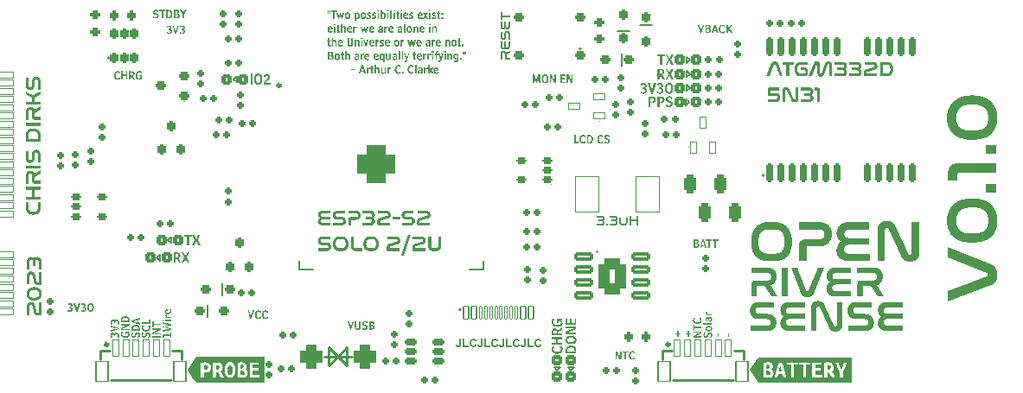
<source format=gbr>
%TF.GenerationSoftware,KiCad,Pcbnew,7.0.7*%
%TF.CreationDate,2023-10-10T16:57:59+13:00*%
%TF.ProjectId,openRiverSense,6f70656e-5269-4766-9572-53656e73652e,rev?*%
%TF.SameCoordinates,Original*%
%TF.FileFunction,Legend,Top*%
%TF.FilePolarity,Positive*%
%FSLAX46Y46*%
G04 Gerber Fmt 4.6, Leading zero omitted, Abs format (unit mm)*
G04 Created by KiCad (PCBNEW 7.0.7) date 2023-10-10 16:57:59*
%MOMM*%
%LPD*%
G01*
G04 APERTURE LIST*
G04 Aperture macros list*
%AMRoundRect*
0 Rectangle with rounded corners*
0 $1 Rounding radius*
0 $2 $3 $4 $5 $6 $7 $8 $9 X,Y pos of 4 corners*
0 Add a 4 corners polygon primitive as box body*
4,1,4,$2,$3,$4,$5,$6,$7,$8,$9,$2,$3,0*
0 Add four circle primitives for the rounded corners*
1,1,$1+$1,$2,$3*
1,1,$1+$1,$4,$5*
1,1,$1+$1,$6,$7*
1,1,$1+$1,$8,$9*
0 Add four rect primitives between the rounded corners*
20,1,$1+$1,$2,$3,$4,$5,0*
20,1,$1+$1,$4,$5,$6,$7,0*
20,1,$1+$1,$6,$7,$8,$9,0*
20,1,$1+$1,$8,$9,$2,$3,0*%
G04 Aperture macros list end*
%ADD10C,0.150000*%
%ADD11C,0.200000*%
%ADD12C,0.300000*%
%ADD13C,0.250000*%
%ADD14C,0.100000*%
%ADD15C,0.160000*%
%ADD16C,0.254000*%
%ADD17C,0.152400*%
%ADD18RoundRect,0.200000X0.325000X0.350000X-0.325000X0.350000X-0.325000X-0.350000X0.325000X-0.350000X0*%
%ADD19RoundRect,0.050000X-0.300000X-0.800000X0.300000X-0.800000X0.300000X0.800000X-0.300000X0.800000X0*%
%ADD20RoundRect,0.050000X-0.600000X-1.000000X0.600000X-1.000000X0.600000X1.000000X-0.600000X1.000000X0*%
%ADD21RoundRect,0.200000X-0.350000X0.325000X-0.350000X-0.325000X0.350000X-0.325000X0.350000X0.325000X0*%
%ADD22RoundRect,0.200000X-0.325000X-0.350000X0.325000X-0.350000X0.325000X0.350000X-0.325000X0.350000X0*%
%ADD23RoundRect,0.185000X-0.135000X-0.185000X0.135000X-0.185000X0.135000X0.185000X-0.135000X0.185000X0*%
%ADD24RoundRect,0.250000X0.200000X0.275000X-0.200000X0.275000X-0.200000X-0.275000X0.200000X-0.275000X0*%
%ADD25RoundRect,0.185000X-0.185000X0.135000X-0.185000X-0.135000X0.185000X-0.135000X0.185000X0.135000X0*%
%ADD26RoundRect,0.185000X0.185000X-0.135000X0.185000X0.135000X-0.185000X0.135000X-0.185000X-0.135000X0*%
%ADD27RoundRect,0.162500X0.187500X0.787500X-0.187500X0.787500X-0.187500X-0.787500X0.187500X-0.787500X0*%
%ADD28C,1.100000*%
%ADD29RoundRect,0.250000X0.275000X-0.200000X0.275000X0.200000X-0.275000X0.200000X-0.275000X-0.200000X0*%
%ADD30RoundRect,0.185000X0.135000X0.185000X-0.135000X0.185000X-0.135000X-0.185000X0.135000X-0.185000X0*%
%ADD31RoundRect,0.561875X-0.511874X-0.608623X0.511874X-0.608623X0.511874X0.608623X-0.511874X0.608623X0*%
%ADD32RoundRect,0.300000X0.312500X0.625000X-0.312500X0.625000X-0.312500X-0.625000X0.312500X-0.625000X0*%
%ADD33RoundRect,0.237503X0.187503X-0.312497X0.187503X0.312497X-0.187503X0.312497X-0.187503X-0.312497X0*%
%ADD34RoundRect,0.237503X0.312497X0.187503X-0.312497X0.187503X-0.312497X-0.187503X0.312497X-0.187503X0*%
%ADD35RoundRect,0.175000X-0.325000X0.125000X-0.325000X-0.125000X0.325000X-0.125000X0.325000X0.125000X0*%
%ADD36RoundRect,0.237503X-0.187503X0.312497X-0.187503X-0.312497X0.187503X-0.312497X0.187503X0.312497X0*%
%ADD37RoundRect,0.250000X0.300000X0.200000X-0.300000X0.200000X-0.300000X-0.200000X0.300000X-0.200000X0*%
%ADD38RoundRect,0.175000X0.325000X-0.125000X0.325000X0.125000X-0.325000X0.125000X-0.325000X-0.125000X0*%
%ADD39RoundRect,0.200000X-0.400000X-0.150000X0.400000X-0.150000X0.400000X0.150000X-0.400000X0.150000X0*%
%ADD40RoundRect,0.050000X-0.535001X-0.300000X0.535001X-0.300000X0.535001X0.300000X-0.535001X0.300000X0*%
%ADD41RoundRect,0.050000X-0.300000X0.535001X-0.300000X-0.535001X0.300000X-0.535001X0.300000X0.535001X0*%
%ADD42RoundRect,0.250000X0.200000X-0.300000X0.200000X0.300000X-0.200000X0.300000X-0.200000X-0.300000X0*%
%ADD43RoundRect,0.050000X-1.175006X-1.750000X1.175006X-1.750000X1.175006X1.750000X-1.175006X1.750000X0*%
%ADD44O,2.100000X0.700000*%
%ADD45O,0.700000X2.100000*%
%ADD46RoundRect,0.975000X-0.925000X-0.925000X0.925000X-0.925000X0.925000X0.925000X-0.925000X0.925000X0*%
%ADD47RoundRect,0.200000X-0.200000X-0.350000X0.200000X-0.350000X0.200000X0.350000X-0.200000X0.350000X0*%
%ADD48C,0.750000*%
%ADD49O,1.100000X2.200000*%
%ADD50O,1.100000X1.900000*%
%ADD51RoundRect,0.050000X-0.250000X-0.620000X0.250000X-0.620000X0.250000X0.620000X-0.250000X0.620000X0*%
%ADD52RoundRect,0.050000X-0.125000X-0.620000X0.125000X-0.620000X0.125000X0.620000X-0.125000X0.620000X0*%
%ADD53RoundRect,0.183333X-0.766667X0.266667X-0.766667X-0.266667X0.766667X-0.266667X0.766667X0.266667X0*%
%ADD54RoundRect,0.550000X-0.800000X1.200000X-0.800000X-1.200000X0.800000X-1.200000X0.800000X1.200000X0*%
%ADD55RoundRect,0.237503X-0.312497X-0.187503X0.312497X-0.187503X0.312497X0.187503X-0.312497X0.187503X0*%
%ADD56C,2.000025*%
%ADD57C,2.600000*%
%ADD58C,1.400025*%
%ADD59C,1.600025*%
%ADD60C,2.100000*%
%ADD61C,5.100000*%
%ADD62RoundRect,0.050000X1.000000X-0.300000X1.000000X0.300000X-1.000000X0.300000X-1.000000X-0.300000X0*%
G04 APERTURE END LIST*
D10*
G36*
X33230090Y-750149D02*
G01*
X33230090Y-1067469D01*
X33349085Y-1067469D01*
X33349085Y-750149D01*
X33230090Y-750149D01*
G37*
G36*
X33416106Y-750149D02*
G01*
X33416106Y-1067469D01*
X33534905Y-1067469D01*
X33534905Y-750149D01*
X33416106Y-750149D01*
G37*
G36*
X33782274Y-893764D02*
G01*
X33782274Y-1588000D01*
X33951681Y-1588000D01*
X33951681Y-893764D01*
X34171109Y-893764D01*
X34171109Y-750149D01*
X33567341Y-750149D01*
X33567341Y-893764D01*
X33782274Y-893764D01*
G37*
G36*
X34086699Y-975243D02*
G01*
X34251221Y-1588000D01*
X34392295Y-1588000D01*
X34460488Y-1249381D01*
X34462363Y-1239979D01*
X34464235Y-1230483D01*
X34466082Y-1220934D01*
X34467879Y-1211373D01*
X34469605Y-1201841D01*
X34471235Y-1192377D01*
X34472747Y-1183023D01*
X34474117Y-1173819D01*
X34475322Y-1164805D01*
X34476339Y-1156023D01*
X34476901Y-1150316D01*
X34491165Y-1150316D01*
X34492064Y-1160869D01*
X34493101Y-1171287D01*
X34494259Y-1181526D01*
X34495523Y-1191546D01*
X34496876Y-1201303D01*
X34498302Y-1210754D01*
X34499783Y-1219858D01*
X34501304Y-1228572D01*
X34502848Y-1236852D01*
X34504399Y-1244658D01*
X34505429Y-1249577D01*
X34580460Y-1588000D01*
X34724466Y-1588000D01*
X34896022Y-975243D01*
X34735799Y-975243D01*
X34683628Y-1251531D01*
X34681244Y-1263916D01*
X34678730Y-1276588D01*
X34676123Y-1289533D01*
X34673459Y-1302736D01*
X34670772Y-1316181D01*
X34668100Y-1329855D01*
X34665478Y-1343741D01*
X34662941Y-1357825D01*
X34660525Y-1372092D01*
X34658267Y-1386528D01*
X34656202Y-1401117D01*
X34654365Y-1415845D01*
X34652793Y-1430696D01*
X34651521Y-1445656D01*
X34650585Y-1460710D01*
X34650020Y-1475843D01*
X34636147Y-1475843D01*
X34635349Y-1464792D01*
X34634497Y-1453996D01*
X34633595Y-1443465D01*
X34632649Y-1433211D01*
X34631664Y-1423245D01*
X34630645Y-1413580D01*
X34629598Y-1404225D01*
X34628527Y-1395194D01*
X34627438Y-1386497D01*
X34626336Y-1378146D01*
X34625225Y-1370152D01*
X34623556Y-1358856D01*
X34621898Y-1348428D01*
X34620268Y-1338906D01*
X34619734Y-1335941D01*
X34560530Y-975243D01*
X34423363Y-975243D01*
X34358492Y-1335745D01*
X34357098Y-1344250D01*
X34355874Y-1352430D01*
X34354518Y-1362115D01*
X34353048Y-1373272D01*
X34352014Y-1381509D01*
X34350942Y-1390375D01*
X34349839Y-1399858D01*
X34348710Y-1409949D01*
X34347560Y-1420636D01*
X34346395Y-1431911D01*
X34345220Y-1443762D01*
X34344040Y-1456179D01*
X34342862Y-1469152D01*
X34342274Y-1475843D01*
X34329183Y-1475843D01*
X34328463Y-1464464D01*
X34327696Y-1453438D01*
X34326884Y-1442753D01*
X34326030Y-1432400D01*
X34325136Y-1422369D01*
X34324205Y-1412648D01*
X34323239Y-1403228D01*
X34322240Y-1394098D01*
X34321211Y-1385248D01*
X34320154Y-1376667D01*
X34319071Y-1368344D01*
X34317965Y-1360270D01*
X34316839Y-1352434D01*
X34314532Y-1337435D01*
X34312169Y-1323262D01*
X34309771Y-1309833D01*
X34307355Y-1297065D01*
X34304940Y-1284873D01*
X34302546Y-1273176D01*
X34300190Y-1261889D01*
X34297893Y-1250930D01*
X34295673Y-1240214D01*
X34294598Y-1234922D01*
X34245750Y-975243D01*
X34086699Y-975243D01*
G37*
G36*
X35219093Y-950575D02*
G01*
X35234398Y-951598D01*
X35249288Y-953297D01*
X35263756Y-955669D01*
X35277796Y-958707D01*
X35291404Y-962407D01*
X35304572Y-966764D01*
X35317295Y-971775D01*
X35329567Y-977433D01*
X35341383Y-983735D01*
X35352736Y-990675D01*
X35363621Y-998249D01*
X35374032Y-1006452D01*
X35383963Y-1015280D01*
X35393408Y-1024727D01*
X35402362Y-1034789D01*
X35410818Y-1045462D01*
X35418770Y-1056740D01*
X35426214Y-1068619D01*
X35433143Y-1081093D01*
X35439551Y-1094159D01*
X35445432Y-1107812D01*
X35450781Y-1122047D01*
X35455591Y-1136859D01*
X35459858Y-1152243D01*
X35463574Y-1168195D01*
X35466735Y-1184710D01*
X35469334Y-1201783D01*
X35471366Y-1219410D01*
X35472824Y-1237585D01*
X35473704Y-1256305D01*
X35473998Y-1275564D01*
X35473704Y-1294891D01*
X35472824Y-1313667D01*
X35471366Y-1331889D01*
X35469334Y-1349553D01*
X35466735Y-1366654D01*
X35463574Y-1383188D01*
X35459858Y-1399150D01*
X35455591Y-1414538D01*
X35450781Y-1429347D01*
X35445432Y-1443572D01*
X35439551Y-1457209D01*
X35433143Y-1470255D01*
X35426214Y-1482704D01*
X35418770Y-1494554D01*
X35410818Y-1505799D01*
X35402362Y-1516436D01*
X35393408Y-1526461D01*
X35383963Y-1535869D01*
X35374032Y-1544656D01*
X35363621Y-1552818D01*
X35352736Y-1560351D01*
X35341383Y-1567250D01*
X35329567Y-1573513D01*
X35317295Y-1579133D01*
X35304572Y-1584108D01*
X35291404Y-1588434D01*
X35277796Y-1592105D01*
X35263756Y-1595118D01*
X35249288Y-1597468D01*
X35234398Y-1599152D01*
X35219093Y-1600166D01*
X35203377Y-1600505D01*
X35187662Y-1600166D01*
X35172356Y-1599152D01*
X35157466Y-1597468D01*
X35142998Y-1595118D01*
X35128958Y-1592105D01*
X35115350Y-1588434D01*
X35102182Y-1584108D01*
X35089459Y-1579133D01*
X35077187Y-1573513D01*
X35065371Y-1567250D01*
X35054018Y-1560351D01*
X35043133Y-1552818D01*
X35032722Y-1544656D01*
X35022791Y-1535869D01*
X35013346Y-1526461D01*
X35004392Y-1516436D01*
X34995936Y-1505799D01*
X34987984Y-1494554D01*
X34980540Y-1482704D01*
X34973611Y-1470255D01*
X34967203Y-1457209D01*
X34961322Y-1443572D01*
X34955973Y-1429347D01*
X34951163Y-1414538D01*
X34946896Y-1399150D01*
X34943180Y-1383188D01*
X34940019Y-1366654D01*
X34937420Y-1349553D01*
X34935388Y-1331889D01*
X34933930Y-1313667D01*
X34933050Y-1294891D01*
X34932756Y-1275564D01*
X35085359Y-1275564D01*
X35085488Y-1287668D01*
X35085873Y-1299398D01*
X35086511Y-1310751D01*
X35087401Y-1321729D01*
X35088538Y-1332329D01*
X35089921Y-1342552D01*
X35091547Y-1352398D01*
X35093413Y-1361864D01*
X35095516Y-1370952D01*
X35097855Y-1379659D01*
X35100426Y-1387986D01*
X35103226Y-1395932D01*
X35106253Y-1403496D01*
X35109505Y-1410678D01*
X35116671Y-1423893D01*
X35124702Y-1435571D01*
X35133578Y-1445708D01*
X35143277Y-1454299D01*
X35153777Y-1461338D01*
X35165059Y-1466822D01*
X35177100Y-1470745D01*
X35189880Y-1473102D01*
X35203377Y-1473889D01*
X35217067Y-1473105D01*
X35229990Y-1470753D01*
X35242130Y-1466839D01*
X35253471Y-1461366D01*
X35263997Y-1454338D01*
X35273691Y-1445759D01*
X35282539Y-1435634D01*
X35290523Y-1423966D01*
X35297628Y-1410759D01*
X35300845Y-1403580D01*
X35303837Y-1396018D01*
X35306601Y-1388073D01*
X35309135Y-1379746D01*
X35311438Y-1371037D01*
X35313506Y-1361947D01*
X35315339Y-1352476D01*
X35316934Y-1342625D01*
X35318288Y-1332394D01*
X35319402Y-1321785D01*
X35320271Y-1310796D01*
X35320894Y-1299430D01*
X35321270Y-1287685D01*
X35321395Y-1275564D01*
X35321263Y-1263631D01*
X35320870Y-1252050D01*
X35320219Y-1240823D01*
X35319313Y-1229952D01*
X35318156Y-1219438D01*
X35316749Y-1209283D01*
X35315098Y-1199489D01*
X35313204Y-1190058D01*
X35311071Y-1180991D01*
X35308702Y-1172290D01*
X35306101Y-1163957D01*
X35303270Y-1155993D01*
X35300213Y-1148401D01*
X35296933Y-1141182D01*
X35289717Y-1127870D01*
X35281646Y-1116072D01*
X35272747Y-1105802D01*
X35263045Y-1097073D01*
X35252564Y-1089900D01*
X35241332Y-1084296D01*
X35229373Y-1080276D01*
X35216713Y-1077854D01*
X35203377Y-1077043D01*
X35190041Y-1077854D01*
X35177381Y-1080276D01*
X35165422Y-1084296D01*
X35154190Y-1089900D01*
X35143710Y-1097073D01*
X35134007Y-1105802D01*
X35125108Y-1116072D01*
X35117037Y-1127870D01*
X35109821Y-1141182D01*
X35106541Y-1148401D01*
X35103484Y-1155993D01*
X35100653Y-1163957D01*
X35098052Y-1172290D01*
X35095683Y-1180991D01*
X35093550Y-1190058D01*
X35091656Y-1199489D01*
X35090005Y-1209283D01*
X35088598Y-1219438D01*
X35087441Y-1229952D01*
X35086535Y-1240823D01*
X35085884Y-1252050D01*
X35085491Y-1263631D01*
X35085359Y-1275564D01*
X34932756Y-1275564D01*
X34933050Y-1256219D01*
X34933930Y-1237424D01*
X34935388Y-1219184D01*
X34937420Y-1201502D01*
X34940019Y-1184384D01*
X34943180Y-1167832D01*
X34946896Y-1151851D01*
X34951163Y-1136446D01*
X34955973Y-1121621D01*
X34961322Y-1107379D01*
X34967203Y-1093726D01*
X34973611Y-1080664D01*
X34980540Y-1068199D01*
X34987984Y-1056334D01*
X34995936Y-1045074D01*
X35004392Y-1034423D01*
X35013346Y-1024385D01*
X35022791Y-1014964D01*
X35032722Y-1006165D01*
X35043133Y-997992D01*
X35054018Y-990448D01*
X35065371Y-983538D01*
X35077187Y-977267D01*
X35089459Y-971637D01*
X35102182Y-966655D01*
X35115350Y-962323D01*
X35128958Y-958646D01*
X35142998Y-955628D01*
X35157466Y-953274D01*
X35172356Y-951587D01*
X35187662Y-950572D01*
X35203377Y-950233D01*
X35219093Y-950575D01*
G37*
G36*
X36203124Y-963090D02*
G01*
X36214549Y-964140D01*
X36225749Y-965881D01*
X36236715Y-968304D01*
X36247436Y-971402D01*
X36257902Y-975166D01*
X36268104Y-979588D01*
X36278030Y-984662D01*
X36287671Y-990377D01*
X36297017Y-996728D01*
X36306056Y-1003705D01*
X36314780Y-1011301D01*
X36323178Y-1019507D01*
X36331239Y-1028316D01*
X36338954Y-1037720D01*
X36346311Y-1047710D01*
X36353302Y-1058279D01*
X36359916Y-1069419D01*
X36366143Y-1081122D01*
X36371972Y-1093379D01*
X36377393Y-1106183D01*
X36382396Y-1119527D01*
X36386972Y-1133401D01*
X36391109Y-1147798D01*
X36394797Y-1162709D01*
X36398027Y-1178128D01*
X36400788Y-1194046D01*
X36403069Y-1210455D01*
X36404862Y-1227346D01*
X36406155Y-1244713D01*
X36406938Y-1262547D01*
X36407201Y-1280840D01*
X36406951Y-1299275D01*
X36406204Y-1317241D01*
X36404970Y-1334733D01*
X36403256Y-1351741D01*
X36401070Y-1368258D01*
X36398420Y-1384276D01*
X36395313Y-1399788D01*
X36391759Y-1414786D01*
X36387764Y-1429262D01*
X36383337Y-1443208D01*
X36378486Y-1456617D01*
X36373219Y-1469482D01*
X36367543Y-1481794D01*
X36361466Y-1493545D01*
X36354997Y-1504729D01*
X36348143Y-1515337D01*
X36340913Y-1525362D01*
X36333314Y-1534796D01*
X36325354Y-1543631D01*
X36317041Y-1551860D01*
X36308384Y-1559474D01*
X36299389Y-1566467D01*
X36290065Y-1572830D01*
X36280421Y-1578556D01*
X36270463Y-1583638D01*
X36260200Y-1588067D01*
X36249640Y-1591835D01*
X36238790Y-1594936D01*
X36227660Y-1597361D01*
X36216255Y-1599102D01*
X36204586Y-1600153D01*
X36192658Y-1600505D01*
X36181732Y-1600187D01*
X36171082Y-1599237D01*
X36160710Y-1597657D01*
X36150618Y-1595452D01*
X36140808Y-1592625D01*
X36131281Y-1589181D01*
X36122039Y-1585122D01*
X36113084Y-1580452D01*
X36104417Y-1575176D01*
X36096041Y-1569297D01*
X36087957Y-1562818D01*
X36080166Y-1555744D01*
X36072671Y-1548078D01*
X36065473Y-1539824D01*
X36058573Y-1530985D01*
X36051974Y-1521565D01*
X36048848Y-1522152D01*
X36048848Y-1775578D01*
X35896245Y-1775578D01*
X35896245Y-1428362D01*
X36048848Y-1428362D01*
X36053247Y-1437792D01*
X36058323Y-1446202D01*
X36064094Y-1453611D01*
X36070576Y-1460040D01*
X36077787Y-1465510D01*
X36085744Y-1470041D01*
X36094465Y-1473652D01*
X36103968Y-1476365D01*
X36114268Y-1478200D01*
X36125385Y-1479176D01*
X36133258Y-1479360D01*
X36147670Y-1478601D01*
X36161156Y-1476316D01*
X36173716Y-1472497D01*
X36185349Y-1467133D01*
X36196055Y-1460216D01*
X36205833Y-1451735D01*
X36214682Y-1441682D01*
X36222602Y-1430048D01*
X36229593Y-1416821D01*
X36232740Y-1409609D01*
X36235653Y-1401994D01*
X36238335Y-1393978D01*
X36240783Y-1385557D01*
X36242999Y-1376732D01*
X36244981Y-1367500D01*
X36246731Y-1357861D01*
X36248247Y-1347814D01*
X36249531Y-1337357D01*
X36250581Y-1326489D01*
X36251398Y-1315209D01*
X36251982Y-1303516D01*
X36252332Y-1291409D01*
X36252449Y-1278886D01*
X36252323Y-1267067D01*
X36251948Y-1255607D01*
X36251326Y-1244508D01*
X36250459Y-1233770D01*
X36249350Y-1223395D01*
X36248001Y-1213383D01*
X36246415Y-1203736D01*
X36244593Y-1194454D01*
X36242539Y-1185539D01*
X36240255Y-1176992D01*
X36237742Y-1168813D01*
X36235004Y-1161005D01*
X36228861Y-1146501D01*
X36221845Y-1133488D01*
X36213975Y-1121975D01*
X36205270Y-1111971D01*
X36195749Y-1103482D01*
X36185432Y-1096519D01*
X36174337Y-1091088D01*
X36162484Y-1087199D01*
X36149892Y-1084859D01*
X36136580Y-1084078D01*
X36128921Y-1084264D01*
X36118089Y-1085247D01*
X36108007Y-1087088D01*
X36098627Y-1089799D01*
X36089906Y-1093395D01*
X36081796Y-1097888D01*
X36074254Y-1103293D01*
X36067234Y-1109622D01*
X36060690Y-1116890D01*
X36054576Y-1125109D01*
X36048848Y-1134294D01*
X36048848Y-1428362D01*
X35896245Y-1428362D01*
X35896245Y-975243D01*
X36048848Y-975243D01*
X36048848Y-1039528D01*
X36053342Y-1040505D01*
X36060260Y-1031324D01*
X36067388Y-1022690D01*
X36074731Y-1014608D01*
X36082291Y-1007086D01*
X36090073Y-1000130D01*
X36098082Y-993745D01*
X36106321Y-987939D01*
X36114794Y-982717D01*
X36123505Y-978086D01*
X36132458Y-974052D01*
X36141657Y-970621D01*
X36151106Y-967800D01*
X36160810Y-965595D01*
X36170772Y-964012D01*
X36180996Y-963057D01*
X36191486Y-962738D01*
X36203124Y-963090D01*
G37*
G36*
X36774431Y-950575D02*
G01*
X36789736Y-951598D01*
X36804626Y-953297D01*
X36819094Y-955669D01*
X36833135Y-958707D01*
X36846742Y-962407D01*
X36859910Y-966764D01*
X36872633Y-971775D01*
X36884906Y-977433D01*
X36896722Y-983735D01*
X36908075Y-990675D01*
X36918960Y-998249D01*
X36929371Y-1006452D01*
X36939302Y-1015280D01*
X36948747Y-1024727D01*
X36957700Y-1034789D01*
X36966156Y-1045462D01*
X36974109Y-1056740D01*
X36981553Y-1068619D01*
X36988481Y-1081093D01*
X36994889Y-1094159D01*
X37000770Y-1107812D01*
X37006119Y-1122047D01*
X37010930Y-1136859D01*
X37015196Y-1152243D01*
X37018913Y-1168195D01*
X37022074Y-1184710D01*
X37024673Y-1201783D01*
X37026704Y-1219410D01*
X37028163Y-1237585D01*
X37029042Y-1256305D01*
X37029337Y-1275564D01*
X37029042Y-1294891D01*
X37028163Y-1313667D01*
X37026704Y-1331889D01*
X37024673Y-1349553D01*
X37022074Y-1366654D01*
X37018913Y-1383188D01*
X37015196Y-1399150D01*
X37010930Y-1414538D01*
X37006119Y-1429347D01*
X37000770Y-1443572D01*
X36994889Y-1457209D01*
X36988481Y-1470255D01*
X36981553Y-1482704D01*
X36974109Y-1494554D01*
X36966156Y-1505799D01*
X36957700Y-1516436D01*
X36948747Y-1526461D01*
X36939302Y-1535869D01*
X36929371Y-1544656D01*
X36918960Y-1552818D01*
X36908075Y-1560351D01*
X36896722Y-1567250D01*
X36884906Y-1573513D01*
X36872633Y-1579133D01*
X36859910Y-1584108D01*
X36846742Y-1588434D01*
X36833135Y-1592105D01*
X36819094Y-1595118D01*
X36804626Y-1597468D01*
X36789736Y-1599152D01*
X36774431Y-1600166D01*
X36758715Y-1600505D01*
X36743000Y-1600166D01*
X36727694Y-1599152D01*
X36712805Y-1597468D01*
X36698337Y-1595118D01*
X36684296Y-1592105D01*
X36670689Y-1588434D01*
X36657521Y-1584108D01*
X36644798Y-1579133D01*
X36632525Y-1573513D01*
X36620709Y-1567250D01*
X36609356Y-1560351D01*
X36598471Y-1552818D01*
X36588060Y-1544656D01*
X36578129Y-1535869D01*
X36568684Y-1526461D01*
X36559731Y-1516436D01*
X36551275Y-1505799D01*
X36543322Y-1494554D01*
X36535878Y-1482704D01*
X36528950Y-1470255D01*
X36522542Y-1457209D01*
X36516661Y-1443572D01*
X36511312Y-1429347D01*
X36506501Y-1414538D01*
X36502235Y-1399150D01*
X36498518Y-1383188D01*
X36495357Y-1366654D01*
X36492758Y-1349553D01*
X36490727Y-1331889D01*
X36489268Y-1313667D01*
X36488389Y-1294891D01*
X36488094Y-1275564D01*
X36640697Y-1275564D01*
X36640826Y-1287668D01*
X36641211Y-1299398D01*
X36641850Y-1310751D01*
X36642739Y-1321729D01*
X36643876Y-1332329D01*
X36645259Y-1342552D01*
X36646885Y-1352398D01*
X36648751Y-1361864D01*
X36650855Y-1370952D01*
X36653193Y-1379659D01*
X36655764Y-1387986D01*
X36658564Y-1395932D01*
X36661592Y-1403496D01*
X36664844Y-1410678D01*
X36672009Y-1423893D01*
X36680041Y-1435571D01*
X36688916Y-1445708D01*
X36698615Y-1454299D01*
X36709116Y-1461338D01*
X36720397Y-1466822D01*
X36732439Y-1470745D01*
X36745218Y-1473102D01*
X36758715Y-1473889D01*
X36772406Y-1473105D01*
X36785329Y-1470753D01*
X36797469Y-1466839D01*
X36808810Y-1461366D01*
X36819335Y-1454338D01*
X36829030Y-1445759D01*
X36837877Y-1435634D01*
X36845861Y-1423966D01*
X36852966Y-1410759D01*
X36856184Y-1403580D01*
X36859176Y-1396018D01*
X36861940Y-1388073D01*
X36864474Y-1379746D01*
X36866776Y-1371037D01*
X36868845Y-1361947D01*
X36870677Y-1352476D01*
X36872272Y-1342625D01*
X36873627Y-1332394D01*
X36874740Y-1321785D01*
X36875609Y-1310796D01*
X36876233Y-1299430D01*
X36876608Y-1287685D01*
X36876734Y-1275564D01*
X36876602Y-1263631D01*
X36876209Y-1252050D01*
X36875558Y-1240823D01*
X36874652Y-1229952D01*
X36873494Y-1219438D01*
X36872088Y-1209283D01*
X36870436Y-1199489D01*
X36868542Y-1190058D01*
X36866410Y-1180991D01*
X36864041Y-1172290D01*
X36861440Y-1163957D01*
X36858609Y-1155993D01*
X36855552Y-1148401D01*
X36852272Y-1141182D01*
X36845055Y-1127870D01*
X36836985Y-1116072D01*
X36828085Y-1105802D01*
X36818383Y-1097073D01*
X36807903Y-1089900D01*
X36796671Y-1084296D01*
X36784712Y-1080276D01*
X36772051Y-1077854D01*
X36758715Y-1077043D01*
X36745379Y-1077854D01*
X36732719Y-1080276D01*
X36720760Y-1084296D01*
X36709528Y-1089900D01*
X36699048Y-1097073D01*
X36689346Y-1105802D01*
X36680446Y-1116072D01*
X36672376Y-1127870D01*
X36665159Y-1141182D01*
X36661879Y-1148401D01*
X36658822Y-1155993D01*
X36655991Y-1163957D01*
X36653390Y-1172290D01*
X36651021Y-1180991D01*
X36648889Y-1190058D01*
X36646995Y-1199489D01*
X36645343Y-1209283D01*
X36643937Y-1219438D01*
X36642779Y-1229952D01*
X36641873Y-1240823D01*
X36641222Y-1252050D01*
X36640829Y-1263631D01*
X36640697Y-1275564D01*
X36488094Y-1275564D01*
X36488389Y-1256219D01*
X36489268Y-1237424D01*
X36490727Y-1219184D01*
X36492758Y-1201502D01*
X36495357Y-1184384D01*
X36498518Y-1167832D01*
X36502235Y-1151851D01*
X36506501Y-1136446D01*
X36511312Y-1121621D01*
X36516661Y-1107379D01*
X36522542Y-1093726D01*
X36528950Y-1080664D01*
X36535878Y-1068199D01*
X36543322Y-1056334D01*
X36551275Y-1045074D01*
X36559731Y-1034423D01*
X36568684Y-1024385D01*
X36578129Y-1014964D01*
X36588060Y-1006165D01*
X36598471Y-997992D01*
X36609356Y-990448D01*
X36620709Y-983538D01*
X36632525Y-977267D01*
X36644798Y-971637D01*
X36657521Y-966655D01*
X36670689Y-962323D01*
X36684296Y-958646D01*
X36698337Y-955628D01*
X36712805Y-953274D01*
X36727694Y-951587D01*
X36743000Y-950572D01*
X36758715Y-950233D01*
X36774431Y-950575D01*
G37*
G36*
X37111402Y-1417225D02*
G01*
X37111402Y-1565920D01*
X37120954Y-1569947D01*
X37130778Y-1573745D01*
X37140869Y-1577311D01*
X37151223Y-1580639D01*
X37161837Y-1583725D01*
X37172707Y-1586566D01*
X37183830Y-1589156D01*
X37195202Y-1591492D01*
X37206818Y-1593569D01*
X37218676Y-1595384D01*
X37230772Y-1596931D01*
X37243101Y-1598206D01*
X37255660Y-1599205D01*
X37268446Y-1599924D01*
X37281455Y-1600359D01*
X37294682Y-1600505D01*
X37308277Y-1600270D01*
X37321508Y-1599570D01*
X37334370Y-1598413D01*
X37346860Y-1596808D01*
X37358972Y-1594762D01*
X37370703Y-1592283D01*
X37382048Y-1589380D01*
X37393002Y-1586061D01*
X37403561Y-1582333D01*
X37413721Y-1578204D01*
X37423477Y-1573684D01*
X37432824Y-1568779D01*
X37441759Y-1563497D01*
X37450277Y-1557848D01*
X37458373Y-1551838D01*
X37466043Y-1545477D01*
X37473282Y-1538771D01*
X37480087Y-1531729D01*
X37486452Y-1524360D01*
X37492374Y-1516670D01*
X37497847Y-1508669D01*
X37502868Y-1500364D01*
X37507431Y-1491763D01*
X37511533Y-1482874D01*
X37515169Y-1473706D01*
X37518335Y-1464266D01*
X37521025Y-1454563D01*
X37523237Y-1444604D01*
X37524965Y-1434398D01*
X37526204Y-1423952D01*
X37526951Y-1413275D01*
X37527201Y-1402375D01*
X37527066Y-1394204D01*
X37526661Y-1386283D01*
X37525050Y-1371158D01*
X37522384Y-1356937D01*
X37518677Y-1343555D01*
X37513944Y-1330950D01*
X37508201Y-1319057D01*
X37501461Y-1307813D01*
X37493740Y-1297155D01*
X37485053Y-1287019D01*
X37475414Y-1277342D01*
X37464839Y-1268059D01*
X37453342Y-1259108D01*
X37440939Y-1250425D01*
X37427643Y-1241946D01*
X37420666Y-1237764D01*
X37413471Y-1233608D01*
X37406060Y-1229472D01*
X37398436Y-1225348D01*
X37390347Y-1221032D01*
X37382456Y-1216941D01*
X37374770Y-1213056D01*
X37367290Y-1209363D01*
X37360021Y-1205844D01*
X37346130Y-1199262D01*
X37333128Y-1193180D01*
X37321043Y-1187464D01*
X37309908Y-1181982D01*
X37299751Y-1176603D01*
X37290602Y-1171193D01*
X37282492Y-1165622D01*
X37275450Y-1159756D01*
X37269507Y-1153463D01*
X37264693Y-1146611D01*
X37261038Y-1139068D01*
X37258571Y-1130701D01*
X37257324Y-1121379D01*
X37257166Y-1116318D01*
X37257942Y-1105892D01*
X37260239Y-1096200D01*
X37264014Y-1087305D01*
X37269222Y-1079271D01*
X37275818Y-1072162D01*
X37283758Y-1066042D01*
X37292998Y-1060974D01*
X37303493Y-1057022D01*
X37311165Y-1055038D01*
X37319362Y-1053598D01*
X37328071Y-1052721D01*
X37337278Y-1052424D01*
X37348465Y-1052918D01*
X37359203Y-1054418D01*
X37369545Y-1056950D01*
X37379548Y-1060543D01*
X37389267Y-1065223D01*
X37398755Y-1071017D01*
X37408070Y-1077953D01*
X37414209Y-1083223D01*
X37420312Y-1089021D01*
X37426395Y-1095355D01*
X37432473Y-1102231D01*
X37438564Y-1109659D01*
X37441618Y-1113582D01*
X37504731Y-1113582D01*
X37504731Y-981300D01*
X37493207Y-977538D01*
X37481784Y-974019D01*
X37470452Y-970742D01*
X37459201Y-967708D01*
X37448022Y-964917D01*
X37436907Y-962368D01*
X37425844Y-960063D01*
X37414825Y-958000D01*
X37403841Y-956179D01*
X37392881Y-954601D01*
X37381937Y-953267D01*
X37370999Y-952174D01*
X37360057Y-951325D01*
X37349103Y-950718D01*
X37338126Y-950354D01*
X37327117Y-950233D01*
X37314565Y-950442D01*
X37302335Y-951067D01*
X37290433Y-952101D01*
X37278865Y-953539D01*
X37267635Y-955373D01*
X37256747Y-957599D01*
X37246208Y-960209D01*
X37236021Y-963199D01*
X37226192Y-966561D01*
X37216726Y-970291D01*
X37207627Y-974381D01*
X37198901Y-978826D01*
X37190553Y-983620D01*
X37182587Y-988757D01*
X37175008Y-994230D01*
X37167822Y-1000034D01*
X37161033Y-1006162D01*
X37154647Y-1012609D01*
X37148667Y-1019369D01*
X37143100Y-1026434D01*
X37137949Y-1033801D01*
X37133221Y-1041461D01*
X37128919Y-1049410D01*
X37125049Y-1057641D01*
X37121616Y-1066149D01*
X37118625Y-1074926D01*
X37116080Y-1083968D01*
X37113987Y-1093268D01*
X37112351Y-1102819D01*
X37111176Y-1112617D01*
X37110467Y-1122655D01*
X37110230Y-1132926D01*
X37110689Y-1147394D01*
X37112069Y-1161279D01*
X37114377Y-1174600D01*
X37117618Y-1187374D01*
X37121798Y-1199619D01*
X37126922Y-1211353D01*
X37132997Y-1222594D01*
X37140027Y-1233359D01*
X37148020Y-1243666D01*
X37156979Y-1253533D01*
X37166912Y-1262977D01*
X37177824Y-1272016D01*
X37189720Y-1280669D01*
X37202607Y-1288952D01*
X37209424Y-1292961D01*
X37216490Y-1296884D01*
X37223806Y-1300724D01*
X37231374Y-1304482D01*
X37239232Y-1308292D01*
X37246938Y-1311964D01*
X37254486Y-1315508D01*
X37261870Y-1318939D01*
X37269082Y-1322269D01*
X37282968Y-1328672D01*
X37296093Y-1334817D01*
X37308406Y-1340803D01*
X37319856Y-1346730D01*
X37330391Y-1352696D01*
X37339960Y-1358800D01*
X37348512Y-1365141D01*
X37355996Y-1371819D01*
X37362360Y-1378932D01*
X37367553Y-1386580D01*
X37371525Y-1394860D01*
X37374223Y-1403874D01*
X37375597Y-1413718D01*
X37375771Y-1418983D01*
X37374877Y-1428798D01*
X37372252Y-1438355D01*
X37367975Y-1447500D01*
X37362128Y-1456078D01*
X37354792Y-1463935D01*
X37346049Y-1470916D01*
X37335979Y-1476866D01*
X37328568Y-1480184D01*
X37320628Y-1482930D01*
X37312183Y-1485058D01*
X37303256Y-1486521D01*
X37293872Y-1487275D01*
X37289016Y-1487371D01*
X37280416Y-1487082D01*
X37271995Y-1486217D01*
X37263772Y-1484783D01*
X37255765Y-1482786D01*
X37247993Y-1480233D01*
X37240473Y-1477129D01*
X37233226Y-1473482D01*
X37226270Y-1469297D01*
X37219622Y-1464582D01*
X37213302Y-1459341D01*
X37207329Y-1453581D01*
X37201720Y-1447310D01*
X37196495Y-1440532D01*
X37191672Y-1433254D01*
X37187270Y-1425483D01*
X37183307Y-1417225D01*
X37111402Y-1417225D01*
G37*
G36*
X37608485Y-1417225D02*
G01*
X37608485Y-1565920D01*
X37618038Y-1569947D01*
X37627861Y-1573745D01*
X37637952Y-1577311D01*
X37648306Y-1580639D01*
X37658920Y-1583725D01*
X37669791Y-1586566D01*
X37680913Y-1589156D01*
X37692285Y-1591492D01*
X37703901Y-1593569D01*
X37715759Y-1595384D01*
X37727855Y-1596931D01*
X37740184Y-1598206D01*
X37752743Y-1599205D01*
X37765529Y-1599924D01*
X37778538Y-1600359D01*
X37791765Y-1600505D01*
X37805360Y-1600270D01*
X37818591Y-1599570D01*
X37831453Y-1598413D01*
X37843943Y-1596808D01*
X37856055Y-1594762D01*
X37867786Y-1592283D01*
X37879131Y-1589380D01*
X37890085Y-1586061D01*
X37900644Y-1582333D01*
X37910804Y-1578204D01*
X37920560Y-1573684D01*
X37929907Y-1568779D01*
X37938842Y-1563497D01*
X37947360Y-1557848D01*
X37955456Y-1551838D01*
X37963126Y-1545477D01*
X37970365Y-1538771D01*
X37977170Y-1531729D01*
X37983535Y-1524360D01*
X37989457Y-1516670D01*
X37994930Y-1508669D01*
X37999951Y-1500364D01*
X38004514Y-1491763D01*
X38008616Y-1482874D01*
X38012252Y-1473706D01*
X38015418Y-1464266D01*
X38018108Y-1454563D01*
X38020320Y-1444604D01*
X38022048Y-1434398D01*
X38023287Y-1423952D01*
X38024034Y-1413275D01*
X38024284Y-1402375D01*
X38024149Y-1394204D01*
X38023744Y-1386283D01*
X38022133Y-1371158D01*
X38019467Y-1356937D01*
X38015760Y-1343555D01*
X38011027Y-1330950D01*
X38005284Y-1319057D01*
X37998544Y-1307813D01*
X37990823Y-1297155D01*
X37982136Y-1287019D01*
X37972497Y-1277342D01*
X37961922Y-1268059D01*
X37950425Y-1259108D01*
X37938022Y-1250425D01*
X37924726Y-1241946D01*
X37917749Y-1237764D01*
X37910554Y-1233608D01*
X37903143Y-1229472D01*
X37895519Y-1225348D01*
X37887430Y-1221032D01*
X37879539Y-1216941D01*
X37871853Y-1213056D01*
X37864373Y-1209363D01*
X37857104Y-1205844D01*
X37843213Y-1199262D01*
X37830211Y-1193180D01*
X37818127Y-1187464D01*
X37806991Y-1181982D01*
X37796834Y-1176603D01*
X37787685Y-1171193D01*
X37779575Y-1165622D01*
X37772533Y-1159756D01*
X37766590Y-1153463D01*
X37761776Y-1146611D01*
X37758121Y-1139068D01*
X37755654Y-1130701D01*
X37754407Y-1121379D01*
X37754249Y-1116318D01*
X37755025Y-1105892D01*
X37757322Y-1096200D01*
X37761097Y-1087305D01*
X37766305Y-1079271D01*
X37772901Y-1072162D01*
X37780841Y-1066042D01*
X37790081Y-1060974D01*
X37800576Y-1057022D01*
X37808248Y-1055038D01*
X37816445Y-1053598D01*
X37825154Y-1052721D01*
X37834361Y-1052424D01*
X37845548Y-1052918D01*
X37856286Y-1054418D01*
X37866628Y-1056950D01*
X37876631Y-1060543D01*
X37886350Y-1065223D01*
X37895838Y-1071017D01*
X37905153Y-1077953D01*
X37911292Y-1083223D01*
X37917395Y-1089021D01*
X37923478Y-1095355D01*
X37929556Y-1102231D01*
X37935647Y-1109659D01*
X37938702Y-1113582D01*
X38001814Y-1113582D01*
X38001814Y-981300D01*
X37990290Y-977538D01*
X37978867Y-974019D01*
X37967535Y-970742D01*
X37956284Y-967708D01*
X37945105Y-964917D01*
X37933990Y-962368D01*
X37922927Y-960063D01*
X37911908Y-958000D01*
X37900924Y-956179D01*
X37889964Y-954601D01*
X37879020Y-953267D01*
X37868082Y-952174D01*
X37857140Y-951325D01*
X37846186Y-950718D01*
X37835209Y-950354D01*
X37824200Y-950233D01*
X37811648Y-950442D01*
X37799418Y-951067D01*
X37787516Y-952101D01*
X37775948Y-953539D01*
X37764718Y-955373D01*
X37753830Y-957599D01*
X37743291Y-960209D01*
X37733104Y-963199D01*
X37723275Y-966561D01*
X37713809Y-970291D01*
X37704710Y-974381D01*
X37695984Y-978826D01*
X37687636Y-983620D01*
X37679670Y-988757D01*
X37672092Y-994230D01*
X37664905Y-1000034D01*
X37658116Y-1006162D01*
X37651730Y-1012609D01*
X37645750Y-1019369D01*
X37640183Y-1026434D01*
X37635032Y-1033801D01*
X37630304Y-1041461D01*
X37626002Y-1049410D01*
X37622132Y-1057641D01*
X37618699Y-1066149D01*
X37615708Y-1074926D01*
X37613163Y-1083968D01*
X37611070Y-1093268D01*
X37609434Y-1102819D01*
X37608259Y-1112617D01*
X37607550Y-1122655D01*
X37607313Y-1132926D01*
X37607772Y-1147394D01*
X37609152Y-1161279D01*
X37611460Y-1174600D01*
X37614701Y-1187374D01*
X37618881Y-1199619D01*
X37624005Y-1211353D01*
X37630080Y-1222594D01*
X37637110Y-1233359D01*
X37645103Y-1243666D01*
X37654062Y-1253533D01*
X37663995Y-1262977D01*
X37674907Y-1272016D01*
X37686803Y-1280669D01*
X37699690Y-1288952D01*
X37706507Y-1292961D01*
X37713573Y-1296884D01*
X37720889Y-1300724D01*
X37728457Y-1304482D01*
X37736315Y-1308292D01*
X37744022Y-1311964D01*
X37751570Y-1315508D01*
X37758953Y-1318939D01*
X37766165Y-1322269D01*
X37780051Y-1328672D01*
X37793177Y-1334817D01*
X37805490Y-1340803D01*
X37816939Y-1346730D01*
X37827474Y-1352696D01*
X37837043Y-1358800D01*
X37845595Y-1365141D01*
X37853079Y-1371819D01*
X37859443Y-1378932D01*
X37864637Y-1386580D01*
X37868608Y-1394860D01*
X37871306Y-1403874D01*
X37872680Y-1413718D01*
X37872854Y-1418983D01*
X37871960Y-1428798D01*
X37869335Y-1438355D01*
X37865058Y-1447500D01*
X37859211Y-1456078D01*
X37851875Y-1463935D01*
X37843132Y-1470916D01*
X37833062Y-1476866D01*
X37825651Y-1480184D01*
X37817711Y-1482930D01*
X37809266Y-1485058D01*
X37800339Y-1486521D01*
X37790955Y-1487275D01*
X37786099Y-1487371D01*
X37777499Y-1487082D01*
X37769078Y-1486217D01*
X37760855Y-1484783D01*
X37752848Y-1482786D01*
X37745076Y-1480233D01*
X37737556Y-1477129D01*
X37730309Y-1473482D01*
X37723353Y-1469297D01*
X37716705Y-1464582D01*
X37710385Y-1459341D01*
X37704412Y-1453581D01*
X37698803Y-1447310D01*
X37693578Y-1440532D01*
X37688755Y-1433254D01*
X37684353Y-1425483D01*
X37680390Y-1417225D01*
X37608485Y-1417225D01*
G37*
G36*
X38293928Y-987748D02*
G01*
X38141325Y-987748D01*
X38141325Y-1588000D01*
X38293928Y-1588000D01*
X38293928Y-987748D01*
G37*
G36*
X38130188Y-737644D02*
G01*
X38130188Y-865627D01*
X38308583Y-865627D01*
X38308583Y-737644D01*
X38130188Y-737644D01*
G37*
G36*
X38598353Y-1028781D02*
G01*
X38601479Y-1029367D01*
X38608046Y-1019946D01*
X38614921Y-1011101D01*
X38622103Y-1002837D01*
X38629588Y-995158D01*
X38637375Y-988069D01*
X38645460Y-981574D01*
X38653841Y-975677D01*
X38662515Y-970383D01*
X38671480Y-965695D01*
X38680734Y-961618D01*
X38690273Y-958157D01*
X38700095Y-955316D01*
X38710198Y-953098D01*
X38720578Y-951509D01*
X38731234Y-950552D01*
X38742163Y-950233D01*
X38753987Y-950583D01*
X38765567Y-951631D01*
X38776893Y-953370D01*
X38787958Y-955794D01*
X38798753Y-958898D01*
X38809269Y-962676D01*
X38819498Y-967122D01*
X38829431Y-972230D01*
X38839059Y-977994D01*
X38848374Y-984409D01*
X38857367Y-991468D01*
X38866031Y-999166D01*
X38874355Y-1007497D01*
X38882331Y-1016456D01*
X38889952Y-1026035D01*
X38897208Y-1036230D01*
X38904091Y-1047035D01*
X38910592Y-1058444D01*
X38916702Y-1070450D01*
X38922414Y-1083049D01*
X38927718Y-1096234D01*
X38932606Y-1110000D01*
X38937069Y-1124340D01*
X38941099Y-1139249D01*
X38944686Y-1154721D01*
X38947824Y-1170750D01*
X38950502Y-1187331D01*
X38952712Y-1204457D01*
X38954447Y-1222123D01*
X38955696Y-1240322D01*
X38956452Y-1259050D01*
X38956706Y-1278300D01*
X38956442Y-1297051D01*
X38955659Y-1315309D01*
X38954366Y-1333068D01*
X38952574Y-1350320D01*
X38950292Y-1367058D01*
X38947531Y-1383276D01*
X38944302Y-1398968D01*
X38940613Y-1414126D01*
X38936476Y-1428744D01*
X38931901Y-1442815D01*
X38926898Y-1456333D01*
X38921476Y-1469291D01*
X38915647Y-1481682D01*
X38909421Y-1493499D01*
X38902807Y-1504736D01*
X38895816Y-1515386D01*
X38888458Y-1525443D01*
X38880743Y-1534899D01*
X38872682Y-1543748D01*
X38864285Y-1551983D01*
X38855561Y-1559598D01*
X38846521Y-1566586D01*
X38837176Y-1572940D01*
X38827535Y-1578654D01*
X38817608Y-1583721D01*
X38807407Y-1588133D01*
X38796940Y-1591886D01*
X38786219Y-1594971D01*
X38775253Y-1597382D01*
X38764053Y-1599112D01*
X38752629Y-1600156D01*
X38740990Y-1600505D01*
X38730307Y-1600199D01*
X38719940Y-1599282D01*
X38709881Y-1597760D01*
X38700119Y-1595635D01*
X38690648Y-1592912D01*
X38681457Y-1589593D01*
X38672539Y-1585683D01*
X38663883Y-1581185D01*
X38655481Y-1576104D01*
X38647325Y-1570442D01*
X38639405Y-1564204D01*
X38631713Y-1557393D01*
X38624240Y-1550013D01*
X38616976Y-1542068D01*
X38609913Y-1533561D01*
X38603042Y-1524496D01*
X38598353Y-1526060D01*
X38598353Y-1588000D01*
X38445750Y-1588000D01*
X38445750Y-1428362D01*
X38598353Y-1428362D01*
X38602131Y-1434841D01*
X38608111Y-1443718D01*
X38614506Y-1451599D01*
X38621363Y-1458499D01*
X38628726Y-1464431D01*
X38636641Y-1469412D01*
X38645154Y-1473454D01*
X38654309Y-1476573D01*
X38664152Y-1478782D01*
X38674729Y-1480097D01*
X38686085Y-1480533D01*
X38699364Y-1479719D01*
X38711932Y-1477285D01*
X38723769Y-1473239D01*
X38734854Y-1467591D01*
X38745167Y-1460350D01*
X38754689Y-1451527D01*
X38763398Y-1441130D01*
X38771277Y-1429168D01*
X38778303Y-1415652D01*
X38781490Y-1408314D01*
X38784457Y-1400591D01*
X38787201Y-1392484D01*
X38789720Y-1383994D01*
X38792010Y-1375122D01*
X38794071Y-1365870D01*
X38795898Y-1356238D01*
X38797489Y-1346229D01*
X38798843Y-1335843D01*
X38799956Y-1325081D01*
X38800826Y-1313944D01*
X38801451Y-1302435D01*
X38801827Y-1290553D01*
X38801953Y-1278300D01*
X38801840Y-1265140D01*
X38801498Y-1252440D01*
X38800927Y-1240197D01*
X38800125Y-1228408D01*
X38799091Y-1217071D01*
X38797823Y-1206182D01*
X38796320Y-1195740D01*
X38794580Y-1185741D01*
X38792603Y-1176182D01*
X38790386Y-1167061D01*
X38787929Y-1158375D01*
X38785230Y-1150121D01*
X38782287Y-1142297D01*
X38775666Y-1127926D01*
X38768054Y-1115240D01*
X38759441Y-1104216D01*
X38749815Y-1094833D01*
X38739165Y-1087069D01*
X38727480Y-1080902D01*
X38714748Y-1076310D01*
X38700959Y-1073270D01*
X38686102Y-1071760D01*
X38678269Y-1071572D01*
X38671206Y-1071787D01*
X38661066Y-1072909D01*
X38651494Y-1074983D01*
X38642514Y-1077996D01*
X38634151Y-1081939D01*
X38626432Y-1086801D01*
X38619380Y-1092572D01*
X38613021Y-1099240D01*
X38607380Y-1106795D01*
X38602482Y-1115227D01*
X38598353Y-1124524D01*
X38598353Y-1428362D01*
X38445750Y-1428362D01*
X38445750Y-737644D01*
X38598353Y-737644D01*
X38598353Y-1028781D01*
G37*
G36*
X39227131Y-987748D02*
G01*
X39074528Y-987748D01*
X39074528Y-1588000D01*
X39227131Y-1588000D01*
X39227131Y-987748D01*
G37*
G36*
X39063391Y-737644D02*
G01*
X39063391Y-865627D01*
X39241786Y-865627D01*
X39241786Y-737644D01*
X39063391Y-737644D01*
G37*
G36*
X39539371Y-737644D02*
G01*
X39386769Y-737644D01*
X39386769Y-1588000D01*
X39539371Y-1588000D01*
X39539371Y-737644D01*
G37*
G36*
X39849267Y-987748D02*
G01*
X39696664Y-987748D01*
X39696664Y-1588000D01*
X39849267Y-1588000D01*
X39849267Y-987748D01*
G37*
G36*
X39685526Y-737644D02*
G01*
X39685526Y-865627D01*
X39863921Y-865627D01*
X39863921Y-737644D01*
X39685526Y-737644D01*
G37*
G36*
X40017892Y-1407260D02*
G01*
X40017932Y-1421067D01*
X40018066Y-1434180D01*
X40018317Y-1446616D01*
X40018707Y-1458391D01*
X40019258Y-1469522D01*
X40019993Y-1480026D01*
X40020933Y-1489920D01*
X40022102Y-1499220D01*
X40023521Y-1507944D01*
X40025213Y-1516107D01*
X40027200Y-1523728D01*
X40032149Y-1537406D01*
X40038544Y-1549113D01*
X40046566Y-1558983D01*
X40056392Y-1567150D01*
X40068200Y-1573749D01*
X40082169Y-1578913D01*
X40090020Y-1580999D01*
X40098478Y-1582777D01*
X40107565Y-1584263D01*
X40117304Y-1585475D01*
X40127716Y-1586428D01*
X40138825Y-1587141D01*
X40150653Y-1587629D01*
X40163221Y-1587910D01*
X40176552Y-1588000D01*
X40295938Y-1588000D01*
X40295938Y-1479360D01*
X40230286Y-1479360D01*
X40220727Y-1479324D01*
X40212233Y-1479154D01*
X40201353Y-1478443D01*
X40192521Y-1476907D01*
X40183571Y-1473033D01*
X40177395Y-1466389D01*
X40174287Y-1459141D01*
X40172254Y-1449602D01*
X40171391Y-1441816D01*
X40170852Y-1432779D01*
X40170574Y-1422399D01*
X40170495Y-1410581D01*
X40170495Y-1094434D01*
X40295938Y-1094434D01*
X40295938Y-987748D01*
X40170495Y-987748D01*
X40170495Y-810916D01*
X40033524Y-810916D01*
X40033524Y-987748D01*
X39940516Y-987748D01*
X39940516Y-1094434D01*
X40017892Y-1094434D01*
X40017892Y-1407260D01*
G37*
G36*
X40533147Y-987748D02*
G01*
X40380544Y-987748D01*
X40380544Y-1588000D01*
X40533147Y-1588000D01*
X40533147Y-987748D01*
G37*
G36*
X40369406Y-737644D02*
G01*
X40369406Y-865627D01*
X40547801Y-865627D01*
X40547801Y-737644D01*
X40369406Y-737644D01*
G37*
G36*
X40937889Y-950522D02*
G01*
X40951315Y-951386D01*
X40964402Y-952820D01*
X40977144Y-954822D01*
X40989532Y-957385D01*
X41001562Y-960507D01*
X41013225Y-964182D01*
X41024515Y-968407D01*
X41035424Y-973177D01*
X41045947Y-978489D01*
X41056076Y-984337D01*
X41065804Y-990717D01*
X41075124Y-997626D01*
X41084030Y-1005058D01*
X41092515Y-1013010D01*
X41100572Y-1021478D01*
X41108193Y-1030457D01*
X41115373Y-1039943D01*
X41122104Y-1049932D01*
X41128379Y-1060419D01*
X41134191Y-1071400D01*
X41139535Y-1082871D01*
X41144401Y-1094827D01*
X41148785Y-1107265D01*
X41152679Y-1120181D01*
X41156076Y-1133569D01*
X41158969Y-1147425D01*
X41161352Y-1161747D01*
X41163217Y-1176528D01*
X41164557Y-1191765D01*
X41165367Y-1207453D01*
X41165638Y-1223589D01*
X41165608Y-1229442D01*
X41165482Y-1237541D01*
X41165270Y-1246048D01*
X41164986Y-1255036D01*
X41164644Y-1264583D01*
X41164256Y-1274764D01*
X41163945Y-1282861D01*
X41163622Y-1291389D01*
X41163293Y-1300379D01*
X40809043Y-1300379D01*
X40810266Y-1310906D01*
X40811771Y-1321124D01*
X40813555Y-1331034D01*
X40815616Y-1340633D01*
X40817950Y-1349919D01*
X40820554Y-1358891D01*
X40823426Y-1367546D01*
X40826562Y-1375884D01*
X40829960Y-1383902D01*
X40833616Y-1391598D01*
X40837528Y-1398971D01*
X40841693Y-1406019D01*
X40846108Y-1412741D01*
X40850770Y-1419133D01*
X40860823Y-1430927D01*
X40871828Y-1441385D01*
X40883763Y-1450495D01*
X40896603Y-1458242D01*
X40910325Y-1464611D01*
X40924906Y-1469590D01*
X40932511Y-1471553D01*
X40940322Y-1473163D01*
X40948336Y-1474418D01*
X40956549Y-1475317D01*
X40964960Y-1475858D01*
X40973565Y-1476039D01*
X40982999Y-1475826D01*
X40992120Y-1475180D01*
X41000955Y-1474090D01*
X41009530Y-1472543D01*
X41017872Y-1470528D01*
X41026006Y-1468032D01*
X41033959Y-1465045D01*
X41041758Y-1461555D01*
X41049429Y-1457549D01*
X41056997Y-1453017D01*
X41064490Y-1447946D01*
X41071934Y-1442324D01*
X41079355Y-1436140D01*
X41086780Y-1429382D01*
X41094234Y-1422039D01*
X41101744Y-1414099D01*
X41163489Y-1414099D01*
X41163489Y-1548725D01*
X41151516Y-1555038D01*
X41139341Y-1560936D01*
X41126969Y-1566419D01*
X41114402Y-1571489D01*
X41101645Y-1576146D01*
X41088702Y-1580393D01*
X41075577Y-1584230D01*
X41062274Y-1587658D01*
X41048797Y-1590678D01*
X41035151Y-1593292D01*
X41021338Y-1595501D01*
X41007363Y-1597305D01*
X40993230Y-1598707D01*
X40978943Y-1599706D01*
X40964506Y-1600305D01*
X40949923Y-1600505D01*
X40932260Y-1600143D01*
X40915104Y-1599063D01*
X40898460Y-1597268D01*
X40882329Y-1594766D01*
X40866717Y-1591561D01*
X40851625Y-1587658D01*
X40837059Y-1583064D01*
X40823020Y-1577784D01*
X40809514Y-1571823D01*
X40796543Y-1565187D01*
X40784110Y-1557882D01*
X40772220Y-1549912D01*
X40760876Y-1541284D01*
X40750081Y-1532003D01*
X40739839Y-1522074D01*
X40730153Y-1511503D01*
X40721027Y-1500295D01*
X40712465Y-1488457D01*
X40704469Y-1475992D01*
X40697044Y-1462908D01*
X40690192Y-1449210D01*
X40683918Y-1434902D01*
X40678225Y-1419991D01*
X40673116Y-1404482D01*
X40668595Y-1388380D01*
X40664666Y-1371691D01*
X40661331Y-1354421D01*
X40658595Y-1336575D01*
X40656461Y-1318159D01*
X40654932Y-1299177D01*
X40654012Y-1279636D01*
X40653705Y-1259542D01*
X40653999Y-1241704D01*
X40654877Y-1224319D01*
X40655780Y-1213819D01*
X40795757Y-1213819D01*
X40803963Y-1222221D01*
X40810523Y-1220367D01*
X40820499Y-1217779D01*
X40830625Y-1215431D01*
X40840889Y-1213331D01*
X40851274Y-1211485D01*
X40861767Y-1209902D01*
X40872353Y-1208590D01*
X40883018Y-1207555D01*
X40893746Y-1206807D01*
X40904525Y-1206352D01*
X40915338Y-1206199D01*
X40918920Y-1206206D01*
X40929781Y-1206319D01*
X40940813Y-1206608D01*
X40952014Y-1207121D01*
X40963380Y-1207905D01*
X40974909Y-1209008D01*
X40982684Y-1209943D01*
X40990528Y-1211055D01*
X40998443Y-1212358D01*
X41006425Y-1213865D01*
X41014475Y-1215591D01*
X41022592Y-1217550D01*
X41030775Y-1219755D01*
X41039023Y-1222221D01*
X41047034Y-1214015D01*
X41044320Y-1204103D01*
X41041598Y-1194516D01*
X41038859Y-1185255D01*
X41036096Y-1176317D01*
X41033304Y-1167704D01*
X41030473Y-1159412D01*
X41027599Y-1151443D01*
X41024673Y-1143795D01*
X41018640Y-1129460D01*
X41012316Y-1116402D01*
X41005647Y-1104614D01*
X40998576Y-1094092D01*
X40991047Y-1084829D01*
X40983004Y-1076819D01*
X40974391Y-1070058D01*
X40965151Y-1064538D01*
X40955229Y-1060255D01*
X40944569Y-1057203D01*
X40933114Y-1055376D01*
X40920809Y-1054769D01*
X40914547Y-1054920D01*
X40902679Y-1056137D01*
X40891639Y-1058575D01*
X40881373Y-1062241D01*
X40871825Y-1067139D01*
X40862939Y-1073275D01*
X40854661Y-1080654D01*
X40846935Y-1089283D01*
X40839706Y-1099166D01*
X40832919Y-1110308D01*
X40826519Y-1122716D01*
X40820449Y-1136395D01*
X40817522Y-1143713D01*
X40814656Y-1151350D01*
X40811846Y-1159307D01*
X40809084Y-1167586D01*
X40806363Y-1176187D01*
X40803677Y-1185109D01*
X40801019Y-1194355D01*
X40798381Y-1203925D01*
X40795757Y-1213819D01*
X40655780Y-1213819D01*
X40656332Y-1207394D01*
X40658361Y-1190937D01*
X40660955Y-1174955D01*
X40664111Y-1159456D01*
X40667821Y-1144446D01*
X40672081Y-1129934D01*
X40676885Y-1115927D01*
X40682226Y-1102433D01*
X40688099Y-1089458D01*
X40694499Y-1077010D01*
X40701418Y-1065097D01*
X40708853Y-1053726D01*
X40716797Y-1042905D01*
X40725244Y-1032640D01*
X40734188Y-1022940D01*
X40743624Y-1013812D01*
X40753546Y-1005263D01*
X40763948Y-997301D01*
X40774825Y-989933D01*
X40786170Y-983167D01*
X40797978Y-977010D01*
X40810243Y-971469D01*
X40822960Y-966553D01*
X40836122Y-962268D01*
X40849724Y-958621D01*
X40863760Y-955621D01*
X40878225Y-953275D01*
X40893112Y-951590D01*
X40908416Y-950573D01*
X40924131Y-950233D01*
X40937889Y-950522D01*
G37*
G36*
X41246727Y-1417225D02*
G01*
X41246727Y-1565920D01*
X41256279Y-1569947D01*
X41266102Y-1573745D01*
X41276193Y-1577311D01*
X41286547Y-1580639D01*
X41297162Y-1583725D01*
X41308032Y-1586566D01*
X41319155Y-1589156D01*
X41330526Y-1591492D01*
X41342143Y-1593569D01*
X41354001Y-1595384D01*
X41366096Y-1596931D01*
X41378425Y-1598206D01*
X41390985Y-1599205D01*
X41403771Y-1599924D01*
X41416779Y-1600359D01*
X41430006Y-1600505D01*
X41443601Y-1600270D01*
X41456832Y-1599570D01*
X41469695Y-1598413D01*
X41482184Y-1596808D01*
X41494297Y-1594762D01*
X41506028Y-1592283D01*
X41517372Y-1589380D01*
X41528326Y-1586061D01*
X41538886Y-1582333D01*
X41549045Y-1578204D01*
X41558801Y-1573684D01*
X41568149Y-1568779D01*
X41577084Y-1563497D01*
X41585601Y-1557848D01*
X41593697Y-1551838D01*
X41601367Y-1545477D01*
X41608607Y-1538771D01*
X41615411Y-1531729D01*
X41621777Y-1524360D01*
X41627698Y-1516670D01*
X41633171Y-1508669D01*
X41638192Y-1500364D01*
X41642756Y-1491763D01*
X41646857Y-1482874D01*
X41650493Y-1473706D01*
X41653659Y-1464266D01*
X41656350Y-1454563D01*
X41658561Y-1444604D01*
X41660289Y-1434398D01*
X41661529Y-1423952D01*
X41662276Y-1413275D01*
X41662526Y-1402375D01*
X41662390Y-1394204D01*
X41661985Y-1386283D01*
X41660375Y-1371158D01*
X41657709Y-1356937D01*
X41654002Y-1343555D01*
X41649269Y-1330950D01*
X41643525Y-1319057D01*
X41636785Y-1307813D01*
X41629064Y-1297155D01*
X41620377Y-1287019D01*
X41610739Y-1277342D01*
X41600163Y-1268059D01*
X41588667Y-1259108D01*
X41576263Y-1250425D01*
X41562968Y-1241946D01*
X41555990Y-1237764D01*
X41548795Y-1233608D01*
X41541385Y-1229472D01*
X41533761Y-1225348D01*
X41525671Y-1221032D01*
X41517781Y-1216941D01*
X41510094Y-1213056D01*
X41502614Y-1209363D01*
X41495345Y-1205844D01*
X41481454Y-1199262D01*
X41468452Y-1193180D01*
X41456368Y-1187464D01*
X41445232Y-1181982D01*
X41435075Y-1176603D01*
X41425926Y-1171193D01*
X41417816Y-1165622D01*
X41410775Y-1159756D01*
X41404832Y-1153463D01*
X41400018Y-1146611D01*
X41396362Y-1139068D01*
X41393896Y-1130701D01*
X41392648Y-1121379D01*
X41392491Y-1116318D01*
X41393266Y-1105892D01*
X41395564Y-1096200D01*
X41399339Y-1087305D01*
X41404546Y-1079271D01*
X41411143Y-1072162D01*
X41419083Y-1066042D01*
X41428323Y-1060974D01*
X41438818Y-1057022D01*
X41446490Y-1055038D01*
X41454686Y-1053598D01*
X41463395Y-1052721D01*
X41472602Y-1052424D01*
X41483790Y-1052918D01*
X41494527Y-1054418D01*
X41504870Y-1056950D01*
X41514873Y-1060543D01*
X41524591Y-1065223D01*
X41534080Y-1071017D01*
X41543394Y-1077953D01*
X41549534Y-1083223D01*
X41555637Y-1089021D01*
X41561719Y-1095355D01*
X41567798Y-1102231D01*
X41573888Y-1109659D01*
X41576943Y-1113582D01*
X41640055Y-1113582D01*
X41640055Y-981300D01*
X41628532Y-977538D01*
X41617108Y-974019D01*
X41605776Y-970742D01*
X41594525Y-967708D01*
X41583347Y-964917D01*
X41572231Y-962368D01*
X41561168Y-960063D01*
X41550150Y-958000D01*
X41539165Y-956179D01*
X41528205Y-954601D01*
X41517261Y-953267D01*
X41506323Y-952174D01*
X41495382Y-951325D01*
X41484427Y-950718D01*
X41473450Y-950354D01*
X41462442Y-950233D01*
X41449889Y-950442D01*
X41437659Y-951067D01*
X41425758Y-952101D01*
X41414189Y-953539D01*
X41402959Y-955373D01*
X41392072Y-957599D01*
X41381532Y-960209D01*
X41371345Y-963199D01*
X41361517Y-966561D01*
X41352050Y-970291D01*
X41342952Y-974381D01*
X41334226Y-978826D01*
X41325877Y-983620D01*
X41317912Y-988757D01*
X41310333Y-994230D01*
X41303147Y-1000034D01*
X41296358Y-1006162D01*
X41289971Y-1012609D01*
X41283992Y-1019369D01*
X41278424Y-1026434D01*
X41273274Y-1033801D01*
X41268545Y-1041461D01*
X41264243Y-1049410D01*
X41260374Y-1057641D01*
X41256941Y-1066149D01*
X41253949Y-1074926D01*
X41251405Y-1083968D01*
X41249312Y-1093268D01*
X41247675Y-1102819D01*
X41246500Y-1112617D01*
X41245792Y-1122655D01*
X41245554Y-1132926D01*
X41246013Y-1147394D01*
X41247394Y-1161279D01*
X41249702Y-1174600D01*
X41252943Y-1187374D01*
X41257122Y-1199619D01*
X41262247Y-1211353D01*
X41268321Y-1222594D01*
X41275352Y-1233359D01*
X41283344Y-1243666D01*
X41292304Y-1253533D01*
X41302237Y-1262977D01*
X41313148Y-1272016D01*
X41325045Y-1280669D01*
X41337932Y-1288952D01*
X41344748Y-1292961D01*
X41351814Y-1296884D01*
X41359131Y-1300724D01*
X41366699Y-1304482D01*
X41374557Y-1308292D01*
X41382263Y-1311964D01*
X41389811Y-1315508D01*
X41397194Y-1318939D01*
X41404407Y-1322269D01*
X41418293Y-1328672D01*
X41431418Y-1334817D01*
X41443731Y-1340803D01*
X41455181Y-1346730D01*
X41465716Y-1352696D01*
X41475285Y-1358800D01*
X41483837Y-1365141D01*
X41491320Y-1371819D01*
X41497685Y-1378932D01*
X41502878Y-1386580D01*
X41506849Y-1394860D01*
X41509547Y-1403874D01*
X41510921Y-1413718D01*
X41511095Y-1418983D01*
X41510202Y-1428798D01*
X41507576Y-1438355D01*
X41503299Y-1447500D01*
X41497453Y-1456078D01*
X41490117Y-1463935D01*
X41481373Y-1470916D01*
X41471303Y-1476866D01*
X41463893Y-1480184D01*
X41455953Y-1482930D01*
X41447507Y-1485058D01*
X41438580Y-1486521D01*
X41429196Y-1487275D01*
X41424340Y-1487371D01*
X41415740Y-1487082D01*
X41407320Y-1486217D01*
X41399097Y-1484783D01*
X41391089Y-1482786D01*
X41383317Y-1480233D01*
X41375798Y-1477129D01*
X41368551Y-1473482D01*
X41361594Y-1469297D01*
X41354947Y-1464582D01*
X41348627Y-1459341D01*
X41342653Y-1453581D01*
X41337045Y-1447310D01*
X41331820Y-1440532D01*
X41326997Y-1433254D01*
X41322595Y-1425483D01*
X41318632Y-1417225D01*
X41246727Y-1417225D01*
G37*
G36*
X42336912Y-950522D02*
G01*
X42350338Y-951386D01*
X42363425Y-952820D01*
X42376167Y-954822D01*
X42388555Y-957385D01*
X42400585Y-960507D01*
X42412248Y-964182D01*
X42423538Y-968407D01*
X42434447Y-973177D01*
X42444970Y-978489D01*
X42455099Y-984337D01*
X42464827Y-990717D01*
X42474147Y-997626D01*
X42483053Y-1005058D01*
X42491538Y-1013010D01*
X42499595Y-1021478D01*
X42507216Y-1030457D01*
X42514396Y-1039943D01*
X42521127Y-1049932D01*
X42527402Y-1060419D01*
X42533214Y-1071400D01*
X42538558Y-1082871D01*
X42543425Y-1094827D01*
X42547808Y-1107265D01*
X42551702Y-1120181D01*
X42555099Y-1133569D01*
X42557992Y-1147425D01*
X42560375Y-1161747D01*
X42562240Y-1176528D01*
X42563580Y-1191765D01*
X42564390Y-1207453D01*
X42564661Y-1223589D01*
X42564631Y-1229442D01*
X42564505Y-1237541D01*
X42564293Y-1246048D01*
X42564009Y-1255036D01*
X42563667Y-1264583D01*
X42563279Y-1274764D01*
X42562968Y-1282861D01*
X42562645Y-1291389D01*
X42562316Y-1300379D01*
X42208066Y-1300379D01*
X42209289Y-1310906D01*
X42210794Y-1321124D01*
X42212578Y-1331034D01*
X42214639Y-1340633D01*
X42216973Y-1349919D01*
X42219577Y-1358891D01*
X42222449Y-1367546D01*
X42225585Y-1375884D01*
X42228983Y-1383902D01*
X42232639Y-1391598D01*
X42236551Y-1398971D01*
X42240716Y-1406019D01*
X42245131Y-1412741D01*
X42249793Y-1419133D01*
X42259846Y-1430927D01*
X42270851Y-1441385D01*
X42282786Y-1450495D01*
X42295626Y-1458242D01*
X42309348Y-1464611D01*
X42323929Y-1469590D01*
X42331534Y-1471553D01*
X42339345Y-1473163D01*
X42347359Y-1474418D01*
X42355572Y-1475317D01*
X42363983Y-1475858D01*
X42372588Y-1476039D01*
X42382022Y-1475826D01*
X42391143Y-1475180D01*
X42399978Y-1474090D01*
X42408553Y-1472543D01*
X42416895Y-1470528D01*
X42425029Y-1468032D01*
X42432982Y-1465045D01*
X42440781Y-1461555D01*
X42448452Y-1457549D01*
X42456020Y-1453017D01*
X42463513Y-1447946D01*
X42470957Y-1442324D01*
X42478378Y-1436140D01*
X42485803Y-1429382D01*
X42493257Y-1422039D01*
X42500767Y-1414099D01*
X42562512Y-1414099D01*
X42562512Y-1548725D01*
X42550539Y-1555038D01*
X42538364Y-1560936D01*
X42525992Y-1566419D01*
X42513425Y-1571489D01*
X42500668Y-1576146D01*
X42487725Y-1580393D01*
X42474600Y-1584230D01*
X42461297Y-1587658D01*
X42447821Y-1590678D01*
X42434174Y-1593292D01*
X42420361Y-1595501D01*
X42406386Y-1597305D01*
X42392253Y-1598707D01*
X42377966Y-1599706D01*
X42363529Y-1600305D01*
X42348946Y-1600505D01*
X42331283Y-1600143D01*
X42314128Y-1599063D01*
X42297483Y-1597268D01*
X42281352Y-1594766D01*
X42265740Y-1591561D01*
X42250648Y-1587658D01*
X42236082Y-1583064D01*
X42222043Y-1577784D01*
X42208537Y-1571823D01*
X42195566Y-1565187D01*
X42183133Y-1557882D01*
X42171243Y-1549912D01*
X42159899Y-1541284D01*
X42149104Y-1532003D01*
X42138862Y-1522074D01*
X42129176Y-1511503D01*
X42120050Y-1500295D01*
X42111488Y-1488457D01*
X42103492Y-1475992D01*
X42096067Y-1462908D01*
X42089215Y-1449210D01*
X42082941Y-1434902D01*
X42077248Y-1419991D01*
X42072139Y-1404482D01*
X42067618Y-1388380D01*
X42063689Y-1371691D01*
X42060354Y-1354421D01*
X42057618Y-1336575D01*
X42055484Y-1318159D01*
X42053955Y-1299177D01*
X42053035Y-1279636D01*
X42052728Y-1259542D01*
X42053022Y-1241704D01*
X42053900Y-1224319D01*
X42054803Y-1213819D01*
X42194780Y-1213819D01*
X42202986Y-1222221D01*
X42209546Y-1220367D01*
X42219522Y-1217779D01*
X42229648Y-1215431D01*
X42239912Y-1213331D01*
X42250297Y-1211485D01*
X42260790Y-1209902D01*
X42271376Y-1208590D01*
X42282041Y-1207555D01*
X42292769Y-1206807D01*
X42303548Y-1206352D01*
X42314361Y-1206199D01*
X42317943Y-1206206D01*
X42328804Y-1206319D01*
X42339836Y-1206608D01*
X42351037Y-1207121D01*
X42362403Y-1207905D01*
X42373932Y-1209008D01*
X42381707Y-1209943D01*
X42389552Y-1211055D01*
X42397466Y-1212358D01*
X42405448Y-1213865D01*
X42413498Y-1215591D01*
X42421615Y-1217550D01*
X42429798Y-1219755D01*
X42438046Y-1222221D01*
X42446057Y-1214015D01*
X42443343Y-1204103D01*
X42440621Y-1194516D01*
X42437882Y-1185255D01*
X42435119Y-1176317D01*
X42432327Y-1167704D01*
X42429496Y-1159412D01*
X42426622Y-1151443D01*
X42423696Y-1143795D01*
X42417663Y-1129460D01*
X42411339Y-1116402D01*
X42404670Y-1104614D01*
X42397599Y-1094092D01*
X42390070Y-1084829D01*
X42382027Y-1076819D01*
X42373414Y-1070058D01*
X42364174Y-1064538D01*
X42354253Y-1060255D01*
X42343592Y-1057203D01*
X42332137Y-1055376D01*
X42319832Y-1054769D01*
X42313570Y-1054920D01*
X42301702Y-1056137D01*
X42290662Y-1058575D01*
X42280396Y-1062241D01*
X42270848Y-1067139D01*
X42261962Y-1073275D01*
X42253684Y-1080654D01*
X42245958Y-1089283D01*
X42238729Y-1099166D01*
X42231942Y-1110308D01*
X42225542Y-1122716D01*
X42219472Y-1136395D01*
X42216545Y-1143713D01*
X42213679Y-1151350D01*
X42210869Y-1159307D01*
X42208107Y-1167586D01*
X42205386Y-1176187D01*
X42202700Y-1185109D01*
X42200042Y-1194355D01*
X42197404Y-1203925D01*
X42194780Y-1213819D01*
X42054803Y-1213819D01*
X42055355Y-1207394D01*
X42057384Y-1190937D01*
X42059978Y-1174955D01*
X42063134Y-1159456D01*
X42066844Y-1144446D01*
X42071104Y-1129934D01*
X42075908Y-1115927D01*
X42081249Y-1102433D01*
X42087122Y-1089458D01*
X42093522Y-1077010D01*
X42100442Y-1065097D01*
X42107876Y-1053726D01*
X42115820Y-1042905D01*
X42124267Y-1032640D01*
X42133211Y-1022940D01*
X42142647Y-1013812D01*
X42152569Y-1005263D01*
X42162971Y-997301D01*
X42173848Y-989933D01*
X42185193Y-983167D01*
X42197001Y-977010D01*
X42209266Y-971469D01*
X42221983Y-966553D01*
X42235145Y-962268D01*
X42248747Y-958621D01*
X42262783Y-955621D01*
X42277248Y-953275D01*
X42292135Y-951590D01*
X42307439Y-950573D01*
X42323154Y-950233D01*
X42336912Y-950522D01*
G37*
G36*
X42770411Y-1279277D02*
G01*
X42609211Y-1588000D01*
X42771974Y-1588000D01*
X42846029Y-1350400D01*
X42861270Y-1350400D01*
X42935129Y-1588000D01*
X43111570Y-1588000D01*
X42950174Y-1279277D01*
X43105708Y-975243D01*
X42948806Y-975243D01*
X42869281Y-1211475D01*
X42860488Y-1211475D01*
X42794445Y-975243D01*
X42614877Y-975243D01*
X42770411Y-1279277D01*
G37*
G36*
X43346824Y-987748D02*
G01*
X43194221Y-987748D01*
X43194221Y-1588000D01*
X43346824Y-1588000D01*
X43346824Y-987748D01*
G37*
G36*
X43183084Y-737644D02*
G01*
X43183084Y-865627D01*
X43361479Y-865627D01*
X43361479Y-737644D01*
X43183084Y-737644D01*
G37*
G36*
X43469532Y-1417225D02*
G01*
X43469532Y-1565920D01*
X43479084Y-1569947D01*
X43488908Y-1573745D01*
X43498998Y-1577311D01*
X43509353Y-1580639D01*
X43519967Y-1583725D01*
X43530837Y-1586566D01*
X43541960Y-1589156D01*
X43553332Y-1591492D01*
X43564948Y-1593569D01*
X43576806Y-1595384D01*
X43588901Y-1596931D01*
X43601231Y-1598206D01*
X43613790Y-1599205D01*
X43626576Y-1599924D01*
X43639584Y-1600359D01*
X43652812Y-1600505D01*
X43666407Y-1600270D01*
X43679637Y-1599570D01*
X43692500Y-1598413D01*
X43704990Y-1596808D01*
X43717102Y-1594762D01*
X43728833Y-1592283D01*
X43740178Y-1589380D01*
X43751132Y-1586061D01*
X43761691Y-1582333D01*
X43771851Y-1578204D01*
X43781606Y-1573684D01*
X43790954Y-1568779D01*
X43799889Y-1563497D01*
X43808406Y-1557848D01*
X43816503Y-1551838D01*
X43824173Y-1545477D01*
X43831412Y-1538771D01*
X43838217Y-1531729D01*
X43844582Y-1524360D01*
X43850503Y-1516670D01*
X43855977Y-1508669D01*
X43860997Y-1500364D01*
X43865561Y-1491763D01*
X43869663Y-1482874D01*
X43873299Y-1473706D01*
X43876464Y-1464266D01*
X43879155Y-1454563D01*
X43881367Y-1444604D01*
X43883094Y-1434398D01*
X43884334Y-1423952D01*
X43885081Y-1413275D01*
X43885331Y-1402375D01*
X43885196Y-1394204D01*
X43884791Y-1386283D01*
X43883180Y-1371158D01*
X43880514Y-1356937D01*
X43876807Y-1343555D01*
X43872074Y-1330950D01*
X43866330Y-1319057D01*
X43859591Y-1307813D01*
X43851870Y-1297155D01*
X43843182Y-1287019D01*
X43833544Y-1277342D01*
X43822969Y-1268059D01*
X43811472Y-1259108D01*
X43799068Y-1250425D01*
X43785773Y-1241946D01*
X43778796Y-1237764D01*
X43771601Y-1233608D01*
X43764190Y-1229472D01*
X43756566Y-1225348D01*
X43748476Y-1221032D01*
X43740586Y-1216941D01*
X43732899Y-1213056D01*
X43725419Y-1209363D01*
X43718150Y-1205844D01*
X43704260Y-1199262D01*
X43691257Y-1193180D01*
X43679173Y-1187464D01*
X43668038Y-1181982D01*
X43657880Y-1176603D01*
X43648732Y-1171193D01*
X43640622Y-1165622D01*
X43633580Y-1159756D01*
X43627637Y-1153463D01*
X43622823Y-1146611D01*
X43619168Y-1139068D01*
X43616701Y-1130701D01*
X43615453Y-1121379D01*
X43615296Y-1116318D01*
X43616072Y-1105892D01*
X43618369Y-1096200D01*
X43622144Y-1087305D01*
X43627352Y-1079271D01*
X43633948Y-1072162D01*
X43641888Y-1066042D01*
X43651128Y-1060974D01*
X43661623Y-1057022D01*
X43669295Y-1055038D01*
X43677492Y-1053598D01*
X43686200Y-1052721D01*
X43695408Y-1052424D01*
X43706595Y-1052918D01*
X43717332Y-1054418D01*
X43727675Y-1056950D01*
X43737678Y-1060543D01*
X43747396Y-1065223D01*
X43756885Y-1071017D01*
X43766199Y-1077953D01*
X43772339Y-1083223D01*
X43778442Y-1089021D01*
X43784525Y-1095355D01*
X43790603Y-1102231D01*
X43796693Y-1109659D01*
X43799748Y-1113582D01*
X43862861Y-1113582D01*
X43862861Y-981300D01*
X43851337Y-977538D01*
X43839914Y-974019D01*
X43828581Y-970742D01*
X43817331Y-967708D01*
X43806152Y-964917D01*
X43795036Y-962368D01*
X43783974Y-960063D01*
X43772955Y-958000D01*
X43761970Y-956179D01*
X43751011Y-954601D01*
X43740067Y-953267D01*
X43729129Y-952174D01*
X43718187Y-951325D01*
X43707233Y-950718D01*
X43696256Y-950354D01*
X43685247Y-950233D01*
X43672694Y-950442D01*
X43660465Y-951067D01*
X43648563Y-952101D01*
X43636995Y-953539D01*
X43625764Y-955373D01*
X43614877Y-957599D01*
X43604337Y-960209D01*
X43594151Y-963199D01*
X43584322Y-966561D01*
X43574856Y-970291D01*
X43565757Y-974381D01*
X43557031Y-978826D01*
X43548683Y-983620D01*
X43540717Y-988757D01*
X43533138Y-994230D01*
X43525952Y-1000034D01*
X43519163Y-1006162D01*
X43512776Y-1012609D01*
X43506797Y-1019369D01*
X43501229Y-1026434D01*
X43496079Y-1033801D01*
X43491350Y-1041461D01*
X43487049Y-1049410D01*
X43483179Y-1057641D01*
X43479746Y-1066149D01*
X43476755Y-1074926D01*
X43474210Y-1083968D01*
X43472117Y-1093268D01*
X43470481Y-1102819D01*
X43469306Y-1112617D01*
X43468597Y-1122655D01*
X43468360Y-1132926D01*
X43468818Y-1147394D01*
X43470199Y-1161279D01*
X43472507Y-1174600D01*
X43475748Y-1187374D01*
X43479928Y-1199619D01*
X43485052Y-1211353D01*
X43491127Y-1222594D01*
X43498157Y-1233359D01*
X43506149Y-1243666D01*
X43515109Y-1253533D01*
X43525042Y-1262977D01*
X43535954Y-1272016D01*
X43547850Y-1280669D01*
X43560737Y-1288952D01*
X43567553Y-1292961D01*
X43574620Y-1296884D01*
X43581936Y-1300724D01*
X43589504Y-1304482D01*
X43597362Y-1308292D01*
X43605068Y-1311964D01*
X43612616Y-1315508D01*
X43620000Y-1318939D01*
X43627212Y-1322269D01*
X43641098Y-1328672D01*
X43654223Y-1334817D01*
X43666536Y-1340803D01*
X43677986Y-1346730D01*
X43688521Y-1352696D01*
X43698090Y-1358800D01*
X43706642Y-1365141D01*
X43714126Y-1371819D01*
X43720490Y-1378932D01*
X43725683Y-1386580D01*
X43729655Y-1394860D01*
X43732353Y-1403874D01*
X43733726Y-1413718D01*
X43733900Y-1418983D01*
X43733007Y-1428798D01*
X43730382Y-1438355D01*
X43726105Y-1447500D01*
X43720258Y-1456078D01*
X43712922Y-1463935D01*
X43704179Y-1470916D01*
X43694108Y-1476866D01*
X43686698Y-1480184D01*
X43678758Y-1482930D01*
X43670313Y-1485058D01*
X43661386Y-1486521D01*
X43652001Y-1487275D01*
X43647145Y-1487371D01*
X43638546Y-1487082D01*
X43630125Y-1486217D01*
X43621902Y-1484783D01*
X43613895Y-1482786D01*
X43606122Y-1480233D01*
X43598603Y-1477129D01*
X43591356Y-1473482D01*
X43584399Y-1469297D01*
X43577752Y-1464582D01*
X43571432Y-1459341D01*
X43565458Y-1453581D01*
X43559850Y-1447310D01*
X43554625Y-1440532D01*
X43549802Y-1433254D01*
X43545400Y-1425483D01*
X43541437Y-1417225D01*
X43469532Y-1417225D01*
G37*
G36*
X44012533Y-1407260D02*
G01*
X44012572Y-1421067D01*
X44012707Y-1434180D01*
X44012958Y-1446616D01*
X44013347Y-1458391D01*
X44013899Y-1469522D01*
X44014633Y-1480026D01*
X44015574Y-1489920D01*
X44016743Y-1499220D01*
X44018162Y-1507944D01*
X44019854Y-1516107D01*
X44021841Y-1523728D01*
X44026789Y-1537406D01*
X44033185Y-1549113D01*
X44041207Y-1558983D01*
X44051032Y-1567150D01*
X44062841Y-1573749D01*
X44076810Y-1578913D01*
X44084661Y-1580999D01*
X44093118Y-1582777D01*
X44102205Y-1584263D01*
X44111944Y-1585475D01*
X44122357Y-1586428D01*
X44133466Y-1587141D01*
X44145293Y-1587629D01*
X44157861Y-1587910D01*
X44171193Y-1588000D01*
X44290579Y-1588000D01*
X44290579Y-1479360D01*
X44224926Y-1479360D01*
X44215368Y-1479324D01*
X44206874Y-1479154D01*
X44195994Y-1478443D01*
X44187162Y-1476907D01*
X44178211Y-1473033D01*
X44172036Y-1466389D01*
X44168928Y-1459141D01*
X44166894Y-1449602D01*
X44166032Y-1441816D01*
X44165493Y-1432779D01*
X44165215Y-1422399D01*
X44165136Y-1410581D01*
X44165136Y-1094434D01*
X44290579Y-1094434D01*
X44290579Y-987748D01*
X44165136Y-987748D01*
X44165136Y-810916D01*
X44028164Y-810916D01*
X44028164Y-987748D01*
X43935157Y-987748D01*
X43935157Y-1094434D01*
X44012533Y-1094434D01*
X44012533Y-1407260D01*
G37*
G36*
X44384173Y-980323D02*
G01*
X44384173Y-1175327D01*
X44583866Y-1175327D01*
X44583866Y-980323D01*
X44384173Y-980323D01*
G37*
G36*
X44384173Y-1392996D02*
G01*
X44384173Y-1588000D01*
X44583866Y-1588000D01*
X44583866Y-1392996D01*
X44384173Y-1392996D01*
G37*
G36*
X33530101Y-2294522D02*
G01*
X33543527Y-2295386D01*
X33556614Y-2296820D01*
X33569356Y-2298822D01*
X33581745Y-2301385D01*
X33593774Y-2304507D01*
X33605437Y-2308182D01*
X33616727Y-2312407D01*
X33627636Y-2317177D01*
X33638159Y-2322489D01*
X33648288Y-2328337D01*
X33658016Y-2334717D01*
X33667336Y-2341626D01*
X33676243Y-2349058D01*
X33684727Y-2357010D01*
X33692784Y-2365478D01*
X33700405Y-2374457D01*
X33707585Y-2383943D01*
X33714316Y-2393932D01*
X33720591Y-2404419D01*
X33726404Y-2415400D01*
X33731747Y-2426871D01*
X33736614Y-2438827D01*
X33740997Y-2451265D01*
X33744891Y-2464181D01*
X33748288Y-2477569D01*
X33751181Y-2491425D01*
X33753564Y-2505747D01*
X33755429Y-2520528D01*
X33756769Y-2535765D01*
X33757579Y-2551453D01*
X33757850Y-2567589D01*
X33757820Y-2573442D01*
X33757694Y-2581541D01*
X33757482Y-2590048D01*
X33757198Y-2599036D01*
X33756856Y-2608583D01*
X33756469Y-2618764D01*
X33756157Y-2626861D01*
X33755834Y-2635389D01*
X33755505Y-2644379D01*
X33401256Y-2644379D01*
X33402478Y-2654906D01*
X33403983Y-2665124D01*
X33405768Y-2675034D01*
X33407828Y-2684633D01*
X33410162Y-2693919D01*
X33412766Y-2702891D01*
X33415638Y-2711546D01*
X33418774Y-2719884D01*
X33422172Y-2727902D01*
X33425828Y-2735598D01*
X33429740Y-2742971D01*
X33433906Y-2750019D01*
X33438320Y-2756741D01*
X33442982Y-2763133D01*
X33453035Y-2774927D01*
X33464040Y-2785385D01*
X33475975Y-2794495D01*
X33488815Y-2802242D01*
X33502537Y-2808611D01*
X33517118Y-2813590D01*
X33524723Y-2815553D01*
X33532534Y-2817163D01*
X33540548Y-2818418D01*
X33548762Y-2819317D01*
X33557173Y-2819858D01*
X33565778Y-2820039D01*
X33575211Y-2819826D01*
X33584332Y-2819180D01*
X33593167Y-2818090D01*
X33601742Y-2816543D01*
X33610084Y-2814528D01*
X33618218Y-2812032D01*
X33626171Y-2809045D01*
X33633970Y-2805555D01*
X33641641Y-2801549D01*
X33649209Y-2797017D01*
X33656703Y-2791946D01*
X33664146Y-2786324D01*
X33671567Y-2780140D01*
X33678992Y-2773382D01*
X33686446Y-2766039D01*
X33693956Y-2758099D01*
X33755701Y-2758099D01*
X33755701Y-2892725D01*
X33743728Y-2899038D01*
X33731554Y-2904936D01*
X33719181Y-2910419D01*
X33706614Y-2915489D01*
X33693857Y-2920146D01*
X33680914Y-2924393D01*
X33667790Y-2928230D01*
X33654487Y-2931658D01*
X33641010Y-2934678D01*
X33627363Y-2937292D01*
X33613550Y-2939501D01*
X33599575Y-2941305D01*
X33585442Y-2942707D01*
X33571155Y-2943706D01*
X33556718Y-2944305D01*
X33542135Y-2944505D01*
X33524472Y-2944143D01*
X33507317Y-2943063D01*
X33490672Y-2941268D01*
X33474541Y-2938766D01*
X33458929Y-2935561D01*
X33443837Y-2931658D01*
X33429271Y-2927064D01*
X33415232Y-2921784D01*
X33401726Y-2915823D01*
X33388755Y-2909187D01*
X33376322Y-2901882D01*
X33364432Y-2893912D01*
X33353088Y-2885284D01*
X33342293Y-2876003D01*
X33332051Y-2866074D01*
X33322365Y-2855503D01*
X33313239Y-2844295D01*
X33304677Y-2832457D01*
X33296681Y-2819992D01*
X33289256Y-2806908D01*
X33282404Y-2793210D01*
X33276130Y-2778902D01*
X33270437Y-2763991D01*
X33265328Y-2748482D01*
X33260807Y-2732380D01*
X33256878Y-2715691D01*
X33253543Y-2698421D01*
X33250807Y-2680575D01*
X33248673Y-2662159D01*
X33247144Y-2643177D01*
X33246225Y-2623636D01*
X33245917Y-2603542D01*
X33246211Y-2585704D01*
X33247089Y-2568319D01*
X33247992Y-2557819D01*
X33387969Y-2557819D01*
X33396175Y-2566221D01*
X33402735Y-2564367D01*
X33412711Y-2561779D01*
X33422838Y-2559431D01*
X33433101Y-2557331D01*
X33443486Y-2555485D01*
X33453979Y-2553902D01*
X33464565Y-2552590D01*
X33475230Y-2551555D01*
X33485959Y-2550807D01*
X33496737Y-2550352D01*
X33507550Y-2550199D01*
X33511132Y-2550206D01*
X33521993Y-2550319D01*
X33533025Y-2550608D01*
X33544226Y-2551121D01*
X33555592Y-2551905D01*
X33567121Y-2553008D01*
X33574896Y-2553943D01*
X33582741Y-2555055D01*
X33590655Y-2556358D01*
X33598637Y-2557865D01*
X33606688Y-2559591D01*
X33614804Y-2561550D01*
X33622987Y-2563755D01*
X33631235Y-2566221D01*
X33639246Y-2558015D01*
X33636532Y-2548103D01*
X33633810Y-2538516D01*
X33631071Y-2529255D01*
X33628308Y-2520317D01*
X33625516Y-2511704D01*
X33622686Y-2503412D01*
X33619811Y-2495443D01*
X33616885Y-2487795D01*
X33610852Y-2473460D01*
X33604528Y-2460402D01*
X33597859Y-2448614D01*
X33590788Y-2438092D01*
X33583259Y-2428829D01*
X33575216Y-2420819D01*
X33566603Y-2414058D01*
X33557363Y-2408538D01*
X33547442Y-2404255D01*
X33536781Y-2401203D01*
X33525327Y-2399376D01*
X33513021Y-2398769D01*
X33506759Y-2398920D01*
X33494891Y-2400137D01*
X33483851Y-2402575D01*
X33473585Y-2406241D01*
X33464037Y-2411139D01*
X33455151Y-2417275D01*
X33446873Y-2424654D01*
X33439147Y-2433283D01*
X33431918Y-2443166D01*
X33425131Y-2454308D01*
X33418731Y-2466716D01*
X33412662Y-2480395D01*
X33409734Y-2487713D01*
X33406868Y-2495350D01*
X33404058Y-2503307D01*
X33401296Y-2511586D01*
X33398575Y-2520187D01*
X33395889Y-2529109D01*
X33393231Y-2538355D01*
X33390593Y-2547925D01*
X33387969Y-2557819D01*
X33247992Y-2557819D01*
X33248545Y-2551394D01*
X33250573Y-2534937D01*
X33253167Y-2518955D01*
X33256323Y-2503456D01*
X33260033Y-2488446D01*
X33264293Y-2473934D01*
X33269097Y-2459927D01*
X33274438Y-2446433D01*
X33280311Y-2433458D01*
X33286711Y-2421010D01*
X33293631Y-2409097D01*
X33301065Y-2397726D01*
X33309009Y-2386905D01*
X33317456Y-2376640D01*
X33326400Y-2366940D01*
X33335836Y-2357812D01*
X33345758Y-2349263D01*
X33356160Y-2341301D01*
X33367037Y-2333933D01*
X33378382Y-2327167D01*
X33390190Y-2321010D01*
X33402455Y-2315469D01*
X33415172Y-2310553D01*
X33428334Y-2306268D01*
X33441936Y-2302621D01*
X33455972Y-2299621D01*
X33470437Y-2297275D01*
X33485324Y-2295590D01*
X33500628Y-2294573D01*
X33516343Y-2294233D01*
X33530101Y-2294522D01*
G37*
G36*
X34027299Y-2331748D02*
G01*
X33874696Y-2331748D01*
X33874696Y-2932000D01*
X34027299Y-2932000D01*
X34027299Y-2331748D01*
G37*
G36*
X33863558Y-2081644D02*
G01*
X33863558Y-2209627D01*
X34041953Y-2209627D01*
X34041953Y-2081644D01*
X33863558Y-2081644D01*
G37*
G36*
X34195924Y-2751260D02*
G01*
X34195964Y-2765067D01*
X34196098Y-2778180D01*
X34196349Y-2790616D01*
X34196739Y-2802391D01*
X34197290Y-2813522D01*
X34198025Y-2824026D01*
X34198965Y-2833920D01*
X34200134Y-2843220D01*
X34201553Y-2851944D01*
X34203245Y-2860107D01*
X34205232Y-2867728D01*
X34210181Y-2881406D01*
X34216576Y-2893113D01*
X34224598Y-2902983D01*
X34234424Y-2911150D01*
X34246232Y-2917749D01*
X34260201Y-2922913D01*
X34268052Y-2924999D01*
X34276510Y-2926777D01*
X34285597Y-2928263D01*
X34295336Y-2929475D01*
X34305748Y-2930428D01*
X34316857Y-2931141D01*
X34328685Y-2931629D01*
X34341253Y-2931910D01*
X34354584Y-2932000D01*
X34473970Y-2932000D01*
X34473970Y-2823360D01*
X34408318Y-2823360D01*
X34398759Y-2823324D01*
X34390265Y-2823154D01*
X34379385Y-2822443D01*
X34370554Y-2820907D01*
X34361603Y-2817033D01*
X34355427Y-2810389D01*
X34352319Y-2803141D01*
X34350286Y-2793602D01*
X34349424Y-2785816D01*
X34348884Y-2776779D01*
X34348606Y-2766399D01*
X34348527Y-2754581D01*
X34348527Y-2438434D01*
X34473970Y-2438434D01*
X34473970Y-2331748D01*
X34348527Y-2331748D01*
X34348527Y-2154916D01*
X34211556Y-2154916D01*
X34211556Y-2331748D01*
X34118548Y-2331748D01*
X34118548Y-2438434D01*
X34195924Y-2438434D01*
X34195924Y-2751260D01*
G37*
G36*
X34551933Y-2081644D02*
G01*
X34551933Y-2932000D01*
X34704535Y-2932000D01*
X34704535Y-2478880D01*
X34710417Y-2472262D01*
X34716273Y-2466106D01*
X34722112Y-2460407D01*
X34727946Y-2455161D01*
X34736709Y-2448130D01*
X34745516Y-2442089D01*
X34754404Y-2437023D01*
X34763406Y-2432915D01*
X34772557Y-2429748D01*
X34781893Y-2427507D01*
X34791447Y-2426174D01*
X34801256Y-2425733D01*
X34813247Y-2426212D01*
X34824387Y-2427668D01*
X34834688Y-2430130D01*
X34844160Y-2433628D01*
X34852813Y-2438191D01*
X34860658Y-2443847D01*
X34867706Y-2450627D01*
X34873967Y-2458559D01*
X34879451Y-2467673D01*
X34884170Y-2477997D01*
X34888134Y-2489561D01*
X34891354Y-2502395D01*
X34893839Y-2516526D01*
X34895602Y-2531985D01*
X34896215Y-2540222D01*
X34896651Y-2548801D01*
X34896912Y-2557727D01*
X34896999Y-2567003D01*
X34896999Y-2932000D01*
X35047257Y-2932000D01*
X35047257Y-2631874D01*
X35047188Y-2613183D01*
X35046967Y-2594960D01*
X35046573Y-2577214D01*
X35045983Y-2559952D01*
X35045177Y-2543184D01*
X35044132Y-2526917D01*
X35042828Y-2511159D01*
X35041243Y-2495919D01*
X35039354Y-2481205D01*
X35037141Y-2467025D01*
X35034583Y-2453386D01*
X35031657Y-2440299D01*
X35028342Y-2427769D01*
X35024616Y-2415807D01*
X35020459Y-2404419D01*
X35015847Y-2393615D01*
X35010761Y-2383402D01*
X35005178Y-2373788D01*
X34999077Y-2364783D01*
X34992436Y-2356393D01*
X34985234Y-2348627D01*
X34977449Y-2341494D01*
X34969059Y-2335001D01*
X34960044Y-2329156D01*
X34950381Y-2323969D01*
X34940050Y-2319447D01*
X34929027Y-2315597D01*
X34917293Y-2312430D01*
X34904825Y-2309952D01*
X34891602Y-2308172D01*
X34877603Y-2307098D01*
X34862805Y-2306738D01*
X34851420Y-2307021D01*
X34840606Y-2307874D01*
X34830308Y-2309304D01*
X34820474Y-2311317D01*
X34811052Y-2313922D01*
X34801987Y-2317124D01*
X34793228Y-2320931D01*
X34784720Y-2325349D01*
X34776412Y-2330385D01*
X34768250Y-2336047D01*
X34760182Y-2342340D01*
X34752154Y-2349273D01*
X34744113Y-2356851D01*
X34736007Y-2365081D01*
X34727782Y-2373971D01*
X34719385Y-2383528D01*
X34704535Y-2380792D01*
X34704535Y-2081644D01*
X34551933Y-2081644D01*
G37*
G36*
X35426989Y-2294522D02*
G01*
X35440415Y-2295386D01*
X35453502Y-2296820D01*
X35466243Y-2298822D01*
X35478632Y-2301385D01*
X35490662Y-2304507D01*
X35502325Y-2308182D01*
X35513614Y-2312407D01*
X35524524Y-2317177D01*
X35535047Y-2322489D01*
X35545175Y-2328337D01*
X35554904Y-2334717D01*
X35564224Y-2341626D01*
X35573130Y-2349058D01*
X35581615Y-2357010D01*
X35589672Y-2365478D01*
X35597293Y-2374457D01*
X35604473Y-2383943D01*
X35611203Y-2393932D01*
X35617479Y-2404419D01*
X35623291Y-2415400D01*
X35628634Y-2426871D01*
X35633501Y-2438827D01*
X35637885Y-2451265D01*
X35641779Y-2464181D01*
X35645176Y-2477569D01*
X35648069Y-2491425D01*
X35650451Y-2505747D01*
X35652316Y-2520528D01*
X35653657Y-2535765D01*
X35654466Y-2551453D01*
X35654738Y-2567589D01*
X35654708Y-2573442D01*
X35654582Y-2581541D01*
X35654370Y-2590048D01*
X35654086Y-2599036D01*
X35653743Y-2608583D01*
X35653356Y-2618764D01*
X35653045Y-2626861D01*
X35652722Y-2635389D01*
X35652393Y-2644379D01*
X35298143Y-2644379D01*
X35299366Y-2654906D01*
X35300871Y-2665124D01*
X35302655Y-2675034D01*
X35304716Y-2684633D01*
X35307049Y-2693919D01*
X35309654Y-2702891D01*
X35312525Y-2711546D01*
X35315662Y-2719884D01*
X35319059Y-2727902D01*
X35322716Y-2735598D01*
X35326628Y-2742971D01*
X35330793Y-2750019D01*
X35335208Y-2756741D01*
X35339870Y-2763133D01*
X35349923Y-2774927D01*
X35360928Y-2785385D01*
X35372862Y-2794495D01*
X35385703Y-2802242D01*
X35399425Y-2808611D01*
X35414005Y-2813590D01*
X35421611Y-2815553D01*
X35429421Y-2817163D01*
X35437435Y-2818418D01*
X35445649Y-2819317D01*
X35454060Y-2819858D01*
X35462665Y-2820039D01*
X35472099Y-2819826D01*
X35481220Y-2819180D01*
X35490055Y-2818090D01*
X35498630Y-2816543D01*
X35506971Y-2814528D01*
X35515106Y-2812032D01*
X35523059Y-2809045D01*
X35530858Y-2805555D01*
X35538528Y-2801549D01*
X35546097Y-2797017D01*
X35553590Y-2791946D01*
X35561034Y-2786324D01*
X35568455Y-2780140D01*
X35575879Y-2773382D01*
X35583334Y-2766039D01*
X35590844Y-2758099D01*
X35652588Y-2758099D01*
X35652588Y-2892725D01*
X35640616Y-2899038D01*
X35628441Y-2904936D01*
X35616069Y-2910419D01*
X35603502Y-2915489D01*
X35590745Y-2920146D01*
X35577802Y-2924393D01*
X35564677Y-2928230D01*
X35551374Y-2931658D01*
X35537897Y-2934678D01*
X35524250Y-2937292D01*
X35510437Y-2939501D01*
X35496462Y-2941305D01*
X35482329Y-2942707D01*
X35468042Y-2943706D01*
X35453605Y-2944305D01*
X35439023Y-2944505D01*
X35421360Y-2944143D01*
X35404204Y-2943063D01*
X35387560Y-2941268D01*
X35371429Y-2938766D01*
X35355816Y-2935561D01*
X35340725Y-2931658D01*
X35326158Y-2927064D01*
X35312120Y-2921784D01*
X35298614Y-2915823D01*
X35285642Y-2909187D01*
X35273210Y-2901882D01*
X35261320Y-2893912D01*
X35249976Y-2885284D01*
X35239181Y-2876003D01*
X35228939Y-2866074D01*
X35219253Y-2855503D01*
X35210127Y-2844295D01*
X35201564Y-2832457D01*
X35193569Y-2819992D01*
X35186143Y-2806908D01*
X35179292Y-2793210D01*
X35173018Y-2778902D01*
X35167325Y-2763991D01*
X35162216Y-2748482D01*
X35157695Y-2732380D01*
X35153766Y-2715691D01*
X35150431Y-2698421D01*
X35147695Y-2680575D01*
X35145561Y-2662159D01*
X35144032Y-2643177D01*
X35143112Y-2623636D01*
X35142805Y-2603542D01*
X35143099Y-2585704D01*
X35143976Y-2568319D01*
X35144879Y-2557819D01*
X35284856Y-2557819D01*
X35293063Y-2566221D01*
X35299622Y-2564367D01*
X35309598Y-2561779D01*
X35319725Y-2559431D01*
X35329989Y-2557331D01*
X35340374Y-2555485D01*
X35350867Y-2553902D01*
X35361453Y-2552590D01*
X35372117Y-2551555D01*
X35382846Y-2550807D01*
X35393624Y-2550352D01*
X35404438Y-2550199D01*
X35408020Y-2550206D01*
X35418881Y-2550319D01*
X35429913Y-2550608D01*
X35441114Y-2551121D01*
X35452480Y-2551905D01*
X35464009Y-2553008D01*
X35471783Y-2553943D01*
X35479628Y-2555055D01*
X35487542Y-2556358D01*
X35495525Y-2557865D01*
X35503575Y-2559591D01*
X35511692Y-2561550D01*
X35519875Y-2563755D01*
X35528122Y-2566221D01*
X35536133Y-2558015D01*
X35533420Y-2548103D01*
X35530697Y-2538516D01*
X35527958Y-2529255D01*
X35525196Y-2520317D01*
X35522403Y-2511704D01*
X35519573Y-2503412D01*
X35516699Y-2495443D01*
X35513773Y-2487795D01*
X35507739Y-2473460D01*
X35501416Y-2460402D01*
X35494747Y-2448614D01*
X35487676Y-2438092D01*
X35480147Y-2428829D01*
X35472104Y-2420819D01*
X35463491Y-2414058D01*
X35454251Y-2408538D01*
X35444329Y-2404255D01*
X35433669Y-2401203D01*
X35422214Y-2399376D01*
X35409909Y-2398769D01*
X35403647Y-2398920D01*
X35391779Y-2400137D01*
X35380739Y-2402575D01*
X35370473Y-2406241D01*
X35360924Y-2411139D01*
X35352039Y-2417275D01*
X35343761Y-2424654D01*
X35336035Y-2433283D01*
X35328806Y-2443166D01*
X35322019Y-2454308D01*
X35315618Y-2466716D01*
X35309549Y-2480395D01*
X35306622Y-2487713D01*
X35303756Y-2495350D01*
X35300946Y-2503307D01*
X35298184Y-2511586D01*
X35295463Y-2520187D01*
X35292777Y-2529109D01*
X35290118Y-2538355D01*
X35287481Y-2547925D01*
X35284856Y-2557819D01*
X35144879Y-2557819D01*
X35145432Y-2551394D01*
X35147460Y-2534937D01*
X35150055Y-2518955D01*
X35153211Y-2503456D01*
X35156921Y-2488446D01*
X35161181Y-2473934D01*
X35165984Y-2459927D01*
X35171326Y-2446433D01*
X35177199Y-2433458D01*
X35183598Y-2421010D01*
X35190518Y-2409097D01*
X35197953Y-2397726D01*
X35205897Y-2386905D01*
X35214344Y-2376640D01*
X35223288Y-2366940D01*
X35232724Y-2357812D01*
X35242646Y-2349263D01*
X35253048Y-2341301D01*
X35263925Y-2333933D01*
X35275270Y-2327167D01*
X35287078Y-2321010D01*
X35299343Y-2315469D01*
X35312060Y-2310553D01*
X35325222Y-2306268D01*
X35338824Y-2302621D01*
X35352860Y-2299621D01*
X35367325Y-2297275D01*
X35382212Y-2295590D01*
X35397516Y-2294573D01*
X35413230Y-2294233D01*
X35426989Y-2294522D01*
G37*
G36*
X35764940Y-2319243D02*
G01*
X35764940Y-2932000D01*
X35917543Y-2932000D01*
X35917543Y-2627966D01*
X35917569Y-2618175D01*
X35917658Y-2608765D01*
X35917831Y-2599731D01*
X35918106Y-2591070D01*
X35918502Y-2582776D01*
X35919040Y-2574844D01*
X35920614Y-2560051D01*
X35922984Y-2546654D01*
X35926302Y-2534615D01*
X35930722Y-2523898D01*
X35936399Y-2514466D01*
X35943486Y-2506282D01*
X35952138Y-2499309D01*
X35962508Y-2493510D01*
X35974751Y-2488848D01*
X35989020Y-2485287D01*
X35996963Y-2483907D01*
X36005470Y-2482788D01*
X36014560Y-2481926D01*
X36024254Y-2481317D01*
X36034569Y-2480954D01*
X36045526Y-2480834D01*
X36120167Y-2480834D01*
X36120167Y-2319243D01*
X36099455Y-2319243D01*
X36090680Y-2319341D01*
X36082155Y-2319638D01*
X36073874Y-2320137D01*
X36065831Y-2320840D01*
X36058019Y-2321751D01*
X36043068Y-2324205D01*
X36028970Y-2327524D01*
X36015676Y-2331730D01*
X36003138Y-2336847D01*
X35991305Y-2342898D01*
X35980129Y-2349906D01*
X35969560Y-2357893D01*
X35959549Y-2366885D01*
X35950048Y-2376902D01*
X35941006Y-2387970D01*
X35932374Y-2400110D01*
X35924104Y-2413347D01*
X35920088Y-2420383D01*
X35916145Y-2427702D01*
X35912267Y-2435307D01*
X35898394Y-2433158D01*
X35898394Y-2319243D01*
X35764940Y-2319243D01*
G37*
G36*
X36447843Y-2319243D02*
G01*
X36612365Y-2932000D01*
X36753440Y-2932000D01*
X36821632Y-2593381D01*
X36823507Y-2583979D01*
X36825380Y-2574483D01*
X36827226Y-2564934D01*
X36829024Y-2555373D01*
X36830749Y-2545841D01*
X36832380Y-2536377D01*
X36833891Y-2527023D01*
X36835261Y-2517819D01*
X36836466Y-2508805D01*
X36837483Y-2500023D01*
X36838046Y-2494316D01*
X36852309Y-2494316D01*
X36853208Y-2504869D01*
X36854245Y-2515287D01*
X36855404Y-2525526D01*
X36856668Y-2535546D01*
X36858021Y-2545303D01*
X36859446Y-2554754D01*
X36860928Y-2563858D01*
X36862448Y-2572572D01*
X36863993Y-2580852D01*
X36865544Y-2588658D01*
X36866573Y-2593577D01*
X36941605Y-2932000D01*
X37085610Y-2932000D01*
X37257166Y-2319243D01*
X37096943Y-2319243D01*
X37044773Y-2595531D01*
X37042388Y-2607916D01*
X37039874Y-2620588D01*
X37037268Y-2633533D01*
X37034603Y-2646736D01*
X37031917Y-2660181D01*
X37029245Y-2673855D01*
X37026622Y-2687741D01*
X37024085Y-2701825D01*
X37021670Y-2716092D01*
X37019412Y-2730528D01*
X37017346Y-2745117D01*
X37015509Y-2759845D01*
X37013937Y-2774696D01*
X37012665Y-2789656D01*
X37011729Y-2804710D01*
X37011165Y-2819843D01*
X36997292Y-2819843D01*
X36996494Y-2808792D01*
X36995641Y-2797996D01*
X36994739Y-2787465D01*
X36993793Y-2777211D01*
X36992808Y-2767245D01*
X36991790Y-2757580D01*
X36990742Y-2748225D01*
X36989672Y-2739194D01*
X36988582Y-2730497D01*
X36987480Y-2722146D01*
X36986370Y-2714152D01*
X36984701Y-2702856D01*
X36983043Y-2692428D01*
X36981413Y-2682906D01*
X36980879Y-2679941D01*
X36921674Y-2319243D01*
X36784508Y-2319243D01*
X36719637Y-2679745D01*
X36718243Y-2688250D01*
X36717019Y-2696430D01*
X36715663Y-2706115D01*
X36714193Y-2717272D01*
X36713158Y-2725509D01*
X36712087Y-2734375D01*
X36710984Y-2743858D01*
X36709855Y-2753949D01*
X36708705Y-2764636D01*
X36707539Y-2775911D01*
X36706364Y-2787762D01*
X36705185Y-2800179D01*
X36704006Y-2813152D01*
X36703419Y-2819843D01*
X36690327Y-2819843D01*
X36689607Y-2808464D01*
X36688840Y-2797438D01*
X36688028Y-2786753D01*
X36687174Y-2776400D01*
X36686281Y-2766369D01*
X36685350Y-2756648D01*
X36684384Y-2747228D01*
X36683385Y-2738098D01*
X36682356Y-2729248D01*
X36681299Y-2720667D01*
X36680216Y-2712344D01*
X36679110Y-2704270D01*
X36677983Y-2696434D01*
X36675676Y-2681435D01*
X36673314Y-2667262D01*
X36670915Y-2653833D01*
X36668499Y-2641065D01*
X36666084Y-2628873D01*
X36663690Y-2617176D01*
X36661335Y-2605889D01*
X36659038Y-2594930D01*
X36656818Y-2584214D01*
X36655743Y-2578922D01*
X36606894Y-2319243D01*
X36447843Y-2319243D01*
G37*
G36*
X37588049Y-2294522D02*
G01*
X37601475Y-2295386D01*
X37614563Y-2296820D01*
X37627304Y-2298822D01*
X37639693Y-2301385D01*
X37651722Y-2304507D01*
X37663385Y-2308182D01*
X37674675Y-2312407D01*
X37685585Y-2317177D01*
X37696107Y-2322489D01*
X37706236Y-2328337D01*
X37715964Y-2334717D01*
X37725285Y-2341626D01*
X37734191Y-2349058D01*
X37742676Y-2357010D01*
X37750732Y-2365478D01*
X37758354Y-2374457D01*
X37765533Y-2383943D01*
X37772264Y-2393932D01*
X37778539Y-2404419D01*
X37784352Y-2415400D01*
X37789695Y-2426871D01*
X37794562Y-2438827D01*
X37798946Y-2451265D01*
X37802840Y-2464181D01*
X37806236Y-2477569D01*
X37809130Y-2491425D01*
X37811512Y-2505747D01*
X37813377Y-2520528D01*
X37814718Y-2535765D01*
X37815527Y-2551453D01*
X37815799Y-2567589D01*
X37815769Y-2573442D01*
X37815642Y-2581541D01*
X37815431Y-2590048D01*
X37815146Y-2599036D01*
X37814804Y-2608583D01*
X37814417Y-2618764D01*
X37814106Y-2626861D01*
X37813783Y-2635389D01*
X37813454Y-2644379D01*
X37459204Y-2644379D01*
X37460427Y-2654906D01*
X37461932Y-2665124D01*
X37463716Y-2675034D01*
X37465776Y-2684633D01*
X37468110Y-2693919D01*
X37470714Y-2702891D01*
X37473586Y-2711546D01*
X37476722Y-2719884D01*
X37480120Y-2727902D01*
X37483777Y-2735598D01*
X37487689Y-2742971D01*
X37491854Y-2750019D01*
X37496269Y-2756741D01*
X37500931Y-2763133D01*
X37510983Y-2774927D01*
X37521989Y-2785385D01*
X37533923Y-2794495D01*
X37546763Y-2802242D01*
X37560485Y-2808611D01*
X37575066Y-2813590D01*
X37582671Y-2815553D01*
X37590482Y-2817163D01*
X37598496Y-2818418D01*
X37606710Y-2819317D01*
X37615121Y-2819858D01*
X37623726Y-2820039D01*
X37633160Y-2819826D01*
X37642281Y-2819180D01*
X37651116Y-2818090D01*
X37659691Y-2816543D01*
X37668032Y-2814528D01*
X37676166Y-2812032D01*
X37684120Y-2809045D01*
X37691919Y-2805555D01*
X37699589Y-2801549D01*
X37707158Y-2797017D01*
X37714651Y-2791946D01*
X37722095Y-2786324D01*
X37729516Y-2780140D01*
X37736940Y-2773382D01*
X37744394Y-2766039D01*
X37751905Y-2758099D01*
X37813649Y-2758099D01*
X37813649Y-2892725D01*
X37801677Y-2899038D01*
X37789502Y-2904936D01*
X37777129Y-2910419D01*
X37764562Y-2915489D01*
X37751806Y-2920146D01*
X37738863Y-2924393D01*
X37725738Y-2928230D01*
X37712435Y-2931658D01*
X37698958Y-2934678D01*
X37685311Y-2937292D01*
X37671498Y-2939501D01*
X37657523Y-2941305D01*
X37643390Y-2942707D01*
X37629103Y-2943706D01*
X37614666Y-2944305D01*
X37600083Y-2944505D01*
X37582420Y-2944143D01*
X37565265Y-2943063D01*
X37548620Y-2941268D01*
X37532490Y-2938766D01*
X37516877Y-2935561D01*
X37501786Y-2931658D01*
X37487219Y-2927064D01*
X37473181Y-2921784D01*
X37459674Y-2915823D01*
X37446703Y-2909187D01*
X37434271Y-2901882D01*
X37422381Y-2893912D01*
X37411036Y-2885284D01*
X37400241Y-2876003D01*
X37389999Y-2866074D01*
X37380314Y-2855503D01*
X37371188Y-2844295D01*
X37362625Y-2832457D01*
X37354629Y-2819992D01*
X37347204Y-2806908D01*
X37340353Y-2793210D01*
X37334079Y-2778902D01*
X37328385Y-2763991D01*
X37323277Y-2748482D01*
X37318756Y-2732380D01*
X37314826Y-2715691D01*
X37311492Y-2698421D01*
X37308756Y-2680575D01*
X37306622Y-2662159D01*
X37305093Y-2643177D01*
X37304173Y-2623636D01*
X37303866Y-2603542D01*
X37304159Y-2585704D01*
X37305037Y-2568319D01*
X37305940Y-2557819D01*
X37445917Y-2557819D01*
X37454124Y-2566221D01*
X37460683Y-2564367D01*
X37470659Y-2561779D01*
X37480786Y-2559431D01*
X37491049Y-2557331D01*
X37501435Y-2555485D01*
X37511928Y-2553902D01*
X37522514Y-2552590D01*
X37533178Y-2551555D01*
X37543907Y-2550807D01*
X37554685Y-2550352D01*
X37565498Y-2550199D01*
X37569080Y-2550206D01*
X37579941Y-2550319D01*
X37590974Y-2550608D01*
X37602174Y-2551121D01*
X37613540Y-2551905D01*
X37625069Y-2553008D01*
X37632844Y-2553943D01*
X37640689Y-2555055D01*
X37648603Y-2556358D01*
X37656586Y-2557865D01*
X37664636Y-2559591D01*
X37672753Y-2561550D01*
X37680935Y-2563755D01*
X37689183Y-2566221D01*
X37697194Y-2558015D01*
X37694481Y-2548103D01*
X37691758Y-2538516D01*
X37689019Y-2529255D01*
X37686257Y-2520317D01*
X37683464Y-2511704D01*
X37680634Y-2503412D01*
X37677760Y-2495443D01*
X37674834Y-2487795D01*
X37668800Y-2473460D01*
X37662477Y-2460402D01*
X37655807Y-2448614D01*
X37648736Y-2438092D01*
X37641207Y-2428829D01*
X37633164Y-2420819D01*
X37624551Y-2414058D01*
X37615312Y-2408538D01*
X37605390Y-2404255D01*
X37594730Y-2401203D01*
X37583275Y-2399376D01*
X37570969Y-2398769D01*
X37564708Y-2398920D01*
X37552839Y-2400137D01*
X37541800Y-2402575D01*
X37531533Y-2406241D01*
X37521985Y-2411139D01*
X37513099Y-2417275D01*
X37504821Y-2424654D01*
X37497095Y-2433283D01*
X37489867Y-2443166D01*
X37483080Y-2454308D01*
X37476679Y-2466716D01*
X37470610Y-2480395D01*
X37467682Y-2487713D01*
X37464817Y-2495350D01*
X37462006Y-2503307D01*
X37459244Y-2511586D01*
X37456524Y-2520187D01*
X37453838Y-2529109D01*
X37451179Y-2538355D01*
X37448541Y-2547925D01*
X37445917Y-2557819D01*
X37305940Y-2557819D01*
X37306493Y-2551394D01*
X37308521Y-2534937D01*
X37311116Y-2518955D01*
X37314271Y-2503456D01*
X37317982Y-2488446D01*
X37322242Y-2473934D01*
X37327045Y-2459927D01*
X37332386Y-2446433D01*
X37338260Y-2433458D01*
X37344659Y-2421010D01*
X37351579Y-2409097D01*
X37359014Y-2397726D01*
X37366957Y-2386905D01*
X37375404Y-2376640D01*
X37384349Y-2366940D01*
X37393785Y-2357812D01*
X37403707Y-2349263D01*
X37414109Y-2341301D01*
X37424985Y-2333933D01*
X37436330Y-2327167D01*
X37448139Y-2321010D01*
X37460404Y-2315469D01*
X37473120Y-2310553D01*
X37486283Y-2306268D01*
X37499885Y-2302621D01*
X37513921Y-2299621D01*
X37528385Y-2297275D01*
X37543272Y-2295590D01*
X37558576Y-2294573D01*
X37574291Y-2294233D01*
X37588049Y-2294522D01*
G37*
G36*
X38485892Y-2306971D02*
G01*
X38498497Y-2307671D01*
X38510722Y-2308832D01*
X38522564Y-2310453D01*
X38534022Y-2312531D01*
X38545094Y-2315063D01*
X38555776Y-2318047D01*
X38566067Y-2321478D01*
X38575964Y-2325355D01*
X38585466Y-2329674D01*
X38594569Y-2334433D01*
X38603272Y-2339628D01*
X38611573Y-2345258D01*
X38619468Y-2351318D01*
X38626957Y-2357807D01*
X38634036Y-2364721D01*
X38640704Y-2372058D01*
X38646958Y-2379814D01*
X38652796Y-2387987D01*
X38658215Y-2396573D01*
X38663214Y-2405571D01*
X38667790Y-2414977D01*
X38671941Y-2424788D01*
X38675665Y-2435002D01*
X38678959Y-2445615D01*
X38681821Y-2456625D01*
X38684248Y-2468029D01*
X38686240Y-2479824D01*
X38687793Y-2492006D01*
X38688905Y-2504575D01*
X38689574Y-2517525D01*
X38689797Y-2530855D01*
X38689797Y-2835084D01*
X38689801Y-2837493D01*
X38689910Y-2847340D01*
X38690232Y-2857629D01*
X38690663Y-2865714D01*
X38691294Y-2874178D01*
X38692162Y-2883077D01*
X38693300Y-2892467D01*
X38694743Y-2902403D01*
X38696526Y-2912943D01*
X38698684Y-2924141D01*
X38700348Y-2932000D01*
X38533872Y-2932000D01*
X38533872Y-2880611D01*
X38525736Y-2887640D01*
X38517377Y-2894352D01*
X38508804Y-2900728D01*
X38500023Y-2906751D01*
X38491042Y-2912400D01*
X38481868Y-2917657D01*
X38472508Y-2922503D01*
X38462969Y-2926919D01*
X38453258Y-2930887D01*
X38443382Y-2934386D01*
X38433350Y-2937399D01*
X38423166Y-2939907D01*
X38412840Y-2941890D01*
X38402378Y-2943330D01*
X38391787Y-2944208D01*
X38381074Y-2944505D01*
X38371749Y-2944270D01*
X38362574Y-2943572D01*
X38353559Y-2942422D01*
X38344714Y-2940831D01*
X38336047Y-2938811D01*
X38327569Y-2936372D01*
X38319290Y-2933526D01*
X38311218Y-2930284D01*
X38303363Y-2926656D01*
X38295735Y-2922654D01*
X38288343Y-2918289D01*
X38281198Y-2913572D01*
X38274307Y-2908514D01*
X38267682Y-2903127D01*
X38261331Y-2897420D01*
X38255265Y-2891406D01*
X38249492Y-2885096D01*
X38244022Y-2878500D01*
X38238865Y-2871630D01*
X38234030Y-2864496D01*
X38229528Y-2857110D01*
X38225366Y-2849484D01*
X38221556Y-2841627D01*
X38218106Y-2833551D01*
X38215026Y-2825268D01*
X38212326Y-2816788D01*
X38210015Y-2808122D01*
X38208103Y-2799282D01*
X38206599Y-2790278D01*
X38205513Y-2781122D01*
X38204855Y-2771825D01*
X38204633Y-2762397D01*
X38204974Y-2750053D01*
X38205238Y-2746961D01*
X38357041Y-2746961D01*
X38357426Y-2755182D01*
X38358566Y-2763049D01*
X38361639Y-2774132D01*
X38366277Y-2784281D01*
X38372400Y-2793415D01*
X38379926Y-2801452D01*
X38388777Y-2808308D01*
X38398871Y-2813903D01*
X38406253Y-2816891D01*
X38414127Y-2819257D01*
X38422471Y-2820978D01*
X38431262Y-2822028D01*
X38440474Y-2822383D01*
X38449913Y-2822023D01*
X38459351Y-2820947D01*
X38468832Y-2819159D01*
X38478396Y-2816665D01*
X38488085Y-2813468D01*
X38497941Y-2809574D01*
X38508004Y-2804988D01*
X38518317Y-2799715D01*
X38525352Y-2795819D01*
X38532528Y-2791622D01*
X38539858Y-2787124D01*
X38547355Y-2782327D01*
X38547355Y-2707296D01*
X38547362Y-2700211D01*
X38547445Y-2690050D01*
X38547617Y-2682032D01*
X38547931Y-2673791D01*
X38548429Y-2665433D01*
X38549154Y-2657065D01*
X38550148Y-2648793D01*
X38551454Y-2640723D01*
X38553114Y-2632962D01*
X38555952Y-2623277D01*
X38551458Y-2621127D01*
X38539468Y-2622822D01*
X38527862Y-2624683D01*
X38516638Y-2626706D01*
X38505798Y-2628890D01*
X38495340Y-2631233D01*
X38485266Y-2633733D01*
X38475573Y-2636388D01*
X38466263Y-2639195D01*
X38457335Y-2642153D01*
X38448789Y-2645259D01*
X38440625Y-2648512D01*
X38432842Y-2651909D01*
X38425440Y-2655448D01*
X38418420Y-2659127D01*
X38405523Y-2666898D01*
X38394148Y-2675205D01*
X38384295Y-2684031D01*
X38375961Y-2693360D01*
X38369146Y-2703174D01*
X38363848Y-2713459D01*
X38360065Y-2724195D01*
X38357797Y-2735368D01*
X38357041Y-2746961D01*
X38205238Y-2746961D01*
X38205994Y-2738110D01*
X38207695Y-2726562D01*
X38210073Y-2715403D01*
X38213130Y-2704625D01*
X38216863Y-2694222D01*
X38221272Y-2684187D01*
X38226355Y-2674513D01*
X38232113Y-2665193D01*
X38238544Y-2656221D01*
X38245648Y-2647589D01*
X38253423Y-2639292D01*
X38261868Y-2631322D01*
X38270983Y-2623672D01*
X38280766Y-2616335D01*
X38291217Y-2609306D01*
X38302335Y-2602576D01*
X38314120Y-2596140D01*
X38326569Y-2589990D01*
X38339682Y-2584119D01*
X38353459Y-2578521D01*
X38367898Y-2573189D01*
X38382999Y-2568117D01*
X38398760Y-2563297D01*
X38415182Y-2558722D01*
X38432262Y-2554386D01*
X38449999Y-2550282D01*
X38468394Y-2546403D01*
X38487446Y-2542743D01*
X38507152Y-2539294D01*
X38527513Y-2536050D01*
X38548527Y-2533004D01*
X38548527Y-2499983D01*
X38548467Y-2496662D01*
X38547510Y-2486501D01*
X38545245Y-2476240D01*
X38541486Y-2466135D01*
X38536047Y-2456443D01*
X38528743Y-2447422D01*
X38522746Y-2441907D01*
X38515783Y-2436880D01*
X38507799Y-2432418D01*
X38498738Y-2428597D01*
X38488546Y-2425492D01*
X38477168Y-2423180D01*
X38464550Y-2421737D01*
X38450635Y-2421239D01*
X38439524Y-2421519D01*
X38428757Y-2422365D01*
X38418329Y-2423783D01*
X38408237Y-2425779D01*
X38398476Y-2428360D01*
X38389041Y-2431533D01*
X38379928Y-2435303D01*
X38371133Y-2439679D01*
X38362653Y-2444666D01*
X38354481Y-2450271D01*
X38346615Y-2456501D01*
X38339049Y-2463362D01*
X38331780Y-2470860D01*
X38324803Y-2479003D01*
X38318114Y-2487796D01*
X38311709Y-2497247D01*
X38247229Y-2497247D01*
X38247229Y-2361644D01*
X38255144Y-2358374D01*
X38262991Y-2355199D01*
X38270771Y-2352117D01*
X38278485Y-2349130D01*
X38286133Y-2346239D01*
X38293719Y-2343444D01*
X38301242Y-2340745D01*
X38308705Y-2338144D01*
X38323453Y-2333238D01*
X38337973Y-2328729D01*
X38352275Y-2324624D01*
X38366371Y-2320928D01*
X38380269Y-2317647D01*
X38393981Y-2314785D01*
X38407516Y-2312349D01*
X38420886Y-2310343D01*
X38434099Y-2308774D01*
X38447168Y-2307646D01*
X38460101Y-2306966D01*
X38472909Y-2306738D01*
X38485892Y-2306971D01*
G37*
G36*
X38812309Y-2319243D02*
G01*
X38812309Y-2932000D01*
X38964912Y-2932000D01*
X38964912Y-2627966D01*
X38964938Y-2618175D01*
X38965027Y-2608765D01*
X38965200Y-2599731D01*
X38965475Y-2591070D01*
X38965871Y-2582776D01*
X38966409Y-2574844D01*
X38967984Y-2560051D01*
X38970353Y-2546654D01*
X38973671Y-2534615D01*
X38978091Y-2523898D01*
X38983768Y-2514466D01*
X38990855Y-2506282D01*
X38999507Y-2499309D01*
X39009877Y-2493510D01*
X39022120Y-2488848D01*
X39036389Y-2485287D01*
X39044332Y-2483907D01*
X39052839Y-2482788D01*
X39061930Y-2481926D01*
X39071623Y-2481317D01*
X39081939Y-2480954D01*
X39092896Y-2480834D01*
X39167536Y-2480834D01*
X39167536Y-2319243D01*
X39146824Y-2319243D01*
X39138049Y-2319341D01*
X39129524Y-2319638D01*
X39121243Y-2320137D01*
X39113200Y-2320840D01*
X39105389Y-2321751D01*
X39090437Y-2324205D01*
X39076339Y-2327524D01*
X39063046Y-2331730D01*
X39050507Y-2336847D01*
X39038674Y-2342898D01*
X39027498Y-2349906D01*
X39016929Y-2357893D01*
X39006919Y-2366885D01*
X38997417Y-2376902D01*
X38988375Y-2387970D01*
X38979743Y-2400110D01*
X38971473Y-2413347D01*
X38967458Y-2420383D01*
X38963514Y-2427702D01*
X38959637Y-2435307D01*
X38945764Y-2433158D01*
X38945764Y-2319243D01*
X38812309Y-2319243D01*
G37*
G36*
X39477903Y-2294522D02*
G01*
X39491329Y-2295386D01*
X39504416Y-2296820D01*
X39517158Y-2298822D01*
X39529546Y-2301385D01*
X39541576Y-2304507D01*
X39553239Y-2308182D01*
X39564528Y-2312407D01*
X39575438Y-2317177D01*
X39585961Y-2322489D01*
X39596090Y-2328337D01*
X39605818Y-2334717D01*
X39615138Y-2341626D01*
X39624044Y-2349058D01*
X39632529Y-2357010D01*
X39640586Y-2365478D01*
X39648207Y-2374457D01*
X39655387Y-2383943D01*
X39662118Y-2393932D01*
X39668393Y-2404419D01*
X39674205Y-2415400D01*
X39679549Y-2426871D01*
X39684415Y-2438827D01*
X39688799Y-2451265D01*
X39692693Y-2464181D01*
X39696090Y-2477569D01*
X39698983Y-2491425D01*
X39701366Y-2505747D01*
X39703231Y-2520528D01*
X39704571Y-2535765D01*
X39705381Y-2551453D01*
X39705652Y-2567589D01*
X39705622Y-2573442D01*
X39705496Y-2581541D01*
X39705284Y-2590048D01*
X39705000Y-2599036D01*
X39704657Y-2608583D01*
X39704270Y-2618764D01*
X39703959Y-2626861D01*
X39703636Y-2635389D01*
X39703307Y-2644379D01*
X39349057Y-2644379D01*
X39350280Y-2654906D01*
X39351785Y-2665124D01*
X39353569Y-2675034D01*
X39355630Y-2684633D01*
X39357964Y-2693919D01*
X39360568Y-2702891D01*
X39363440Y-2711546D01*
X39366576Y-2719884D01*
X39369974Y-2727902D01*
X39373630Y-2735598D01*
X39377542Y-2742971D01*
X39381707Y-2750019D01*
X39386122Y-2756741D01*
X39390784Y-2763133D01*
X39400837Y-2774927D01*
X39411842Y-2785385D01*
X39423777Y-2794495D01*
X39436617Y-2802242D01*
X39450339Y-2808611D01*
X39464920Y-2813590D01*
X39472525Y-2815553D01*
X39480336Y-2817163D01*
X39488350Y-2818418D01*
X39496563Y-2819317D01*
X39504974Y-2819858D01*
X39513579Y-2820039D01*
X39523013Y-2819826D01*
X39532134Y-2819180D01*
X39540969Y-2818090D01*
X39549544Y-2816543D01*
X39557886Y-2814528D01*
X39566020Y-2812032D01*
X39573973Y-2809045D01*
X39581772Y-2805555D01*
X39589443Y-2801549D01*
X39597011Y-2797017D01*
X39604504Y-2791946D01*
X39611948Y-2786324D01*
X39619369Y-2780140D01*
X39626794Y-2773382D01*
X39634248Y-2766039D01*
X39641758Y-2758099D01*
X39703503Y-2758099D01*
X39703503Y-2892725D01*
X39691530Y-2899038D01*
X39679355Y-2904936D01*
X39666983Y-2910419D01*
X39654416Y-2915489D01*
X39641659Y-2920146D01*
X39628716Y-2924393D01*
X39615591Y-2928230D01*
X39602288Y-2931658D01*
X39588811Y-2934678D01*
X39575164Y-2937292D01*
X39561351Y-2939501D01*
X39547377Y-2941305D01*
X39533244Y-2942707D01*
X39518957Y-2943706D01*
X39504520Y-2944305D01*
X39489937Y-2944505D01*
X39472274Y-2944143D01*
X39455118Y-2943063D01*
X39438474Y-2941268D01*
X39422343Y-2938766D01*
X39406731Y-2935561D01*
X39391639Y-2931658D01*
X39377073Y-2927064D01*
X39363034Y-2921784D01*
X39349528Y-2915823D01*
X39336556Y-2909187D01*
X39324124Y-2901882D01*
X39312234Y-2893912D01*
X39300890Y-2885284D01*
X39290095Y-2876003D01*
X39279853Y-2866074D01*
X39270167Y-2855503D01*
X39261041Y-2844295D01*
X39252479Y-2832457D01*
X39244483Y-2819992D01*
X39237058Y-2806908D01*
X39230206Y-2793210D01*
X39223932Y-2778902D01*
X39218239Y-2763991D01*
X39213130Y-2748482D01*
X39208609Y-2732380D01*
X39204680Y-2715691D01*
X39201345Y-2698421D01*
X39198609Y-2680575D01*
X39196475Y-2662159D01*
X39194946Y-2643177D01*
X39194026Y-2623636D01*
X39193719Y-2603542D01*
X39194013Y-2585704D01*
X39194891Y-2568319D01*
X39195794Y-2557819D01*
X39335771Y-2557819D01*
X39343977Y-2566221D01*
X39350537Y-2564367D01*
X39360512Y-2561779D01*
X39370639Y-2559431D01*
X39380903Y-2557331D01*
X39391288Y-2555485D01*
X39401781Y-2553902D01*
X39412367Y-2552590D01*
X39423032Y-2551555D01*
X39433760Y-2550807D01*
X39444539Y-2550352D01*
X39455352Y-2550199D01*
X39458934Y-2550206D01*
X39469795Y-2550319D01*
X39480827Y-2550608D01*
X39492028Y-2551121D01*
X39503394Y-2551905D01*
X39514923Y-2553008D01*
X39522698Y-2553943D01*
X39530542Y-2555055D01*
X39538457Y-2556358D01*
X39546439Y-2557865D01*
X39554489Y-2559591D01*
X39562606Y-2561550D01*
X39570789Y-2563755D01*
X39579036Y-2566221D01*
X39587048Y-2558015D01*
X39584334Y-2548103D01*
X39581612Y-2538516D01*
X39578873Y-2529255D01*
X39576110Y-2520317D01*
X39573317Y-2511704D01*
X39570487Y-2503412D01*
X39567613Y-2495443D01*
X39564687Y-2487795D01*
X39558653Y-2473460D01*
X39552330Y-2460402D01*
X39545661Y-2448614D01*
X39538590Y-2438092D01*
X39531061Y-2428829D01*
X39523018Y-2420819D01*
X39514405Y-2414058D01*
X39505165Y-2408538D01*
X39495243Y-2404255D01*
X39484583Y-2401203D01*
X39473128Y-2399376D01*
X39460823Y-2398769D01*
X39454561Y-2398920D01*
X39442693Y-2400137D01*
X39431653Y-2402575D01*
X39421387Y-2406241D01*
X39411839Y-2411139D01*
X39402953Y-2417275D01*
X39394675Y-2424654D01*
X39386949Y-2433283D01*
X39379720Y-2443166D01*
X39372933Y-2454308D01*
X39366533Y-2466716D01*
X39360463Y-2480395D01*
X39357536Y-2487713D01*
X39354670Y-2495350D01*
X39351860Y-2503307D01*
X39349098Y-2511586D01*
X39346377Y-2520187D01*
X39343691Y-2529109D01*
X39341033Y-2538355D01*
X39338395Y-2547925D01*
X39335771Y-2557819D01*
X39195794Y-2557819D01*
X39196346Y-2551394D01*
X39198374Y-2534937D01*
X39200969Y-2518955D01*
X39204125Y-2503456D01*
X39207835Y-2488446D01*
X39212095Y-2473934D01*
X39216899Y-2459927D01*
X39222240Y-2446433D01*
X39228113Y-2433458D01*
X39234512Y-2421010D01*
X39241432Y-2409097D01*
X39248867Y-2397726D01*
X39256811Y-2386905D01*
X39265258Y-2376640D01*
X39274202Y-2366940D01*
X39283638Y-2357812D01*
X39293560Y-2349263D01*
X39303962Y-2341301D01*
X39314839Y-2333933D01*
X39326184Y-2327167D01*
X39337992Y-2321010D01*
X39350257Y-2315469D01*
X39362974Y-2310553D01*
X39376136Y-2306268D01*
X39389738Y-2302621D01*
X39403774Y-2299621D01*
X39418239Y-2297275D01*
X39433126Y-2295590D01*
X39448430Y-2294573D01*
X39464145Y-2294233D01*
X39477903Y-2294522D01*
G37*
G36*
X40375746Y-2306971D02*
G01*
X40388350Y-2307671D01*
X40400575Y-2308832D01*
X40412418Y-2310453D01*
X40423876Y-2312531D01*
X40434947Y-2315063D01*
X40445629Y-2318047D01*
X40455920Y-2321478D01*
X40465818Y-2325355D01*
X40475319Y-2329674D01*
X40484423Y-2334433D01*
X40493126Y-2339628D01*
X40501426Y-2345258D01*
X40509322Y-2351318D01*
X40516811Y-2357807D01*
X40523890Y-2364721D01*
X40530558Y-2372058D01*
X40536812Y-2379814D01*
X40542649Y-2387987D01*
X40548069Y-2396573D01*
X40553068Y-2405571D01*
X40557644Y-2414977D01*
X40561795Y-2424788D01*
X40565518Y-2435002D01*
X40568812Y-2445615D01*
X40571674Y-2456625D01*
X40574102Y-2468029D01*
X40576093Y-2479824D01*
X40577646Y-2492006D01*
X40578758Y-2504575D01*
X40579427Y-2517525D01*
X40579651Y-2530855D01*
X40579651Y-2835084D01*
X40579654Y-2837493D01*
X40579763Y-2847340D01*
X40580085Y-2857629D01*
X40580516Y-2865714D01*
X40581148Y-2874178D01*
X40582015Y-2883077D01*
X40583153Y-2892467D01*
X40584596Y-2902403D01*
X40586380Y-2912943D01*
X40588538Y-2924141D01*
X40590202Y-2932000D01*
X40423726Y-2932000D01*
X40423726Y-2880611D01*
X40415589Y-2887640D01*
X40407231Y-2894352D01*
X40398658Y-2900728D01*
X40389877Y-2906751D01*
X40380896Y-2912400D01*
X40371722Y-2917657D01*
X40362361Y-2922503D01*
X40352822Y-2926919D01*
X40343111Y-2930887D01*
X40333236Y-2934386D01*
X40323203Y-2937399D01*
X40313020Y-2939907D01*
X40302694Y-2941890D01*
X40292231Y-2943330D01*
X40281640Y-2944208D01*
X40270928Y-2944505D01*
X40261602Y-2944270D01*
X40252428Y-2943572D01*
X40243413Y-2942422D01*
X40234567Y-2940831D01*
X40225901Y-2938811D01*
X40217423Y-2936372D01*
X40209143Y-2933526D01*
X40201071Y-2930284D01*
X40193216Y-2926656D01*
X40185588Y-2922654D01*
X40178197Y-2918289D01*
X40171051Y-2913572D01*
X40164161Y-2908514D01*
X40157535Y-2903127D01*
X40151185Y-2897420D01*
X40145118Y-2891406D01*
X40139345Y-2885096D01*
X40133875Y-2878500D01*
X40128719Y-2871630D01*
X40123884Y-2864496D01*
X40119381Y-2857110D01*
X40115220Y-2849484D01*
X40111409Y-2841627D01*
X40107960Y-2833551D01*
X40104880Y-2825268D01*
X40102180Y-2816788D01*
X40099869Y-2808122D01*
X40097957Y-2799282D01*
X40096453Y-2790278D01*
X40095367Y-2781122D01*
X40094708Y-2771825D01*
X40094487Y-2762397D01*
X40094827Y-2750053D01*
X40095091Y-2746961D01*
X40246894Y-2746961D01*
X40247279Y-2755182D01*
X40248419Y-2763049D01*
X40251493Y-2774132D01*
X40256131Y-2784281D01*
X40262253Y-2793415D01*
X40269780Y-2801452D01*
X40278630Y-2808308D01*
X40288725Y-2813903D01*
X40296106Y-2816891D01*
X40303981Y-2819257D01*
X40312325Y-2820978D01*
X40321115Y-2822028D01*
X40330327Y-2822383D01*
X40339766Y-2822023D01*
X40349205Y-2820947D01*
X40358686Y-2819159D01*
X40368250Y-2816665D01*
X40377939Y-2813468D01*
X40387794Y-2809574D01*
X40397858Y-2804988D01*
X40408171Y-2799715D01*
X40415205Y-2795819D01*
X40422381Y-2791622D01*
X40429712Y-2787124D01*
X40437208Y-2782327D01*
X40437208Y-2707296D01*
X40437215Y-2700211D01*
X40437298Y-2690050D01*
X40437471Y-2682032D01*
X40437785Y-2673791D01*
X40438283Y-2665433D01*
X40439008Y-2657065D01*
X40440002Y-2648793D01*
X40441308Y-2640723D01*
X40442968Y-2632962D01*
X40445806Y-2623277D01*
X40441311Y-2621127D01*
X40429322Y-2622822D01*
X40417715Y-2624683D01*
X40406492Y-2626706D01*
X40395651Y-2628890D01*
X40385194Y-2631233D01*
X40375119Y-2633733D01*
X40365427Y-2636388D01*
X40356116Y-2639195D01*
X40347188Y-2642153D01*
X40338642Y-2645259D01*
X40330478Y-2648512D01*
X40322695Y-2651909D01*
X40315294Y-2655448D01*
X40308274Y-2659127D01*
X40295376Y-2666898D01*
X40284002Y-2675205D01*
X40274148Y-2684031D01*
X40265815Y-2693360D01*
X40258999Y-2703174D01*
X40253701Y-2713459D01*
X40249919Y-2724195D01*
X40247650Y-2735368D01*
X40246894Y-2746961D01*
X40095091Y-2746961D01*
X40095848Y-2738110D01*
X40097548Y-2726562D01*
X40099927Y-2715403D01*
X40102983Y-2704625D01*
X40106716Y-2694222D01*
X40111125Y-2684187D01*
X40116209Y-2674513D01*
X40121967Y-2665193D01*
X40128398Y-2656221D01*
X40135501Y-2647589D01*
X40143276Y-2639292D01*
X40151721Y-2631322D01*
X40160836Y-2623672D01*
X40170619Y-2616335D01*
X40181071Y-2609306D01*
X40192189Y-2602576D01*
X40203973Y-2596140D01*
X40216422Y-2589990D01*
X40229536Y-2584119D01*
X40243313Y-2578521D01*
X40257752Y-2573189D01*
X40272852Y-2568117D01*
X40288614Y-2563297D01*
X40305035Y-2558722D01*
X40322115Y-2554386D01*
X40339853Y-2550282D01*
X40358248Y-2546403D01*
X40377299Y-2542743D01*
X40397005Y-2539294D01*
X40417366Y-2536050D01*
X40438381Y-2533004D01*
X40438381Y-2499983D01*
X40438320Y-2496662D01*
X40437364Y-2486501D01*
X40435099Y-2476240D01*
X40431339Y-2466135D01*
X40425901Y-2456443D01*
X40418597Y-2447422D01*
X40412600Y-2441907D01*
X40405637Y-2436880D01*
X40397652Y-2432418D01*
X40388592Y-2428597D01*
X40378400Y-2425492D01*
X40367022Y-2423180D01*
X40354403Y-2421737D01*
X40340488Y-2421239D01*
X40329377Y-2421519D01*
X40318610Y-2422365D01*
X40308183Y-2423783D01*
X40298090Y-2425779D01*
X40288329Y-2428360D01*
X40278894Y-2431533D01*
X40269782Y-2435303D01*
X40260987Y-2439679D01*
X40252506Y-2444666D01*
X40244335Y-2450271D01*
X40236468Y-2456501D01*
X40228903Y-2463362D01*
X40221634Y-2470860D01*
X40214657Y-2479003D01*
X40207968Y-2487796D01*
X40201563Y-2497247D01*
X40137083Y-2497247D01*
X40137083Y-2361644D01*
X40144998Y-2358374D01*
X40152845Y-2355199D01*
X40160624Y-2352117D01*
X40168338Y-2349130D01*
X40175987Y-2346239D01*
X40183572Y-2343444D01*
X40191096Y-2340745D01*
X40198558Y-2338144D01*
X40213306Y-2333238D01*
X40227826Y-2328729D01*
X40242129Y-2324624D01*
X40256224Y-2320928D01*
X40270123Y-2317647D01*
X40283834Y-2314785D01*
X40297370Y-2312349D01*
X40310739Y-2310343D01*
X40323953Y-2308774D01*
X40337021Y-2307646D01*
X40349954Y-2306966D01*
X40362763Y-2306738D01*
X40375746Y-2306971D01*
G37*
G36*
X40862581Y-2081644D02*
G01*
X40709979Y-2081644D01*
X40709979Y-2932000D01*
X40862581Y-2932000D01*
X40862581Y-2081644D01*
G37*
G36*
X41269281Y-2294575D02*
G01*
X41284586Y-2295598D01*
X41299476Y-2297297D01*
X41313944Y-2299669D01*
X41327985Y-2302707D01*
X41341592Y-2306407D01*
X41354760Y-2310764D01*
X41367483Y-2315775D01*
X41379756Y-2321433D01*
X41391571Y-2327735D01*
X41402925Y-2334675D01*
X41413810Y-2342249D01*
X41424221Y-2350452D01*
X41434151Y-2359280D01*
X41443597Y-2368727D01*
X41452550Y-2378789D01*
X41461006Y-2389462D01*
X41468959Y-2400740D01*
X41476403Y-2412619D01*
X41483331Y-2425093D01*
X41489739Y-2438159D01*
X41495620Y-2451812D01*
X41500969Y-2466047D01*
X41505780Y-2480859D01*
X41510046Y-2496243D01*
X41513763Y-2512195D01*
X41516923Y-2528710D01*
X41519523Y-2545783D01*
X41521554Y-2563410D01*
X41523013Y-2581585D01*
X41523892Y-2600305D01*
X41524187Y-2619564D01*
X41523892Y-2638891D01*
X41523013Y-2657667D01*
X41521554Y-2675889D01*
X41519523Y-2693553D01*
X41516923Y-2710654D01*
X41513763Y-2727188D01*
X41510046Y-2743150D01*
X41505780Y-2758538D01*
X41500969Y-2773347D01*
X41495620Y-2787572D01*
X41489739Y-2801209D01*
X41483331Y-2814255D01*
X41476403Y-2826704D01*
X41468959Y-2838554D01*
X41461006Y-2849799D01*
X41452550Y-2860436D01*
X41443597Y-2870461D01*
X41434151Y-2879869D01*
X41424221Y-2888656D01*
X41413810Y-2896818D01*
X41402925Y-2904351D01*
X41391571Y-2911250D01*
X41379756Y-2917513D01*
X41367483Y-2923133D01*
X41354760Y-2928108D01*
X41341592Y-2932434D01*
X41327985Y-2936105D01*
X41313944Y-2939118D01*
X41299476Y-2941468D01*
X41284586Y-2943152D01*
X41269281Y-2944166D01*
X41253565Y-2944505D01*
X41237850Y-2944166D01*
X41222544Y-2943152D01*
X41207655Y-2941468D01*
X41193187Y-2939118D01*
X41179146Y-2936105D01*
X41165539Y-2932434D01*
X41152371Y-2928108D01*
X41139648Y-2923133D01*
X41127375Y-2917513D01*
X41115559Y-2911250D01*
X41104206Y-2904351D01*
X41093321Y-2896818D01*
X41082910Y-2888656D01*
X41072979Y-2879869D01*
X41063534Y-2870461D01*
X41054581Y-2860436D01*
X41046125Y-2849799D01*
X41038172Y-2838554D01*
X41030728Y-2826704D01*
X41023800Y-2814255D01*
X41017392Y-2801209D01*
X41011511Y-2787572D01*
X41006162Y-2773347D01*
X41001351Y-2758538D01*
X40997085Y-2743150D01*
X40993368Y-2727188D01*
X40990207Y-2710654D01*
X40987608Y-2693553D01*
X40985577Y-2675889D01*
X40984118Y-2657667D01*
X40983239Y-2638891D01*
X40982944Y-2619564D01*
X41135547Y-2619564D01*
X41135676Y-2631668D01*
X41136061Y-2643398D01*
X41136700Y-2654751D01*
X41137589Y-2665729D01*
X41138726Y-2676329D01*
X41140109Y-2686552D01*
X41141735Y-2696398D01*
X41143601Y-2705864D01*
X41145705Y-2714952D01*
X41148043Y-2723659D01*
X41150614Y-2731986D01*
X41153414Y-2739932D01*
X41156442Y-2747496D01*
X41159693Y-2754678D01*
X41166859Y-2767893D01*
X41174891Y-2779571D01*
X41183766Y-2789708D01*
X41193465Y-2798299D01*
X41203966Y-2805338D01*
X41215247Y-2810822D01*
X41227289Y-2814745D01*
X41240068Y-2817102D01*
X41253565Y-2817889D01*
X41267256Y-2817105D01*
X41280179Y-2814753D01*
X41292319Y-2810839D01*
X41303660Y-2805366D01*
X41314185Y-2798338D01*
X41323880Y-2789759D01*
X41332727Y-2779634D01*
X41340711Y-2767966D01*
X41347816Y-2754759D01*
X41351034Y-2747580D01*
X41354026Y-2740018D01*
X41356790Y-2732073D01*
X41359324Y-2723746D01*
X41361626Y-2715037D01*
X41363695Y-2705947D01*
X41365527Y-2696476D01*
X41367122Y-2686625D01*
X41368477Y-2676394D01*
X41369590Y-2665785D01*
X41370459Y-2654796D01*
X41371083Y-2643430D01*
X41371458Y-2631685D01*
X41371584Y-2619564D01*
X41371452Y-2607631D01*
X41371059Y-2596050D01*
X41370408Y-2584823D01*
X41369502Y-2573952D01*
X41368344Y-2563438D01*
X41366938Y-2553283D01*
X41365286Y-2543489D01*
X41363392Y-2534058D01*
X41361259Y-2524991D01*
X41358891Y-2516290D01*
X41356290Y-2507957D01*
X41353459Y-2499993D01*
X41350402Y-2492401D01*
X41347122Y-2485182D01*
X41339905Y-2471870D01*
X41331835Y-2460072D01*
X41322935Y-2449802D01*
X41313233Y-2441073D01*
X41302753Y-2433900D01*
X41291521Y-2428296D01*
X41279562Y-2424276D01*
X41266901Y-2421854D01*
X41253565Y-2421043D01*
X41240229Y-2421854D01*
X41227569Y-2424276D01*
X41215610Y-2428296D01*
X41204378Y-2433900D01*
X41193898Y-2441073D01*
X41184196Y-2449802D01*
X41175296Y-2460072D01*
X41167226Y-2471870D01*
X41160009Y-2485182D01*
X41156729Y-2492401D01*
X41153672Y-2499993D01*
X41150841Y-2507957D01*
X41148240Y-2516290D01*
X41145871Y-2524991D01*
X41143739Y-2534058D01*
X41141845Y-2543489D01*
X41140193Y-2553283D01*
X41138787Y-2563438D01*
X41137629Y-2573952D01*
X41136723Y-2584823D01*
X41136072Y-2596050D01*
X41135679Y-2607631D01*
X41135547Y-2619564D01*
X40982944Y-2619564D01*
X40983239Y-2600219D01*
X40984118Y-2581424D01*
X40985577Y-2563184D01*
X40987608Y-2545502D01*
X40990207Y-2528384D01*
X40993368Y-2511832D01*
X40997085Y-2495851D01*
X41001351Y-2480446D01*
X41006162Y-2465621D01*
X41011511Y-2451379D01*
X41017392Y-2437726D01*
X41023800Y-2424664D01*
X41030728Y-2412199D01*
X41038172Y-2400334D01*
X41046125Y-2389074D01*
X41054581Y-2378423D01*
X41063534Y-2368385D01*
X41072979Y-2358964D01*
X41082910Y-2350165D01*
X41093321Y-2341992D01*
X41104206Y-2334448D01*
X41115559Y-2327538D01*
X41127375Y-2321267D01*
X41139648Y-2315637D01*
X41152371Y-2310655D01*
X41165539Y-2306323D01*
X41179146Y-2302646D01*
X41193187Y-2299628D01*
X41207655Y-2297274D01*
X41222544Y-2295587D01*
X41237850Y-2294572D01*
X41253565Y-2294233D01*
X41269281Y-2294575D01*
G37*
G36*
X41635366Y-2319243D02*
G01*
X41635366Y-2932000D01*
X41787969Y-2932000D01*
X41787969Y-2478880D01*
X41793851Y-2472262D01*
X41799706Y-2466106D01*
X41805546Y-2460407D01*
X41811379Y-2455161D01*
X41820142Y-2448130D01*
X41828950Y-2442089D01*
X41837837Y-2437023D01*
X41846839Y-2432915D01*
X41855990Y-2429748D01*
X41865326Y-2427507D01*
X41874881Y-2426174D01*
X41884689Y-2425733D01*
X41897743Y-2426200D01*
X41909672Y-2427638D01*
X41920516Y-2430102D01*
X41930314Y-2433646D01*
X41939104Y-2438327D01*
X41946925Y-2444198D01*
X41953817Y-2451314D01*
X41959818Y-2459732D01*
X41964967Y-2469504D01*
X41969304Y-2480688D01*
X41972866Y-2493336D01*
X41975694Y-2507505D01*
X41977825Y-2523250D01*
X41978642Y-2531730D01*
X41979299Y-2540625D01*
X41979802Y-2549941D01*
X41980155Y-2559685D01*
X41980364Y-2569864D01*
X41980432Y-2580485D01*
X41980432Y-2932000D01*
X42130690Y-2932000D01*
X42130690Y-2631874D01*
X42130622Y-2613183D01*
X42130401Y-2594960D01*
X42130006Y-2577214D01*
X42129416Y-2559952D01*
X42128610Y-2543184D01*
X42127566Y-2526917D01*
X42126261Y-2511159D01*
X42124676Y-2495919D01*
X42122788Y-2481205D01*
X42120575Y-2467025D01*
X42118016Y-2453386D01*
X42115090Y-2440299D01*
X42111775Y-2427769D01*
X42108050Y-2415807D01*
X42103892Y-2404419D01*
X42099281Y-2393615D01*
X42094194Y-2383402D01*
X42088611Y-2373788D01*
X42082510Y-2364783D01*
X42075869Y-2356393D01*
X42068667Y-2348627D01*
X42060882Y-2341494D01*
X42052493Y-2335001D01*
X42043477Y-2329156D01*
X42033815Y-2323969D01*
X42023483Y-2319447D01*
X42012461Y-2315597D01*
X42000726Y-2312430D01*
X41988259Y-2309952D01*
X41975036Y-2308172D01*
X41961036Y-2307098D01*
X41946238Y-2306738D01*
X41934854Y-2307021D01*
X41924038Y-2307874D01*
X41913739Y-2309306D01*
X41903902Y-2311323D01*
X41894473Y-2313934D01*
X41885400Y-2317145D01*
X41876628Y-2320964D01*
X41868105Y-2325398D01*
X41859776Y-2330455D01*
X41851588Y-2336142D01*
X41843488Y-2342467D01*
X41835422Y-2349438D01*
X41827337Y-2357060D01*
X41819178Y-2365343D01*
X41810893Y-2374293D01*
X41802428Y-2383919D01*
X41787969Y-2382746D01*
X41787969Y-2319243D01*
X41635366Y-2319243D01*
G37*
G36*
X42510422Y-2294522D02*
G01*
X42523848Y-2295386D01*
X42536935Y-2296820D01*
X42549677Y-2298822D01*
X42562066Y-2301385D01*
X42574095Y-2304507D01*
X42585758Y-2308182D01*
X42597048Y-2312407D01*
X42607957Y-2317177D01*
X42618480Y-2322489D01*
X42628609Y-2328337D01*
X42638337Y-2334717D01*
X42647657Y-2341626D01*
X42656564Y-2349058D01*
X42665048Y-2357010D01*
X42673105Y-2365478D01*
X42680726Y-2374457D01*
X42687906Y-2383943D01*
X42694637Y-2393932D01*
X42700912Y-2404419D01*
X42706725Y-2415400D01*
X42712068Y-2426871D01*
X42716935Y-2438827D01*
X42721318Y-2451265D01*
X42725212Y-2464181D01*
X42728609Y-2477569D01*
X42731502Y-2491425D01*
X42733885Y-2505747D01*
X42735750Y-2520528D01*
X42737090Y-2535765D01*
X42737900Y-2551453D01*
X42738171Y-2567589D01*
X42738141Y-2573442D01*
X42738015Y-2581541D01*
X42737803Y-2590048D01*
X42737519Y-2599036D01*
X42737177Y-2608583D01*
X42736790Y-2618764D01*
X42736478Y-2626861D01*
X42736155Y-2635389D01*
X42735826Y-2644379D01*
X42381577Y-2644379D01*
X42382799Y-2654906D01*
X42384304Y-2665124D01*
X42386089Y-2675034D01*
X42388149Y-2684633D01*
X42390483Y-2693919D01*
X42393087Y-2702891D01*
X42395959Y-2711546D01*
X42399095Y-2719884D01*
X42402493Y-2727902D01*
X42406149Y-2735598D01*
X42410061Y-2742971D01*
X42414227Y-2750019D01*
X42418641Y-2756741D01*
X42423303Y-2763133D01*
X42433356Y-2774927D01*
X42444361Y-2785385D01*
X42456296Y-2794495D01*
X42469136Y-2802242D01*
X42482858Y-2808611D01*
X42497439Y-2813590D01*
X42505044Y-2815553D01*
X42512855Y-2817163D01*
X42520869Y-2818418D01*
X42529083Y-2819317D01*
X42537494Y-2819858D01*
X42546099Y-2820039D01*
X42555532Y-2819826D01*
X42564653Y-2819180D01*
X42573488Y-2818090D01*
X42582063Y-2816543D01*
X42590405Y-2814528D01*
X42598539Y-2812032D01*
X42606492Y-2809045D01*
X42614291Y-2805555D01*
X42621962Y-2801549D01*
X42629530Y-2797017D01*
X42637024Y-2791946D01*
X42644467Y-2786324D01*
X42651888Y-2780140D01*
X42659313Y-2773382D01*
X42666767Y-2766039D01*
X42674277Y-2758099D01*
X42736022Y-2758099D01*
X42736022Y-2892725D01*
X42724049Y-2899038D01*
X42711875Y-2904936D01*
X42699502Y-2910419D01*
X42686935Y-2915489D01*
X42674178Y-2920146D01*
X42661235Y-2924393D01*
X42648111Y-2928230D01*
X42634808Y-2931658D01*
X42621331Y-2934678D01*
X42607684Y-2937292D01*
X42593871Y-2939501D01*
X42579896Y-2941305D01*
X42565763Y-2942707D01*
X42551476Y-2943706D01*
X42537039Y-2944305D01*
X42522456Y-2944505D01*
X42504793Y-2944143D01*
X42487638Y-2943063D01*
X42470993Y-2941268D01*
X42454862Y-2938766D01*
X42439250Y-2935561D01*
X42424158Y-2931658D01*
X42409592Y-2927064D01*
X42395553Y-2921784D01*
X42382047Y-2915823D01*
X42369076Y-2909187D01*
X42356643Y-2901882D01*
X42344753Y-2893912D01*
X42333409Y-2885284D01*
X42322614Y-2876003D01*
X42312372Y-2866074D01*
X42302686Y-2855503D01*
X42293560Y-2844295D01*
X42284998Y-2832457D01*
X42277002Y-2819992D01*
X42269577Y-2806908D01*
X42262725Y-2793210D01*
X42256451Y-2778902D01*
X42250758Y-2763991D01*
X42245649Y-2748482D01*
X42241128Y-2732380D01*
X42237199Y-2715691D01*
X42233864Y-2698421D01*
X42231128Y-2680575D01*
X42228994Y-2662159D01*
X42227465Y-2643177D01*
X42226546Y-2623636D01*
X42226238Y-2603542D01*
X42226532Y-2585704D01*
X42227410Y-2568319D01*
X42228313Y-2557819D01*
X42368290Y-2557819D01*
X42376496Y-2566221D01*
X42383056Y-2564367D01*
X42393032Y-2561779D01*
X42403159Y-2559431D01*
X42413422Y-2557331D01*
X42423807Y-2555485D01*
X42434300Y-2553902D01*
X42444886Y-2552590D01*
X42455551Y-2551555D01*
X42466280Y-2550807D01*
X42477058Y-2550352D01*
X42487871Y-2550199D01*
X42491453Y-2550206D01*
X42502314Y-2550319D01*
X42513346Y-2550608D01*
X42524547Y-2551121D01*
X42535913Y-2551905D01*
X42547442Y-2553008D01*
X42555217Y-2553943D01*
X42563062Y-2555055D01*
X42570976Y-2556358D01*
X42578958Y-2557865D01*
X42587009Y-2559591D01*
X42595125Y-2561550D01*
X42603308Y-2563755D01*
X42611556Y-2566221D01*
X42619567Y-2558015D01*
X42616853Y-2548103D01*
X42614131Y-2538516D01*
X42611392Y-2529255D01*
X42608629Y-2520317D01*
X42605837Y-2511704D01*
X42603007Y-2503412D01*
X42600132Y-2495443D01*
X42597206Y-2487795D01*
X42591173Y-2473460D01*
X42584849Y-2460402D01*
X42578180Y-2448614D01*
X42571109Y-2438092D01*
X42563580Y-2428829D01*
X42555537Y-2420819D01*
X42546924Y-2414058D01*
X42537684Y-2408538D01*
X42527763Y-2404255D01*
X42517102Y-2401203D01*
X42505648Y-2399376D01*
X42493342Y-2398769D01*
X42487080Y-2398920D01*
X42475212Y-2400137D01*
X42464172Y-2402575D01*
X42453906Y-2406241D01*
X42444358Y-2411139D01*
X42435472Y-2417275D01*
X42427194Y-2424654D01*
X42419468Y-2433283D01*
X42412239Y-2443166D01*
X42405452Y-2454308D01*
X42399052Y-2466716D01*
X42392983Y-2480395D01*
X42390055Y-2487713D01*
X42387189Y-2495350D01*
X42384379Y-2503307D01*
X42381617Y-2511586D01*
X42378896Y-2520187D01*
X42376210Y-2529109D01*
X42373552Y-2538355D01*
X42370914Y-2547925D01*
X42368290Y-2557819D01*
X42228313Y-2557819D01*
X42228866Y-2551394D01*
X42230894Y-2534937D01*
X42233488Y-2518955D01*
X42236644Y-2503456D01*
X42240354Y-2488446D01*
X42244614Y-2473934D01*
X42249418Y-2459927D01*
X42254759Y-2446433D01*
X42260632Y-2433458D01*
X42267032Y-2421010D01*
X42273952Y-2409097D01*
X42281386Y-2397726D01*
X42289330Y-2386905D01*
X42297777Y-2376640D01*
X42306721Y-2366940D01*
X42316157Y-2357812D01*
X42326079Y-2349263D01*
X42336481Y-2341301D01*
X42347358Y-2333933D01*
X42358703Y-2327167D01*
X42370511Y-2321010D01*
X42382776Y-2315469D01*
X42395493Y-2310553D01*
X42408655Y-2306268D01*
X42422257Y-2302621D01*
X42436293Y-2299621D01*
X42450758Y-2297275D01*
X42465645Y-2295590D01*
X42480949Y-2294573D01*
X42496664Y-2294233D01*
X42510422Y-2294522D01*
G37*
G36*
X43318688Y-2331748D02*
G01*
X43166085Y-2331748D01*
X43166085Y-2932000D01*
X43318688Y-2932000D01*
X43318688Y-2331748D01*
G37*
G36*
X43154947Y-2081644D02*
G01*
X43154947Y-2209627D01*
X43333342Y-2209627D01*
X43333342Y-2081644D01*
X43154947Y-2081644D01*
G37*
G36*
X43470509Y-2319243D02*
G01*
X43470509Y-2932000D01*
X43623112Y-2932000D01*
X43623112Y-2478880D01*
X43628994Y-2472262D01*
X43634849Y-2466106D01*
X43640689Y-2460407D01*
X43646523Y-2455161D01*
X43655285Y-2448130D01*
X43664093Y-2442089D01*
X43672980Y-2437023D01*
X43681982Y-2432915D01*
X43691133Y-2429748D01*
X43700469Y-2427507D01*
X43710024Y-2426174D01*
X43719832Y-2425733D01*
X43732886Y-2426200D01*
X43744815Y-2427638D01*
X43755659Y-2430102D01*
X43765457Y-2433646D01*
X43774247Y-2438327D01*
X43782068Y-2444198D01*
X43788960Y-2451314D01*
X43794961Y-2459732D01*
X43800110Y-2469504D01*
X43804447Y-2480688D01*
X43808009Y-2493336D01*
X43810837Y-2507505D01*
X43812968Y-2523250D01*
X43813785Y-2531730D01*
X43814443Y-2540625D01*
X43814945Y-2549941D01*
X43815299Y-2559685D01*
X43815507Y-2569864D01*
X43815575Y-2580485D01*
X43815575Y-2932000D01*
X43965833Y-2932000D01*
X43965833Y-2631874D01*
X43965765Y-2613183D01*
X43965544Y-2594960D01*
X43965149Y-2577214D01*
X43964560Y-2559952D01*
X43963753Y-2543184D01*
X43962709Y-2526917D01*
X43961404Y-2511159D01*
X43959819Y-2495919D01*
X43957931Y-2481205D01*
X43955718Y-2467025D01*
X43953159Y-2453386D01*
X43950233Y-2440299D01*
X43946918Y-2427769D01*
X43943193Y-2415807D01*
X43939035Y-2404419D01*
X43934424Y-2393615D01*
X43929337Y-2383402D01*
X43923754Y-2373788D01*
X43917653Y-2364783D01*
X43911012Y-2356393D01*
X43903810Y-2348627D01*
X43896025Y-2341494D01*
X43887636Y-2335001D01*
X43878620Y-2329156D01*
X43868958Y-2323969D01*
X43858626Y-2319447D01*
X43847604Y-2315597D01*
X43835870Y-2312430D01*
X43823402Y-2309952D01*
X43810179Y-2308172D01*
X43796179Y-2307098D01*
X43781381Y-2306738D01*
X43769997Y-2307021D01*
X43759181Y-2307874D01*
X43748882Y-2309306D01*
X43739045Y-2311323D01*
X43729616Y-2313934D01*
X43720543Y-2317145D01*
X43711771Y-2320964D01*
X43703248Y-2325398D01*
X43694919Y-2330455D01*
X43686731Y-2336142D01*
X43678631Y-2342467D01*
X43670565Y-2349438D01*
X43662480Y-2357060D01*
X43654321Y-2365343D01*
X43646036Y-2374293D01*
X43637571Y-2383919D01*
X43623112Y-2382746D01*
X43623112Y-2319243D01*
X43470509Y-2319243D01*
G37*
G36*
X33293984Y-4095260D02*
G01*
X33294024Y-4109067D01*
X33294158Y-4122180D01*
X33294409Y-4134616D01*
X33294799Y-4146391D01*
X33295350Y-4157522D01*
X33296085Y-4168026D01*
X33297026Y-4177920D01*
X33298194Y-4187220D01*
X33299614Y-4195944D01*
X33301305Y-4204107D01*
X33303292Y-4211728D01*
X33308241Y-4225406D01*
X33314636Y-4237113D01*
X33322658Y-4246983D01*
X33332484Y-4255150D01*
X33344292Y-4261749D01*
X33358261Y-4266913D01*
X33366112Y-4268999D01*
X33374570Y-4270777D01*
X33383657Y-4272263D01*
X33393396Y-4273475D01*
X33403808Y-4274428D01*
X33414917Y-4275141D01*
X33426745Y-4275629D01*
X33439313Y-4275910D01*
X33452644Y-4276000D01*
X33572030Y-4276000D01*
X33572030Y-4167360D01*
X33506378Y-4167360D01*
X33496819Y-4167324D01*
X33488325Y-4167154D01*
X33477445Y-4166443D01*
X33468614Y-4164907D01*
X33459663Y-4161033D01*
X33453487Y-4154389D01*
X33450379Y-4147141D01*
X33448346Y-4137602D01*
X33447484Y-4129816D01*
X33446944Y-4120779D01*
X33446666Y-4110399D01*
X33446587Y-4098581D01*
X33446587Y-3782434D01*
X33572030Y-3782434D01*
X33572030Y-3675748D01*
X33446587Y-3675748D01*
X33446587Y-3498916D01*
X33309616Y-3498916D01*
X33309616Y-3675748D01*
X33216608Y-3675748D01*
X33216608Y-3782434D01*
X33293984Y-3782434D01*
X33293984Y-4095260D01*
G37*
G36*
X33649993Y-3425644D02*
G01*
X33649993Y-4276000D01*
X33802595Y-4276000D01*
X33802595Y-3822880D01*
X33808477Y-3816262D01*
X33814333Y-3810106D01*
X33820172Y-3804407D01*
X33826006Y-3799161D01*
X33834769Y-3792130D01*
X33843576Y-3786089D01*
X33852464Y-3781023D01*
X33861466Y-3776915D01*
X33870617Y-3773748D01*
X33879953Y-3771507D01*
X33889507Y-3770174D01*
X33899316Y-3769733D01*
X33911307Y-3770212D01*
X33922447Y-3771668D01*
X33932748Y-3774130D01*
X33942220Y-3777628D01*
X33950873Y-3782191D01*
X33958718Y-3787847D01*
X33965766Y-3794627D01*
X33972027Y-3802559D01*
X33977511Y-3811673D01*
X33982230Y-3821997D01*
X33986194Y-3833561D01*
X33989414Y-3846395D01*
X33991899Y-3860526D01*
X33993662Y-3875985D01*
X33994275Y-3884222D01*
X33994711Y-3892801D01*
X33994972Y-3901727D01*
X33995059Y-3911003D01*
X33995059Y-4276000D01*
X34145317Y-4276000D01*
X34145317Y-3975874D01*
X34145248Y-3957183D01*
X34145027Y-3938960D01*
X34144633Y-3921214D01*
X34144043Y-3903952D01*
X34143237Y-3887184D01*
X34142192Y-3870917D01*
X34140888Y-3855159D01*
X34139303Y-3839919D01*
X34137414Y-3825205D01*
X34135201Y-3811025D01*
X34132643Y-3797386D01*
X34129717Y-3784299D01*
X34126402Y-3771769D01*
X34122676Y-3759807D01*
X34118519Y-3748419D01*
X34113907Y-3737615D01*
X34108821Y-3727402D01*
X34103238Y-3717788D01*
X34097137Y-3708783D01*
X34090496Y-3700393D01*
X34083294Y-3692627D01*
X34075509Y-3685494D01*
X34067119Y-3679001D01*
X34058104Y-3673156D01*
X34048441Y-3667969D01*
X34038110Y-3663447D01*
X34027087Y-3659597D01*
X34015353Y-3656430D01*
X34002885Y-3653952D01*
X33989662Y-3652172D01*
X33975663Y-3651098D01*
X33960865Y-3650738D01*
X33949480Y-3651021D01*
X33938666Y-3651874D01*
X33928368Y-3653304D01*
X33918534Y-3655317D01*
X33909112Y-3657922D01*
X33900047Y-3661124D01*
X33891288Y-3664931D01*
X33882780Y-3669349D01*
X33874472Y-3674385D01*
X33866310Y-3680047D01*
X33858242Y-3686340D01*
X33850214Y-3693273D01*
X33842173Y-3700851D01*
X33834067Y-3709081D01*
X33825842Y-3717971D01*
X33817445Y-3727528D01*
X33802595Y-3724792D01*
X33802595Y-3425644D01*
X33649993Y-3425644D01*
G37*
G36*
X34525049Y-3638522D02*
G01*
X34538475Y-3639386D01*
X34551562Y-3640820D01*
X34564303Y-3642822D01*
X34576692Y-3645385D01*
X34588722Y-3648507D01*
X34600385Y-3652182D01*
X34611674Y-3656407D01*
X34622584Y-3661177D01*
X34633107Y-3666489D01*
X34643235Y-3672337D01*
X34652964Y-3678717D01*
X34662284Y-3685626D01*
X34671190Y-3693058D01*
X34679675Y-3701010D01*
X34687732Y-3709478D01*
X34695353Y-3718457D01*
X34702533Y-3727943D01*
X34709263Y-3737932D01*
X34715539Y-3748419D01*
X34721351Y-3759400D01*
X34726694Y-3770871D01*
X34731561Y-3782827D01*
X34735945Y-3795265D01*
X34739839Y-3808181D01*
X34743236Y-3821569D01*
X34746129Y-3835425D01*
X34748511Y-3849747D01*
X34750376Y-3864528D01*
X34751717Y-3879765D01*
X34752526Y-3895453D01*
X34752798Y-3911589D01*
X34752768Y-3917442D01*
X34752642Y-3925541D01*
X34752430Y-3934048D01*
X34752146Y-3943036D01*
X34751803Y-3952583D01*
X34751416Y-3962764D01*
X34751105Y-3970861D01*
X34750782Y-3979389D01*
X34750453Y-3988379D01*
X34396203Y-3988379D01*
X34397426Y-3998906D01*
X34398931Y-4009124D01*
X34400715Y-4019034D01*
X34402776Y-4028633D01*
X34405109Y-4037919D01*
X34407714Y-4046891D01*
X34410585Y-4055546D01*
X34413722Y-4063884D01*
X34417119Y-4071902D01*
X34420776Y-4079598D01*
X34424688Y-4086971D01*
X34428853Y-4094019D01*
X34433268Y-4100741D01*
X34437930Y-4107133D01*
X34447983Y-4118927D01*
X34458988Y-4129385D01*
X34470922Y-4138495D01*
X34483763Y-4146242D01*
X34497485Y-4152611D01*
X34512065Y-4157590D01*
X34519671Y-4159553D01*
X34527482Y-4161163D01*
X34535495Y-4162418D01*
X34543709Y-4163317D01*
X34552120Y-4163858D01*
X34560725Y-4164039D01*
X34570159Y-4163826D01*
X34579280Y-4163180D01*
X34588115Y-4162090D01*
X34596690Y-4160543D01*
X34605031Y-4158528D01*
X34613166Y-4156032D01*
X34621119Y-4153045D01*
X34628918Y-4149555D01*
X34636588Y-4145549D01*
X34644157Y-4141017D01*
X34651650Y-4135946D01*
X34659094Y-4130324D01*
X34666515Y-4124140D01*
X34673939Y-4117382D01*
X34681394Y-4110039D01*
X34688904Y-4102099D01*
X34750648Y-4102099D01*
X34750648Y-4236725D01*
X34738676Y-4243038D01*
X34726501Y-4248936D01*
X34714129Y-4254419D01*
X34701562Y-4259489D01*
X34688805Y-4264146D01*
X34675862Y-4268393D01*
X34662737Y-4272230D01*
X34649434Y-4275658D01*
X34635957Y-4278678D01*
X34622310Y-4281292D01*
X34608497Y-4283501D01*
X34594522Y-4285305D01*
X34580389Y-4286707D01*
X34566102Y-4287706D01*
X34551665Y-4288305D01*
X34537083Y-4288505D01*
X34519420Y-4288143D01*
X34502264Y-4287063D01*
X34485620Y-4285268D01*
X34469489Y-4282766D01*
X34453876Y-4279561D01*
X34438785Y-4275658D01*
X34424218Y-4271064D01*
X34410180Y-4265784D01*
X34396674Y-4259823D01*
X34383702Y-4253187D01*
X34371270Y-4245882D01*
X34359380Y-4237912D01*
X34348036Y-4229284D01*
X34337241Y-4220003D01*
X34326999Y-4210074D01*
X34317313Y-4199503D01*
X34308187Y-4188295D01*
X34299624Y-4176457D01*
X34291629Y-4163992D01*
X34284203Y-4150908D01*
X34277352Y-4137210D01*
X34271078Y-4122902D01*
X34265385Y-4107991D01*
X34260276Y-4092482D01*
X34255755Y-4076380D01*
X34251826Y-4059691D01*
X34248491Y-4042421D01*
X34245755Y-4024575D01*
X34243621Y-4006159D01*
X34242092Y-3987177D01*
X34241172Y-3967636D01*
X34240865Y-3947542D01*
X34241159Y-3929704D01*
X34242036Y-3912319D01*
X34242939Y-3901819D01*
X34382916Y-3901819D01*
X34391123Y-3910221D01*
X34397683Y-3908367D01*
X34407658Y-3905779D01*
X34417785Y-3903431D01*
X34428049Y-3901331D01*
X34438434Y-3899485D01*
X34448927Y-3897902D01*
X34459513Y-3896590D01*
X34470178Y-3895555D01*
X34480906Y-3894807D01*
X34491684Y-3894352D01*
X34502498Y-3894199D01*
X34506080Y-3894206D01*
X34516941Y-3894319D01*
X34527973Y-3894608D01*
X34539174Y-3895121D01*
X34550540Y-3895905D01*
X34562069Y-3897008D01*
X34569843Y-3897943D01*
X34577688Y-3899055D01*
X34585602Y-3900358D01*
X34593585Y-3901865D01*
X34601635Y-3903591D01*
X34609752Y-3905550D01*
X34617935Y-3907755D01*
X34626182Y-3910221D01*
X34634193Y-3902015D01*
X34631480Y-3892103D01*
X34628757Y-3882516D01*
X34626018Y-3873255D01*
X34623256Y-3864317D01*
X34620463Y-3855704D01*
X34617633Y-3847412D01*
X34614759Y-3839443D01*
X34611833Y-3831795D01*
X34605799Y-3817460D01*
X34599476Y-3804402D01*
X34592807Y-3792614D01*
X34585736Y-3782092D01*
X34578207Y-3772829D01*
X34570164Y-3764819D01*
X34561551Y-3758058D01*
X34552311Y-3752538D01*
X34542389Y-3748255D01*
X34531729Y-3745203D01*
X34520274Y-3743376D01*
X34507969Y-3742769D01*
X34501707Y-3742920D01*
X34489839Y-3744137D01*
X34478799Y-3746575D01*
X34468533Y-3750241D01*
X34458984Y-3755139D01*
X34450099Y-3761275D01*
X34441821Y-3768654D01*
X34434095Y-3777283D01*
X34426866Y-3787166D01*
X34420079Y-3798308D01*
X34413678Y-3810716D01*
X34407609Y-3824395D01*
X34404682Y-3831713D01*
X34401816Y-3839350D01*
X34399006Y-3847307D01*
X34396244Y-3855586D01*
X34393523Y-3864187D01*
X34390837Y-3873109D01*
X34388178Y-3882355D01*
X34385541Y-3891925D01*
X34382916Y-3901819D01*
X34242939Y-3901819D01*
X34243492Y-3895394D01*
X34245520Y-3878937D01*
X34248115Y-3862955D01*
X34251271Y-3847456D01*
X34254981Y-3832446D01*
X34259241Y-3817934D01*
X34264044Y-3803927D01*
X34269386Y-3790433D01*
X34275259Y-3777458D01*
X34281658Y-3765010D01*
X34288578Y-3753097D01*
X34296013Y-3741726D01*
X34303957Y-3730905D01*
X34312404Y-3720640D01*
X34321348Y-3710940D01*
X34330784Y-3701812D01*
X34340706Y-3693263D01*
X34351108Y-3685301D01*
X34361985Y-3677933D01*
X34373330Y-3671167D01*
X34385138Y-3665010D01*
X34397403Y-3659469D01*
X34410120Y-3654553D01*
X34423282Y-3650268D01*
X34436884Y-3646621D01*
X34450920Y-3643621D01*
X34465385Y-3641275D01*
X34480272Y-3639590D01*
X34495576Y-3638573D01*
X34511290Y-3638233D01*
X34525049Y-3638522D01*
G37*
G36*
X35174068Y-3966886D02*
G01*
X35174083Y-3975080D01*
X35174132Y-3983177D01*
X35174223Y-3991177D01*
X35174361Y-3999083D01*
X35174811Y-4014614D01*
X35175536Y-4029778D01*
X35176593Y-4044586D01*
X35178035Y-4059045D01*
X35179919Y-4073165D01*
X35182299Y-4086956D01*
X35185231Y-4100426D01*
X35188770Y-4113584D01*
X35192972Y-4126440D01*
X35197891Y-4139004D01*
X35203583Y-4151283D01*
X35210102Y-4163288D01*
X35217506Y-4175026D01*
X35225847Y-4186509D01*
X35235479Y-4198023D01*
X35245966Y-4208956D01*
X35257284Y-4219285D01*
X35269411Y-4228989D01*
X35275770Y-4233599D01*
X35282322Y-4238045D01*
X35289064Y-4242323D01*
X35295994Y-4246430D01*
X35303107Y-4250364D01*
X35310402Y-4254123D01*
X35317875Y-4257703D01*
X35325523Y-4261101D01*
X35333343Y-4264314D01*
X35341333Y-4267341D01*
X35349489Y-4270178D01*
X35357809Y-4272822D01*
X35366289Y-4275271D01*
X35374927Y-4277521D01*
X35383719Y-4279570D01*
X35392662Y-4281416D01*
X35401754Y-4283054D01*
X35410992Y-4284484D01*
X35420372Y-4285701D01*
X35429892Y-4286703D01*
X35439549Y-4287487D01*
X35449339Y-4288050D01*
X35459260Y-4288391D01*
X35469309Y-4288505D01*
X35479144Y-4288391D01*
X35488866Y-4288050D01*
X35498469Y-4287487D01*
X35507952Y-4286703D01*
X35517310Y-4285701D01*
X35526540Y-4284484D01*
X35535638Y-4283054D01*
X35544603Y-4281416D01*
X35553429Y-4279570D01*
X35562114Y-4277521D01*
X35570654Y-4275271D01*
X35579046Y-4272822D01*
X35587287Y-4270178D01*
X35595373Y-4267341D01*
X35603301Y-4264314D01*
X35611067Y-4261101D01*
X35618669Y-4257703D01*
X35626102Y-4254123D01*
X35633364Y-4250364D01*
X35640450Y-4246430D01*
X35647359Y-4242323D01*
X35654086Y-4238045D01*
X35660627Y-4233599D01*
X35666980Y-4228989D01*
X35679108Y-4219285D01*
X35690442Y-4208956D01*
X35700955Y-4198023D01*
X35710621Y-4186509D01*
X35718973Y-4175026D01*
X35726407Y-4163288D01*
X35732976Y-4151283D01*
X35738730Y-4139004D01*
X35743723Y-4126440D01*
X35748007Y-4113584D01*
X35751634Y-4100426D01*
X35754658Y-4086956D01*
X35757129Y-4073165D01*
X35759101Y-4059045D01*
X35760626Y-4044586D01*
X35761756Y-4029778D01*
X35762544Y-4014614D01*
X35763042Y-3999083D01*
X35763198Y-3991177D01*
X35763302Y-3983177D01*
X35763359Y-3975080D01*
X35763377Y-3966886D01*
X35763377Y-3438149D01*
X35595143Y-3438149D01*
X35595143Y-3981345D01*
X35595046Y-3991992D01*
X35594751Y-4002246D01*
X35594254Y-4012112D01*
X35593548Y-4021592D01*
X35592629Y-4030690D01*
X35591492Y-4039410D01*
X35590132Y-4047755D01*
X35588542Y-4055729D01*
X35586718Y-4063336D01*
X35582347Y-4077461D01*
X35576977Y-4090159D01*
X35570566Y-4101458D01*
X35563072Y-4111388D01*
X35554454Y-4119976D01*
X35544669Y-4127252D01*
X35533676Y-4133244D01*
X35521433Y-4137981D01*
X35507898Y-4141490D01*
X35493030Y-4143802D01*
X35485083Y-4144517D01*
X35476787Y-4144944D01*
X35468136Y-4145085D01*
X35458165Y-4144906D01*
X35448723Y-4144368D01*
X35439796Y-4143471D01*
X35431370Y-4142214D01*
X35423430Y-4140596D01*
X35408957Y-4136279D01*
X35396265Y-4130516D01*
X35385242Y-4123302D01*
X35375778Y-4114634D01*
X35367761Y-4104509D01*
X35361079Y-4092923D01*
X35355622Y-4079871D01*
X35351277Y-4065351D01*
X35349488Y-4057539D01*
X35347935Y-4049359D01*
X35346604Y-4040809D01*
X35345482Y-4031890D01*
X35344555Y-4022601D01*
X35343809Y-4012941D01*
X35343229Y-4002910D01*
X35342803Y-3992509D01*
X35342516Y-3981735D01*
X35342353Y-3970589D01*
X35342302Y-3959070D01*
X35342302Y-3438149D01*
X35174068Y-3438149D01*
X35174068Y-3966886D01*
G37*
G36*
X35904842Y-3663243D02*
G01*
X35904842Y-4276000D01*
X36057445Y-4276000D01*
X36057445Y-3822880D01*
X36063327Y-3816262D01*
X36069183Y-3810106D01*
X36075022Y-3804407D01*
X36080856Y-3799161D01*
X36089619Y-3792130D01*
X36098426Y-3786089D01*
X36107314Y-3781023D01*
X36116316Y-3776915D01*
X36125467Y-3773748D01*
X36134803Y-3771507D01*
X36144357Y-3770174D01*
X36154166Y-3769733D01*
X36167219Y-3770200D01*
X36179149Y-3771638D01*
X36189993Y-3774102D01*
X36199790Y-3777646D01*
X36208580Y-3782327D01*
X36216402Y-3788198D01*
X36223294Y-3795314D01*
X36229295Y-3803732D01*
X36234444Y-3813504D01*
X36238780Y-3824688D01*
X36242343Y-3837336D01*
X36245170Y-3851505D01*
X36247302Y-3867250D01*
X36248119Y-3875730D01*
X36248776Y-3884625D01*
X36249279Y-3893941D01*
X36249632Y-3903685D01*
X36249840Y-3913864D01*
X36249909Y-3924485D01*
X36249909Y-4276000D01*
X36400167Y-4276000D01*
X36400167Y-3975874D01*
X36400098Y-3957183D01*
X36399877Y-3938960D01*
X36399483Y-3921214D01*
X36398893Y-3903952D01*
X36398087Y-3887184D01*
X36397042Y-3870917D01*
X36395738Y-3855159D01*
X36394153Y-3839919D01*
X36392264Y-3825205D01*
X36390051Y-3811025D01*
X36387493Y-3797386D01*
X36384567Y-3784299D01*
X36381252Y-3771769D01*
X36377526Y-3759807D01*
X36373369Y-3748419D01*
X36368757Y-3737615D01*
X36363671Y-3727402D01*
X36358088Y-3717788D01*
X36351987Y-3708783D01*
X36345346Y-3700393D01*
X36338144Y-3692627D01*
X36330359Y-3685494D01*
X36321969Y-3679001D01*
X36312954Y-3673156D01*
X36303291Y-3667969D01*
X36292960Y-3663447D01*
X36281937Y-3659597D01*
X36270203Y-3656430D01*
X36257735Y-3653952D01*
X36244512Y-3652172D01*
X36230513Y-3651098D01*
X36215715Y-3650738D01*
X36204330Y-3651021D01*
X36193515Y-3651874D01*
X36183216Y-3653306D01*
X36173378Y-3655323D01*
X36163950Y-3657934D01*
X36154877Y-3661145D01*
X36146105Y-3664964D01*
X36137581Y-3669398D01*
X36129253Y-3674455D01*
X36121065Y-3680142D01*
X36112965Y-3686467D01*
X36104899Y-3693438D01*
X36096813Y-3701060D01*
X36088655Y-3709343D01*
X36080370Y-3718293D01*
X36071905Y-3727919D01*
X36057445Y-3726746D01*
X36057445Y-3663243D01*
X35904842Y-3663243D01*
G37*
G36*
X36686224Y-3675748D02*
G01*
X36533621Y-3675748D01*
X36533621Y-4276000D01*
X36686224Y-4276000D01*
X36686224Y-3675748D01*
G37*
G36*
X36522484Y-3425644D02*
G01*
X36522484Y-3553627D01*
X36700879Y-3553627D01*
X36700879Y-3425644D01*
X36522484Y-3425644D01*
G37*
G36*
X36774347Y-3663243D02*
G01*
X36954891Y-4276000D01*
X37095380Y-4276000D01*
X37272798Y-3663243D01*
X37114528Y-3663243D01*
X37048876Y-4027653D01*
X37047196Y-4036683D01*
X37045599Y-4045740D01*
X37044089Y-4054817D01*
X37042666Y-4063905D01*
X37041333Y-4072995D01*
X37040090Y-4082079D01*
X37038940Y-4091148D01*
X37037885Y-4100193D01*
X37036926Y-4109207D01*
X37036065Y-4118180D01*
X37035303Y-4127103D01*
X37034643Y-4135969D01*
X37034085Y-4144768D01*
X37033633Y-4153493D01*
X37033287Y-4162133D01*
X37033049Y-4170682D01*
X37030314Y-4170682D01*
X37029304Y-4158909D01*
X37028189Y-4147482D01*
X37026983Y-4136407D01*
X37025700Y-4125692D01*
X37024355Y-4115344D01*
X37022960Y-4105368D01*
X37021530Y-4095773D01*
X37020080Y-4086565D01*
X37018622Y-4077750D01*
X37017172Y-4069336D01*
X37015743Y-4061330D01*
X37013670Y-4050100D01*
X37011723Y-4039826D01*
X37009950Y-4030530D01*
X37009406Y-4027653D01*
X36945903Y-3663243D01*
X36774347Y-3663243D01*
G37*
G36*
X37603681Y-3638522D02*
G01*
X37617107Y-3639386D01*
X37630194Y-3640820D01*
X37642936Y-3642822D01*
X37655324Y-3645385D01*
X37667354Y-3648507D01*
X37679017Y-3652182D01*
X37690307Y-3656407D01*
X37701216Y-3661177D01*
X37711739Y-3666489D01*
X37721868Y-3672337D01*
X37731596Y-3678717D01*
X37740916Y-3685626D01*
X37749822Y-3693058D01*
X37758307Y-3701010D01*
X37766364Y-3709478D01*
X37773985Y-3718457D01*
X37781165Y-3727943D01*
X37787896Y-3737932D01*
X37794171Y-3748419D01*
X37799983Y-3759400D01*
X37805327Y-3770871D01*
X37810194Y-3782827D01*
X37814577Y-3795265D01*
X37818471Y-3808181D01*
X37821868Y-3821569D01*
X37824761Y-3835425D01*
X37827144Y-3849747D01*
X37829009Y-3864528D01*
X37830349Y-3879765D01*
X37831159Y-3895453D01*
X37831430Y-3911589D01*
X37831400Y-3917442D01*
X37831274Y-3925541D01*
X37831062Y-3934048D01*
X37830778Y-3943036D01*
X37830436Y-3952583D01*
X37830048Y-3962764D01*
X37829737Y-3970861D01*
X37829414Y-3979389D01*
X37829085Y-3988379D01*
X37474836Y-3988379D01*
X37476058Y-3998906D01*
X37477563Y-4009124D01*
X37479347Y-4019034D01*
X37481408Y-4028633D01*
X37483742Y-4037919D01*
X37486346Y-4046891D01*
X37489218Y-4055546D01*
X37492354Y-4063884D01*
X37495752Y-4071902D01*
X37499408Y-4079598D01*
X37503320Y-4086971D01*
X37507485Y-4094019D01*
X37511900Y-4100741D01*
X37516562Y-4107133D01*
X37526615Y-4118927D01*
X37537620Y-4129385D01*
X37549555Y-4138495D01*
X37562395Y-4146242D01*
X37576117Y-4152611D01*
X37590698Y-4157590D01*
X37598303Y-4159553D01*
X37606114Y-4161163D01*
X37614128Y-4162418D01*
X37622341Y-4163317D01*
X37630752Y-4163858D01*
X37639357Y-4164039D01*
X37648791Y-4163826D01*
X37657912Y-4163180D01*
X37666747Y-4162090D01*
X37675322Y-4160543D01*
X37683664Y-4158528D01*
X37691798Y-4156032D01*
X37699751Y-4153045D01*
X37707550Y-4149555D01*
X37715221Y-4145549D01*
X37722789Y-4141017D01*
X37730282Y-4135946D01*
X37737726Y-4130324D01*
X37745147Y-4124140D01*
X37752572Y-4117382D01*
X37760026Y-4110039D01*
X37767536Y-4102099D01*
X37829281Y-4102099D01*
X37829281Y-4236725D01*
X37817308Y-4243038D01*
X37805134Y-4248936D01*
X37792761Y-4254419D01*
X37780194Y-4259489D01*
X37767437Y-4264146D01*
X37754494Y-4268393D01*
X37741369Y-4272230D01*
X37728066Y-4275658D01*
X37714590Y-4278678D01*
X37700943Y-4281292D01*
X37687130Y-4283501D01*
X37673155Y-4285305D01*
X37659022Y-4286707D01*
X37644735Y-4287706D01*
X37630298Y-4288305D01*
X37615715Y-4288505D01*
X37598052Y-4288143D01*
X37580897Y-4287063D01*
X37564252Y-4285268D01*
X37548121Y-4282766D01*
X37532509Y-4279561D01*
X37517417Y-4275658D01*
X37502851Y-4271064D01*
X37488812Y-4265784D01*
X37475306Y-4259823D01*
X37462335Y-4253187D01*
X37449902Y-4245882D01*
X37438012Y-4237912D01*
X37426668Y-4229284D01*
X37415873Y-4220003D01*
X37405631Y-4210074D01*
X37395945Y-4199503D01*
X37386819Y-4188295D01*
X37378257Y-4176457D01*
X37370261Y-4163992D01*
X37362836Y-4150908D01*
X37355984Y-4137210D01*
X37349710Y-4122902D01*
X37344017Y-4107991D01*
X37338908Y-4092482D01*
X37334387Y-4076380D01*
X37330458Y-4059691D01*
X37327123Y-4042421D01*
X37324387Y-4024575D01*
X37322253Y-4006159D01*
X37320724Y-3987177D01*
X37319804Y-3967636D01*
X37319497Y-3947542D01*
X37319791Y-3929704D01*
X37320669Y-3912319D01*
X37321572Y-3901819D01*
X37461549Y-3901819D01*
X37469755Y-3910221D01*
X37476315Y-3908367D01*
X37486291Y-3905779D01*
X37496417Y-3903431D01*
X37506681Y-3901331D01*
X37517066Y-3899485D01*
X37527559Y-3897902D01*
X37538145Y-3896590D01*
X37548810Y-3895555D01*
X37559538Y-3894807D01*
X37570317Y-3894352D01*
X37581130Y-3894199D01*
X37584712Y-3894206D01*
X37595573Y-3894319D01*
X37606605Y-3894608D01*
X37617806Y-3895121D01*
X37629172Y-3895905D01*
X37640701Y-3897008D01*
X37648476Y-3897943D01*
X37656321Y-3899055D01*
X37664235Y-3900358D01*
X37672217Y-3901865D01*
X37680267Y-3903591D01*
X37688384Y-3905550D01*
X37696567Y-3907755D01*
X37704815Y-3910221D01*
X37712826Y-3902015D01*
X37710112Y-3892103D01*
X37707390Y-3882516D01*
X37704651Y-3873255D01*
X37701888Y-3864317D01*
X37699096Y-3855704D01*
X37696266Y-3847412D01*
X37693391Y-3839443D01*
X37690465Y-3831795D01*
X37684432Y-3817460D01*
X37678108Y-3804402D01*
X37671439Y-3792614D01*
X37664368Y-3782092D01*
X37656839Y-3772829D01*
X37648796Y-3764819D01*
X37640183Y-3758058D01*
X37630943Y-3752538D01*
X37621022Y-3748255D01*
X37610361Y-3745203D01*
X37598906Y-3743376D01*
X37586601Y-3742769D01*
X37580339Y-3742920D01*
X37568471Y-3744137D01*
X37557431Y-3746575D01*
X37547165Y-3750241D01*
X37537617Y-3755139D01*
X37528731Y-3761275D01*
X37520453Y-3768654D01*
X37512727Y-3777283D01*
X37505498Y-3787166D01*
X37498711Y-3798308D01*
X37492311Y-3810716D01*
X37486241Y-3824395D01*
X37483314Y-3831713D01*
X37480448Y-3839350D01*
X37477638Y-3847307D01*
X37474876Y-3855586D01*
X37472155Y-3864187D01*
X37469469Y-3873109D01*
X37466811Y-3882355D01*
X37464173Y-3891925D01*
X37461549Y-3901819D01*
X37321572Y-3901819D01*
X37322124Y-3895394D01*
X37324153Y-3878937D01*
X37326747Y-3862955D01*
X37329903Y-3847456D01*
X37333613Y-3832446D01*
X37337873Y-3817934D01*
X37342677Y-3803927D01*
X37348018Y-3790433D01*
X37353891Y-3777458D01*
X37360291Y-3765010D01*
X37367211Y-3753097D01*
X37374645Y-3741726D01*
X37382589Y-3730905D01*
X37391036Y-3720640D01*
X37399980Y-3710940D01*
X37409416Y-3701812D01*
X37419338Y-3693263D01*
X37429740Y-3685301D01*
X37440617Y-3677933D01*
X37451962Y-3671167D01*
X37463770Y-3665010D01*
X37476035Y-3659469D01*
X37488752Y-3654553D01*
X37501914Y-3650268D01*
X37515516Y-3646621D01*
X37529552Y-3643621D01*
X37544017Y-3641275D01*
X37558904Y-3639590D01*
X37574208Y-3638573D01*
X37589923Y-3638233D01*
X37603681Y-3638522D01*
G37*
G36*
X37941632Y-3663243D02*
G01*
X37941632Y-4276000D01*
X38094235Y-4276000D01*
X38094235Y-3971966D01*
X38094261Y-3962175D01*
X38094350Y-3952765D01*
X38094523Y-3943731D01*
X38094798Y-3935070D01*
X38095195Y-3926776D01*
X38095732Y-3918844D01*
X38097307Y-3904051D01*
X38099676Y-3890654D01*
X38102994Y-3878615D01*
X38107414Y-3867898D01*
X38113091Y-3858466D01*
X38120178Y-3850282D01*
X38128830Y-3843309D01*
X38139200Y-3837510D01*
X38151443Y-3832848D01*
X38165712Y-3829287D01*
X38173655Y-3827907D01*
X38182162Y-3826788D01*
X38191253Y-3825926D01*
X38200946Y-3825317D01*
X38211262Y-3824954D01*
X38222219Y-3824834D01*
X38296859Y-3824834D01*
X38296859Y-3663243D01*
X38276147Y-3663243D01*
X38267372Y-3663341D01*
X38258847Y-3663638D01*
X38250566Y-3664137D01*
X38242523Y-3664840D01*
X38234712Y-3665751D01*
X38219760Y-3668205D01*
X38205662Y-3671524D01*
X38192369Y-3675730D01*
X38179830Y-3680847D01*
X38167997Y-3686898D01*
X38156821Y-3693906D01*
X38146252Y-3701893D01*
X38136242Y-3710885D01*
X38126740Y-3720902D01*
X38117698Y-3731970D01*
X38109066Y-3744110D01*
X38100796Y-3757347D01*
X38096781Y-3764383D01*
X38092837Y-3771702D01*
X38088960Y-3779307D01*
X38075087Y-3777158D01*
X38075087Y-3663243D01*
X37941632Y-3663243D01*
G37*
G36*
X38353328Y-4105225D02*
G01*
X38353328Y-4253920D01*
X38362881Y-4257947D01*
X38372704Y-4261745D01*
X38382795Y-4265311D01*
X38393149Y-4268639D01*
X38403763Y-4271725D01*
X38414634Y-4274566D01*
X38425756Y-4277156D01*
X38437128Y-4279492D01*
X38448744Y-4281569D01*
X38460602Y-4283384D01*
X38472698Y-4284931D01*
X38485027Y-4286206D01*
X38497586Y-4287205D01*
X38510372Y-4287924D01*
X38523381Y-4288359D01*
X38536608Y-4288505D01*
X38550203Y-4288270D01*
X38563434Y-4287570D01*
X38576296Y-4286413D01*
X38588786Y-4284808D01*
X38600898Y-4282762D01*
X38612629Y-4280283D01*
X38623974Y-4277380D01*
X38634928Y-4274061D01*
X38645487Y-4270333D01*
X38655647Y-4266204D01*
X38665403Y-4261684D01*
X38674750Y-4256779D01*
X38683685Y-4251497D01*
X38692203Y-4245848D01*
X38700299Y-4239838D01*
X38707969Y-4233477D01*
X38715208Y-4226771D01*
X38722013Y-4219729D01*
X38728378Y-4212360D01*
X38734300Y-4204670D01*
X38739773Y-4196669D01*
X38744794Y-4188364D01*
X38749357Y-4179763D01*
X38753459Y-4170874D01*
X38757095Y-4161706D01*
X38760261Y-4152266D01*
X38762951Y-4142563D01*
X38765163Y-4132604D01*
X38766891Y-4122398D01*
X38768130Y-4111952D01*
X38768877Y-4101275D01*
X38769127Y-4090375D01*
X38768992Y-4082204D01*
X38768587Y-4074283D01*
X38766976Y-4059158D01*
X38764310Y-4044937D01*
X38760603Y-4031555D01*
X38755870Y-4018950D01*
X38750127Y-4007057D01*
X38743387Y-3995813D01*
X38735666Y-3985155D01*
X38726979Y-3975019D01*
X38717340Y-3965342D01*
X38706765Y-3956059D01*
X38695268Y-3947108D01*
X38682865Y-3938425D01*
X38669569Y-3929946D01*
X38662592Y-3925764D01*
X38655397Y-3921608D01*
X38647986Y-3917472D01*
X38640362Y-3913348D01*
X38632273Y-3909032D01*
X38624382Y-3904941D01*
X38616696Y-3901056D01*
X38609216Y-3897363D01*
X38601947Y-3893844D01*
X38588056Y-3887262D01*
X38575054Y-3881180D01*
X38562970Y-3875464D01*
X38551834Y-3869982D01*
X38541677Y-3864603D01*
X38532528Y-3859193D01*
X38524418Y-3853622D01*
X38517376Y-3847756D01*
X38511433Y-3841463D01*
X38506619Y-3834611D01*
X38502964Y-3827068D01*
X38500497Y-3818701D01*
X38499250Y-3809379D01*
X38499092Y-3804318D01*
X38499868Y-3793892D01*
X38502165Y-3784200D01*
X38505940Y-3775305D01*
X38511148Y-3767271D01*
X38517744Y-3760162D01*
X38525684Y-3754042D01*
X38534924Y-3748974D01*
X38545419Y-3745022D01*
X38553091Y-3743038D01*
X38561288Y-3741598D01*
X38569997Y-3740721D01*
X38579204Y-3740424D01*
X38590391Y-3740918D01*
X38601129Y-3742418D01*
X38611471Y-3744950D01*
X38621474Y-3748543D01*
X38631193Y-3753223D01*
X38640681Y-3759017D01*
X38649996Y-3765953D01*
X38656135Y-3771223D01*
X38662238Y-3777021D01*
X38668321Y-3783355D01*
X38674399Y-3790231D01*
X38680490Y-3797659D01*
X38683545Y-3801582D01*
X38746657Y-3801582D01*
X38746657Y-3669300D01*
X38735133Y-3665538D01*
X38723710Y-3662019D01*
X38712378Y-3658742D01*
X38701127Y-3655708D01*
X38689948Y-3652917D01*
X38678833Y-3650368D01*
X38667770Y-3648063D01*
X38656751Y-3646000D01*
X38645767Y-3644179D01*
X38634807Y-3642601D01*
X38623863Y-3641267D01*
X38612925Y-3640174D01*
X38601983Y-3639325D01*
X38591029Y-3638718D01*
X38580052Y-3638354D01*
X38569043Y-3638233D01*
X38556491Y-3638442D01*
X38544261Y-3639067D01*
X38532359Y-3640101D01*
X38520791Y-3641539D01*
X38509561Y-3643373D01*
X38498673Y-3645599D01*
X38488134Y-3648209D01*
X38477947Y-3651199D01*
X38468118Y-3654561D01*
X38458652Y-3658291D01*
X38449553Y-3662381D01*
X38440827Y-3666826D01*
X38432479Y-3671620D01*
X38424513Y-3676757D01*
X38416934Y-3682230D01*
X38409748Y-3688034D01*
X38402959Y-3694162D01*
X38396573Y-3700609D01*
X38390593Y-3707369D01*
X38385026Y-3714434D01*
X38379875Y-3721801D01*
X38375147Y-3729461D01*
X38370845Y-3737410D01*
X38366975Y-3745641D01*
X38363542Y-3754149D01*
X38360551Y-3762926D01*
X38358006Y-3771968D01*
X38355913Y-3781268D01*
X38354277Y-3790819D01*
X38353102Y-3800617D01*
X38352393Y-3810655D01*
X38352156Y-3820926D01*
X38352615Y-3835394D01*
X38353995Y-3849279D01*
X38356303Y-3862600D01*
X38359544Y-3875374D01*
X38363724Y-3887619D01*
X38368848Y-3899353D01*
X38374923Y-3910594D01*
X38381953Y-3921359D01*
X38389946Y-3931666D01*
X38398905Y-3941533D01*
X38408838Y-3950977D01*
X38419750Y-3960016D01*
X38431646Y-3968669D01*
X38444533Y-3976952D01*
X38451350Y-3980961D01*
X38458416Y-3984884D01*
X38465732Y-3988724D01*
X38473300Y-3992482D01*
X38481158Y-3996292D01*
X38488864Y-3999964D01*
X38496413Y-4003508D01*
X38503796Y-4006939D01*
X38511008Y-4010269D01*
X38524894Y-4016672D01*
X38538019Y-4022817D01*
X38550332Y-4028803D01*
X38561782Y-4034730D01*
X38572317Y-4040696D01*
X38581886Y-4046800D01*
X38590438Y-4053141D01*
X38597922Y-4059819D01*
X38604286Y-4066932D01*
X38609480Y-4074580D01*
X38613451Y-4082860D01*
X38616149Y-4091874D01*
X38617523Y-4101718D01*
X38617697Y-4106983D01*
X38616803Y-4116798D01*
X38614178Y-4126355D01*
X38609901Y-4135500D01*
X38604054Y-4144078D01*
X38596718Y-4151935D01*
X38587975Y-4158916D01*
X38577905Y-4164866D01*
X38570494Y-4168184D01*
X38562554Y-4170930D01*
X38554109Y-4173058D01*
X38545182Y-4174521D01*
X38535798Y-4175275D01*
X38530942Y-4175371D01*
X38522342Y-4175082D01*
X38513921Y-4174217D01*
X38505698Y-4172783D01*
X38497691Y-4170786D01*
X38489919Y-4168233D01*
X38482399Y-4165129D01*
X38475152Y-4161482D01*
X38468196Y-4157297D01*
X38461548Y-4152582D01*
X38455228Y-4147341D01*
X38449255Y-4141581D01*
X38443646Y-4135310D01*
X38438421Y-4128532D01*
X38433598Y-4121254D01*
X38429196Y-4113483D01*
X38425233Y-4105225D01*
X38353328Y-4105225D01*
G37*
G36*
X39132446Y-3638522D02*
G01*
X39145872Y-3639386D01*
X39158959Y-3640820D01*
X39171700Y-3642822D01*
X39184089Y-3645385D01*
X39196119Y-3648507D01*
X39207782Y-3652182D01*
X39219071Y-3656407D01*
X39229981Y-3661177D01*
X39240504Y-3666489D01*
X39250633Y-3672337D01*
X39260361Y-3678717D01*
X39269681Y-3685626D01*
X39278587Y-3693058D01*
X39287072Y-3701010D01*
X39295129Y-3709478D01*
X39302750Y-3718457D01*
X39309930Y-3727943D01*
X39316661Y-3737932D01*
X39322936Y-3748419D01*
X39328748Y-3759400D01*
X39334091Y-3770871D01*
X39338958Y-3782827D01*
X39343342Y-3795265D01*
X39347236Y-3808181D01*
X39350633Y-3821569D01*
X39353526Y-3835425D01*
X39355908Y-3849747D01*
X39357773Y-3864528D01*
X39359114Y-3879765D01*
X39359924Y-3895453D01*
X39360195Y-3911589D01*
X39360165Y-3917442D01*
X39360039Y-3925541D01*
X39359827Y-3934048D01*
X39359543Y-3943036D01*
X39359200Y-3952583D01*
X39358813Y-3962764D01*
X39358502Y-3970861D01*
X39358179Y-3979389D01*
X39357850Y-3988379D01*
X39003600Y-3988379D01*
X39004823Y-3998906D01*
X39006328Y-4009124D01*
X39008112Y-4019034D01*
X39010173Y-4028633D01*
X39012507Y-4037919D01*
X39015111Y-4046891D01*
X39017982Y-4055546D01*
X39021119Y-4063884D01*
X39024516Y-4071902D01*
X39028173Y-4079598D01*
X39032085Y-4086971D01*
X39036250Y-4094019D01*
X39040665Y-4100741D01*
X39045327Y-4107133D01*
X39055380Y-4118927D01*
X39066385Y-4129385D01*
X39078320Y-4138495D01*
X39091160Y-4146242D01*
X39104882Y-4152611D01*
X39119463Y-4157590D01*
X39127068Y-4159553D01*
X39134879Y-4161163D01*
X39142892Y-4162418D01*
X39151106Y-4163317D01*
X39159517Y-4163858D01*
X39168122Y-4164039D01*
X39177556Y-4163826D01*
X39186677Y-4163180D01*
X39195512Y-4162090D01*
X39204087Y-4160543D01*
X39212429Y-4158528D01*
X39220563Y-4156032D01*
X39228516Y-4153045D01*
X39236315Y-4149555D01*
X39243985Y-4145549D01*
X39251554Y-4141017D01*
X39259047Y-4135946D01*
X39266491Y-4130324D01*
X39273912Y-4124140D01*
X39281337Y-4117382D01*
X39288791Y-4110039D01*
X39296301Y-4102099D01*
X39358046Y-4102099D01*
X39358046Y-4236725D01*
X39346073Y-4243038D01*
X39333898Y-4248936D01*
X39321526Y-4254419D01*
X39308959Y-4259489D01*
X39296202Y-4264146D01*
X39283259Y-4268393D01*
X39270134Y-4272230D01*
X39256831Y-4275658D01*
X39243354Y-4278678D01*
X39229707Y-4281292D01*
X39215894Y-4283501D01*
X39201919Y-4285305D01*
X39187786Y-4286707D01*
X39173499Y-4287706D01*
X39159063Y-4288305D01*
X39144480Y-4288505D01*
X39126817Y-4288143D01*
X39109661Y-4287063D01*
X39093017Y-4285268D01*
X39076886Y-4282766D01*
X39061273Y-4279561D01*
X39046182Y-4275658D01*
X39031615Y-4271064D01*
X39017577Y-4265784D01*
X39004071Y-4259823D01*
X38991099Y-4253187D01*
X38978667Y-4245882D01*
X38966777Y-4237912D01*
X38955433Y-4229284D01*
X38944638Y-4220003D01*
X38934396Y-4210074D01*
X38924710Y-4199503D01*
X38915584Y-4188295D01*
X38907021Y-4176457D01*
X38899026Y-4163992D01*
X38891600Y-4150908D01*
X38884749Y-4137210D01*
X38878475Y-4122902D01*
X38872782Y-4107991D01*
X38867673Y-4092482D01*
X38863152Y-4076380D01*
X38859223Y-4059691D01*
X38855888Y-4042421D01*
X38853152Y-4024575D01*
X38851018Y-4006159D01*
X38849489Y-3987177D01*
X38848569Y-3967636D01*
X38848262Y-3947542D01*
X38848556Y-3929704D01*
X38849433Y-3912319D01*
X38850336Y-3901819D01*
X38990314Y-3901819D01*
X38998520Y-3910221D01*
X39005080Y-3908367D01*
X39015055Y-3905779D01*
X39025182Y-3903431D01*
X39035446Y-3901331D01*
X39045831Y-3899485D01*
X39056324Y-3897902D01*
X39066910Y-3896590D01*
X39077575Y-3895555D01*
X39088303Y-3894807D01*
X39099081Y-3894352D01*
X39109895Y-3894199D01*
X39113477Y-3894206D01*
X39124338Y-3894319D01*
X39135370Y-3894608D01*
X39146571Y-3895121D01*
X39157937Y-3895905D01*
X39169466Y-3897008D01*
X39177240Y-3897943D01*
X39185085Y-3899055D01*
X39193000Y-3900358D01*
X39200982Y-3901865D01*
X39209032Y-3903591D01*
X39217149Y-3905550D01*
X39225332Y-3907755D01*
X39233579Y-3910221D01*
X39241591Y-3902015D01*
X39238877Y-3892103D01*
X39236154Y-3882516D01*
X39233415Y-3873255D01*
X39230653Y-3864317D01*
X39227860Y-3855704D01*
X39225030Y-3847412D01*
X39222156Y-3839443D01*
X39219230Y-3831795D01*
X39213196Y-3817460D01*
X39206873Y-3804402D01*
X39200204Y-3792614D01*
X39193133Y-3782092D01*
X39185604Y-3772829D01*
X39177561Y-3764819D01*
X39168948Y-3758058D01*
X39159708Y-3752538D01*
X39149786Y-3748255D01*
X39139126Y-3745203D01*
X39127671Y-3743376D01*
X39115366Y-3742769D01*
X39109104Y-3742920D01*
X39097236Y-3744137D01*
X39086196Y-3746575D01*
X39075930Y-3750241D01*
X39066381Y-3755139D01*
X39057496Y-3761275D01*
X39049218Y-3768654D01*
X39041492Y-3777283D01*
X39034263Y-3787166D01*
X39027476Y-3798308D01*
X39021075Y-3810716D01*
X39015006Y-3824395D01*
X39012079Y-3831713D01*
X39009213Y-3839350D01*
X39006403Y-3847307D01*
X39003641Y-3855586D01*
X39000920Y-3864187D01*
X38998234Y-3873109D01*
X38995575Y-3882355D01*
X38992938Y-3891925D01*
X38990314Y-3901819D01*
X38850336Y-3901819D01*
X38850889Y-3895394D01*
X38852917Y-3878937D01*
X38855512Y-3862955D01*
X38858668Y-3847456D01*
X38862378Y-3832446D01*
X38866638Y-3817934D01*
X38871442Y-3803927D01*
X38876783Y-3790433D01*
X38882656Y-3777458D01*
X38889055Y-3765010D01*
X38895975Y-3753097D01*
X38903410Y-3741726D01*
X38911354Y-3730905D01*
X38919801Y-3720640D01*
X38928745Y-3710940D01*
X38938181Y-3701812D01*
X38948103Y-3693263D01*
X38958505Y-3685301D01*
X38969382Y-3677933D01*
X38980727Y-3671167D01*
X38992535Y-3665010D01*
X39004800Y-3659469D01*
X39017517Y-3654553D01*
X39030679Y-3650268D01*
X39044281Y-3646621D01*
X39058317Y-3643621D01*
X39072782Y-3641275D01*
X39087669Y-3639590D01*
X39102973Y-3638573D01*
X39118688Y-3638233D01*
X39132446Y-3638522D01*
G37*
G36*
X40037515Y-3638575D02*
G01*
X40052821Y-3639598D01*
X40067711Y-3641297D01*
X40082179Y-3643669D01*
X40096219Y-3646707D01*
X40109827Y-3650407D01*
X40122995Y-3654764D01*
X40135718Y-3659775D01*
X40147990Y-3665433D01*
X40159806Y-3671735D01*
X40171159Y-3678675D01*
X40182044Y-3686249D01*
X40192455Y-3694452D01*
X40202386Y-3703280D01*
X40211831Y-3712727D01*
X40220785Y-3722789D01*
X40229241Y-3733462D01*
X40237193Y-3744740D01*
X40244637Y-3756619D01*
X40251566Y-3769093D01*
X40257974Y-3782159D01*
X40263855Y-3795812D01*
X40269204Y-3810047D01*
X40274014Y-3824859D01*
X40278281Y-3840243D01*
X40281997Y-3856195D01*
X40285158Y-3872710D01*
X40287757Y-3889783D01*
X40289789Y-3907410D01*
X40291247Y-3925585D01*
X40292127Y-3944305D01*
X40292421Y-3963564D01*
X40292127Y-3982891D01*
X40291247Y-4001667D01*
X40289789Y-4019889D01*
X40287757Y-4037553D01*
X40285158Y-4054654D01*
X40281997Y-4071188D01*
X40278281Y-4087150D01*
X40274014Y-4102538D01*
X40269204Y-4117347D01*
X40263855Y-4131572D01*
X40257974Y-4145209D01*
X40251566Y-4158255D01*
X40244637Y-4170704D01*
X40237193Y-4182554D01*
X40229241Y-4193799D01*
X40220785Y-4204436D01*
X40211831Y-4214461D01*
X40202386Y-4223869D01*
X40192455Y-4232656D01*
X40182044Y-4240818D01*
X40171159Y-4248351D01*
X40159806Y-4255250D01*
X40147990Y-4261513D01*
X40135718Y-4267133D01*
X40122995Y-4272108D01*
X40109827Y-4276434D01*
X40096219Y-4280105D01*
X40082179Y-4283118D01*
X40067711Y-4285468D01*
X40052821Y-4287152D01*
X40037515Y-4288166D01*
X40021800Y-4288505D01*
X40006084Y-4288166D01*
X39990779Y-4287152D01*
X39975889Y-4285468D01*
X39961421Y-4283118D01*
X39947381Y-4280105D01*
X39933773Y-4276434D01*
X39920605Y-4272108D01*
X39907882Y-4267133D01*
X39895610Y-4261513D01*
X39883794Y-4255250D01*
X39872441Y-4248351D01*
X39861556Y-4240818D01*
X39851145Y-4232656D01*
X39841214Y-4223869D01*
X39831769Y-4214461D01*
X39822815Y-4204436D01*
X39814359Y-4193799D01*
X39806406Y-4182554D01*
X39798963Y-4170704D01*
X39792034Y-4158255D01*
X39785626Y-4145209D01*
X39779745Y-4131572D01*
X39774396Y-4117347D01*
X39769586Y-4102538D01*
X39765319Y-4087150D01*
X39761603Y-4071188D01*
X39758442Y-4054654D01*
X39755843Y-4037553D01*
X39753811Y-4019889D01*
X39752353Y-4001667D01*
X39751473Y-3982891D01*
X39751179Y-3963564D01*
X39903782Y-3963564D01*
X39903911Y-3975668D01*
X39904296Y-3987398D01*
X39904934Y-3998751D01*
X39905823Y-4009729D01*
X39906961Y-4020329D01*
X39908344Y-4030552D01*
X39909970Y-4040398D01*
X39911836Y-4049864D01*
X39913939Y-4058952D01*
X39916278Y-4067659D01*
X39918849Y-4075986D01*
X39921649Y-4083932D01*
X39924676Y-4091496D01*
X39927928Y-4098678D01*
X39935094Y-4111893D01*
X39943125Y-4123571D01*
X39952001Y-4133708D01*
X39961699Y-4142299D01*
X39972200Y-4149338D01*
X39983482Y-4154822D01*
X39995523Y-4158745D01*
X40008303Y-4161102D01*
X40021800Y-4161889D01*
X40035490Y-4161105D01*
X40048413Y-4158753D01*
X40060553Y-4154839D01*
X40071894Y-4149366D01*
X40082420Y-4142338D01*
X40092114Y-4133759D01*
X40100962Y-4123634D01*
X40108946Y-4111966D01*
X40116051Y-4098759D01*
X40119268Y-4091580D01*
X40122260Y-4084018D01*
X40125024Y-4076073D01*
X40127558Y-4067746D01*
X40129861Y-4059037D01*
X40131929Y-4049947D01*
X40133762Y-4040476D01*
X40135356Y-4030625D01*
X40136711Y-4020394D01*
X40137824Y-4009785D01*
X40138694Y-3998796D01*
X40139317Y-3987430D01*
X40139692Y-3975685D01*
X40139818Y-3963564D01*
X40139686Y-3951631D01*
X40139293Y-3940050D01*
X40138642Y-3928823D01*
X40137736Y-3917952D01*
X40136579Y-3907438D01*
X40135172Y-3897283D01*
X40133521Y-3887489D01*
X40131627Y-3878058D01*
X40129494Y-3868991D01*
X40127125Y-3860290D01*
X40124524Y-3851957D01*
X40121693Y-3843993D01*
X40118636Y-3836401D01*
X40115356Y-3829182D01*
X40108140Y-3815870D01*
X40100069Y-3804072D01*
X40091170Y-3793802D01*
X40081467Y-3785073D01*
X40070987Y-3777900D01*
X40059755Y-3772296D01*
X40047796Y-3768276D01*
X40035136Y-3765854D01*
X40021800Y-3765043D01*
X40008464Y-3765854D01*
X39995804Y-3768276D01*
X39983845Y-3772296D01*
X39972612Y-3777900D01*
X39962132Y-3785073D01*
X39952430Y-3793802D01*
X39943531Y-3804072D01*
X39935460Y-3815870D01*
X39928244Y-3829182D01*
X39924963Y-3836401D01*
X39921907Y-3843993D01*
X39919076Y-3851957D01*
X39916475Y-3860290D01*
X39914106Y-3868991D01*
X39911973Y-3878058D01*
X39910079Y-3887489D01*
X39908428Y-3897283D01*
X39907021Y-3907438D01*
X39905864Y-3917952D01*
X39904958Y-3928823D01*
X39904306Y-3940050D01*
X39903913Y-3951631D01*
X39903782Y-3963564D01*
X39751179Y-3963564D01*
X39751473Y-3944219D01*
X39752353Y-3925424D01*
X39753811Y-3907184D01*
X39755843Y-3889502D01*
X39758442Y-3872384D01*
X39761603Y-3855832D01*
X39765319Y-3839851D01*
X39769586Y-3824446D01*
X39774396Y-3809621D01*
X39779745Y-3795379D01*
X39785626Y-3781726D01*
X39792034Y-3768664D01*
X39798963Y-3756199D01*
X39806406Y-3744334D01*
X39814359Y-3733074D01*
X39822815Y-3722423D01*
X39831769Y-3712385D01*
X39841214Y-3702964D01*
X39851145Y-3694165D01*
X39861556Y-3685992D01*
X39872441Y-3678448D01*
X39883794Y-3671538D01*
X39895610Y-3665267D01*
X39907882Y-3659637D01*
X39920605Y-3654655D01*
X39933773Y-3650323D01*
X39947381Y-3646646D01*
X39961421Y-3643628D01*
X39975889Y-3641274D01*
X39990779Y-3639587D01*
X40006084Y-3638572D01*
X40021800Y-3638233D01*
X40037515Y-3638575D01*
G37*
G36*
X40403600Y-3663243D02*
G01*
X40403600Y-4276000D01*
X40556203Y-4276000D01*
X40556203Y-3971966D01*
X40556229Y-3962175D01*
X40556318Y-3952765D01*
X40556491Y-3943731D01*
X40556766Y-3935070D01*
X40557162Y-3926776D01*
X40557700Y-3918844D01*
X40559275Y-3904051D01*
X40561644Y-3890654D01*
X40564962Y-3878615D01*
X40569382Y-3867898D01*
X40575059Y-3858466D01*
X40582146Y-3850282D01*
X40590798Y-3843309D01*
X40601168Y-3837510D01*
X40613411Y-3832848D01*
X40627680Y-3829287D01*
X40635623Y-3827907D01*
X40644130Y-3826788D01*
X40653221Y-3825926D01*
X40662914Y-3825317D01*
X40673230Y-3824954D01*
X40684187Y-3824834D01*
X40758827Y-3824834D01*
X40758827Y-3663243D01*
X40738115Y-3663243D01*
X40729340Y-3663341D01*
X40720815Y-3663638D01*
X40712534Y-3664137D01*
X40704491Y-3664840D01*
X40696680Y-3665751D01*
X40681728Y-3668205D01*
X40667630Y-3671524D01*
X40654337Y-3675730D01*
X40641798Y-3680847D01*
X40629965Y-3686898D01*
X40618789Y-3693906D01*
X40608220Y-3701893D01*
X40598210Y-3710885D01*
X40588708Y-3720902D01*
X40579666Y-3731970D01*
X40571034Y-3744110D01*
X40562764Y-3757347D01*
X40558749Y-3764383D01*
X40554805Y-3771702D01*
X40550928Y-3779307D01*
X40537055Y-3777158D01*
X40537055Y-3663243D01*
X40403600Y-3663243D01*
G37*
G36*
X41086503Y-3663243D02*
G01*
X41251025Y-4276000D01*
X41392100Y-4276000D01*
X41460293Y-3937381D01*
X41462167Y-3927979D01*
X41464040Y-3918483D01*
X41465886Y-3908934D01*
X41467684Y-3899373D01*
X41469409Y-3889841D01*
X41471040Y-3880377D01*
X41472551Y-3871023D01*
X41473921Y-3861819D01*
X41475126Y-3852805D01*
X41476144Y-3844023D01*
X41476706Y-3838316D01*
X41490969Y-3838316D01*
X41491868Y-3848869D01*
X41492905Y-3859287D01*
X41494064Y-3869526D01*
X41495328Y-3879546D01*
X41496681Y-3889303D01*
X41498106Y-3898754D01*
X41499588Y-3907858D01*
X41501109Y-3916572D01*
X41502653Y-3924852D01*
X41504204Y-3932658D01*
X41505233Y-3937577D01*
X41580265Y-4276000D01*
X41724270Y-4276000D01*
X41895826Y-3663243D01*
X41735603Y-3663243D01*
X41683433Y-3939531D01*
X41681048Y-3951916D01*
X41678535Y-3964588D01*
X41675928Y-3977533D01*
X41673263Y-3990736D01*
X41670577Y-4004181D01*
X41667905Y-4017855D01*
X41665282Y-4031741D01*
X41662745Y-4045825D01*
X41660330Y-4060092D01*
X41658072Y-4074528D01*
X41656006Y-4089117D01*
X41654170Y-4103845D01*
X41652597Y-4118696D01*
X41651325Y-4133656D01*
X41650389Y-4148710D01*
X41649825Y-4163843D01*
X41635952Y-4163843D01*
X41635154Y-4152792D01*
X41634301Y-4141996D01*
X41633399Y-4131465D01*
X41632453Y-4121211D01*
X41631468Y-4111245D01*
X41630450Y-4101580D01*
X41629402Y-4092225D01*
X41628332Y-4083194D01*
X41627243Y-4074497D01*
X41626140Y-4066146D01*
X41625030Y-4058152D01*
X41623361Y-4046856D01*
X41621703Y-4036428D01*
X41620073Y-4026906D01*
X41619539Y-4023941D01*
X41560334Y-3663243D01*
X41423168Y-3663243D01*
X41358297Y-4023745D01*
X41356903Y-4032250D01*
X41355679Y-4040430D01*
X41354323Y-4050115D01*
X41352853Y-4061272D01*
X41351818Y-4069509D01*
X41350747Y-4078375D01*
X41349644Y-4087858D01*
X41348515Y-4097949D01*
X41347365Y-4108636D01*
X41346200Y-4119911D01*
X41345024Y-4131762D01*
X41343845Y-4144179D01*
X41342666Y-4157152D01*
X41342079Y-4163843D01*
X41328988Y-4163843D01*
X41328267Y-4152464D01*
X41327500Y-4141438D01*
X41326688Y-4130753D01*
X41325835Y-4120400D01*
X41324941Y-4110369D01*
X41324010Y-4100648D01*
X41323044Y-4091228D01*
X41322045Y-4082098D01*
X41321016Y-4073248D01*
X41319959Y-4064667D01*
X41318876Y-4056344D01*
X41317770Y-4048270D01*
X41316643Y-4040434D01*
X41314336Y-4025435D01*
X41311974Y-4011262D01*
X41309575Y-3997833D01*
X41307159Y-3985065D01*
X41304745Y-3972873D01*
X41302350Y-3961176D01*
X41299995Y-3949889D01*
X41297698Y-3938930D01*
X41295478Y-3928214D01*
X41294403Y-3922922D01*
X41245554Y-3663243D01*
X41086503Y-3663243D01*
G37*
G36*
X42226709Y-3638522D02*
G01*
X42240136Y-3639386D01*
X42253223Y-3640820D01*
X42265964Y-3642822D01*
X42278353Y-3645385D01*
X42290382Y-3648507D01*
X42302045Y-3652182D01*
X42313335Y-3656407D01*
X42324245Y-3661177D01*
X42334767Y-3666489D01*
X42344896Y-3672337D01*
X42354624Y-3678717D01*
X42363945Y-3685626D01*
X42372851Y-3693058D01*
X42381336Y-3701010D01*
X42389392Y-3709478D01*
X42397014Y-3718457D01*
X42404193Y-3727943D01*
X42410924Y-3737932D01*
X42417199Y-3748419D01*
X42423012Y-3759400D01*
X42428355Y-3770871D01*
X42433222Y-3782827D01*
X42437606Y-3795265D01*
X42441500Y-3808181D01*
X42444897Y-3821569D01*
X42447790Y-3835425D01*
X42450172Y-3849747D01*
X42452037Y-3864528D01*
X42453378Y-3879765D01*
X42454187Y-3895453D01*
X42454459Y-3911589D01*
X42454429Y-3917442D01*
X42454303Y-3925541D01*
X42454091Y-3934048D01*
X42453807Y-3943036D01*
X42453464Y-3952583D01*
X42453077Y-3962764D01*
X42452766Y-3970861D01*
X42452443Y-3979389D01*
X42452114Y-3988379D01*
X42097864Y-3988379D01*
X42099087Y-3998906D01*
X42100592Y-4009124D01*
X42102376Y-4019034D01*
X42104437Y-4028633D01*
X42106770Y-4037919D01*
X42109375Y-4046891D01*
X42112246Y-4055546D01*
X42115382Y-4063884D01*
X42118780Y-4071902D01*
X42122437Y-4079598D01*
X42126349Y-4086971D01*
X42130514Y-4094019D01*
X42134929Y-4100741D01*
X42139591Y-4107133D01*
X42149644Y-4118927D01*
X42160649Y-4129385D01*
X42172583Y-4138495D01*
X42185423Y-4146242D01*
X42199146Y-4152611D01*
X42213726Y-4157590D01*
X42221331Y-4159553D01*
X42229142Y-4161163D01*
X42237156Y-4162418D01*
X42245370Y-4163317D01*
X42253781Y-4163858D01*
X42262386Y-4164039D01*
X42271820Y-4163826D01*
X42280941Y-4163180D01*
X42289776Y-4162090D01*
X42298351Y-4160543D01*
X42306692Y-4158528D01*
X42314827Y-4156032D01*
X42322780Y-4153045D01*
X42330579Y-4149555D01*
X42338249Y-4145549D01*
X42345818Y-4141017D01*
X42353311Y-4135946D01*
X42360755Y-4130324D01*
X42368176Y-4124140D01*
X42375600Y-4117382D01*
X42383054Y-4110039D01*
X42390565Y-4102099D01*
X42452309Y-4102099D01*
X42452309Y-4236725D01*
X42440337Y-4243038D01*
X42428162Y-4248936D01*
X42415789Y-4254419D01*
X42403223Y-4259489D01*
X42390466Y-4264146D01*
X42377523Y-4268393D01*
X42364398Y-4272230D01*
X42351095Y-4275658D01*
X42337618Y-4278678D01*
X42323971Y-4281292D01*
X42310158Y-4283501D01*
X42296183Y-4285305D01*
X42282050Y-4286707D01*
X42267763Y-4287706D01*
X42253326Y-4288305D01*
X42238743Y-4288505D01*
X42221081Y-4288143D01*
X42203925Y-4287063D01*
X42187280Y-4285268D01*
X42171150Y-4282766D01*
X42155537Y-4279561D01*
X42140446Y-4275658D01*
X42125879Y-4271064D01*
X42111841Y-4265784D01*
X42098334Y-4259823D01*
X42085363Y-4253187D01*
X42072931Y-4245882D01*
X42061041Y-4237912D01*
X42049696Y-4229284D01*
X42038902Y-4220003D01*
X42028659Y-4210074D01*
X42018974Y-4199503D01*
X42009848Y-4188295D01*
X42001285Y-4176457D01*
X41993290Y-4163992D01*
X41985864Y-4150908D01*
X41979013Y-4137210D01*
X41972739Y-4122902D01*
X41967046Y-4107991D01*
X41961937Y-4092482D01*
X41957416Y-4076380D01*
X41953487Y-4059691D01*
X41950152Y-4042421D01*
X41947416Y-4024575D01*
X41945282Y-4006159D01*
X41943753Y-3987177D01*
X41942833Y-3967636D01*
X41942526Y-3947542D01*
X41942820Y-3929704D01*
X41943697Y-3912319D01*
X41944600Y-3901819D01*
X42084577Y-3901819D01*
X42092784Y-3910221D01*
X42099343Y-3908367D01*
X42109319Y-3905779D01*
X42119446Y-3903431D01*
X42129709Y-3901331D01*
X42140095Y-3899485D01*
X42150588Y-3897902D01*
X42161174Y-3896590D01*
X42171838Y-3895555D01*
X42182567Y-3894807D01*
X42193345Y-3894352D01*
X42204159Y-3894199D01*
X42207740Y-3894206D01*
X42218601Y-3894319D01*
X42229634Y-3894608D01*
X42240834Y-3895121D01*
X42252201Y-3895905D01*
X42263729Y-3897008D01*
X42271504Y-3897943D01*
X42279349Y-3899055D01*
X42287263Y-3900358D01*
X42295246Y-3901865D01*
X42303296Y-3903591D01*
X42311413Y-3905550D01*
X42319596Y-3907755D01*
X42327843Y-3910221D01*
X42335854Y-3902015D01*
X42333141Y-3892103D01*
X42330418Y-3882516D01*
X42327679Y-3873255D01*
X42324917Y-3864317D01*
X42322124Y-3855704D01*
X42319294Y-3847412D01*
X42316420Y-3839443D01*
X42313494Y-3831795D01*
X42307460Y-3817460D01*
X42301137Y-3804402D01*
X42294468Y-3792614D01*
X42287397Y-3782092D01*
X42279868Y-3772829D01*
X42271825Y-3764819D01*
X42263211Y-3758058D01*
X42253972Y-3752538D01*
X42244050Y-3748255D01*
X42233390Y-3745203D01*
X42221935Y-3743376D01*
X42209630Y-3742769D01*
X42203368Y-3742920D01*
X42191500Y-3744137D01*
X42180460Y-3746575D01*
X42170194Y-3750241D01*
X42160645Y-3755139D01*
X42151760Y-3761275D01*
X42143481Y-3768654D01*
X42135756Y-3777283D01*
X42128527Y-3787166D01*
X42121740Y-3798308D01*
X42115339Y-3810716D01*
X42109270Y-3824395D01*
X42106342Y-3831713D01*
X42103477Y-3839350D01*
X42100667Y-3847307D01*
X42097905Y-3855586D01*
X42095184Y-3864187D01*
X42092498Y-3873109D01*
X42089839Y-3882355D01*
X42087201Y-3891925D01*
X42084577Y-3901819D01*
X41944600Y-3901819D01*
X41945153Y-3895394D01*
X41947181Y-3878937D01*
X41949776Y-3862955D01*
X41952931Y-3847456D01*
X41956642Y-3832446D01*
X41960902Y-3817934D01*
X41965705Y-3803927D01*
X41971047Y-3790433D01*
X41976920Y-3777458D01*
X41983319Y-3765010D01*
X41990239Y-3753097D01*
X41997674Y-3741726D01*
X42005618Y-3730905D01*
X42014064Y-3720640D01*
X42023009Y-3710940D01*
X42032445Y-3701812D01*
X42042367Y-3693263D01*
X42052769Y-3685301D01*
X42063645Y-3677933D01*
X42074991Y-3671167D01*
X42086799Y-3665010D01*
X42099064Y-3659469D01*
X42111781Y-3654553D01*
X42124943Y-3650268D01*
X42138545Y-3646621D01*
X42152581Y-3643621D01*
X42167045Y-3641275D01*
X42181933Y-3639590D01*
X42197236Y-3638573D01*
X42212951Y-3638233D01*
X42226709Y-3638522D01*
G37*
G36*
X43124552Y-3650971D02*
G01*
X43137157Y-3651671D01*
X43149382Y-3652832D01*
X43161225Y-3654453D01*
X43172683Y-3656531D01*
X43183754Y-3659063D01*
X43194436Y-3662047D01*
X43204727Y-3665478D01*
X43214624Y-3669355D01*
X43224126Y-3673674D01*
X43233229Y-3678433D01*
X43241932Y-3683628D01*
X43250233Y-3689258D01*
X43258129Y-3695318D01*
X43265617Y-3701807D01*
X43272697Y-3708721D01*
X43279364Y-3716058D01*
X43285618Y-3723814D01*
X43291456Y-3731987D01*
X43296876Y-3740573D01*
X43301874Y-3749571D01*
X43306450Y-3758977D01*
X43310601Y-3768788D01*
X43314325Y-3779002D01*
X43317619Y-3789615D01*
X43320481Y-3800625D01*
X43322909Y-3812029D01*
X43324900Y-3823824D01*
X43326453Y-3836006D01*
X43327565Y-3848575D01*
X43328234Y-3861525D01*
X43328457Y-3874855D01*
X43328457Y-4179084D01*
X43328461Y-4181493D01*
X43328570Y-4191340D01*
X43328892Y-4201629D01*
X43329323Y-4209714D01*
X43329955Y-4218178D01*
X43330822Y-4227077D01*
X43331960Y-4236467D01*
X43333403Y-4246403D01*
X43335186Y-4256943D01*
X43337344Y-4268141D01*
X43339009Y-4276000D01*
X43172533Y-4276000D01*
X43172533Y-4224611D01*
X43164396Y-4231640D01*
X43156037Y-4238352D01*
X43147464Y-4244728D01*
X43138684Y-4250751D01*
X43129703Y-4256400D01*
X43120528Y-4261657D01*
X43111168Y-4266503D01*
X43101629Y-4270919D01*
X43091918Y-4274887D01*
X43082043Y-4278386D01*
X43072010Y-4281399D01*
X43061827Y-4283907D01*
X43051500Y-4285890D01*
X43041038Y-4287330D01*
X43030447Y-4288208D01*
X43019734Y-4288505D01*
X43010409Y-4288270D01*
X43001234Y-4287572D01*
X42992219Y-4286422D01*
X42983374Y-4284831D01*
X42974707Y-4282811D01*
X42966230Y-4280372D01*
X42957950Y-4277526D01*
X42949878Y-4274284D01*
X42942023Y-4270656D01*
X42934395Y-4266654D01*
X42927003Y-4262289D01*
X42919858Y-4257572D01*
X42912967Y-4252514D01*
X42906342Y-4247127D01*
X42899991Y-4241420D01*
X42893925Y-4235406D01*
X42888152Y-4229096D01*
X42882682Y-4222500D01*
X42877525Y-4215630D01*
X42872691Y-4208496D01*
X42868188Y-4201110D01*
X42864027Y-4193484D01*
X42860216Y-4185627D01*
X42856766Y-4177551D01*
X42853687Y-4169268D01*
X42850987Y-4160788D01*
X42848676Y-4152122D01*
X42846763Y-4143282D01*
X42845260Y-4134278D01*
X42844174Y-4125122D01*
X42843515Y-4115825D01*
X42843293Y-4106397D01*
X42843634Y-4094053D01*
X42843898Y-4090961D01*
X42995701Y-4090961D01*
X42996086Y-4099182D01*
X42997226Y-4107049D01*
X43000300Y-4118132D01*
X43004937Y-4128281D01*
X43011060Y-4137415D01*
X43018586Y-4145452D01*
X43027437Y-4152308D01*
X43037532Y-4157903D01*
X43044913Y-4160891D01*
X43052787Y-4163257D01*
X43061132Y-4164978D01*
X43069922Y-4166028D01*
X43079134Y-4166383D01*
X43088573Y-4166023D01*
X43098012Y-4164947D01*
X43107492Y-4163159D01*
X43117056Y-4160665D01*
X43126745Y-4157468D01*
X43136601Y-4153574D01*
X43146664Y-4148988D01*
X43156977Y-4143715D01*
X43164012Y-4139819D01*
X43171188Y-4135622D01*
X43178518Y-4131124D01*
X43186015Y-4126327D01*
X43186015Y-4051296D01*
X43186022Y-4044211D01*
X43186105Y-4034050D01*
X43186277Y-4026032D01*
X43186591Y-4017791D01*
X43187090Y-4009433D01*
X43187814Y-4001065D01*
X43188809Y-3992793D01*
X43190114Y-3984723D01*
X43191774Y-3976962D01*
X43194612Y-3967277D01*
X43190118Y-3965127D01*
X43178128Y-3966822D01*
X43166522Y-3968683D01*
X43155298Y-3970706D01*
X43144458Y-3972890D01*
X43134001Y-3975233D01*
X43123926Y-3977733D01*
X43114233Y-3980388D01*
X43104923Y-3983195D01*
X43095995Y-3986153D01*
X43087449Y-3989259D01*
X43079285Y-3992512D01*
X43071502Y-3995909D01*
X43064101Y-3999448D01*
X43057080Y-4003127D01*
X43044183Y-4010898D01*
X43032808Y-4019205D01*
X43022955Y-4028031D01*
X43014621Y-4037360D01*
X43007806Y-4047174D01*
X43002508Y-4057459D01*
X42998725Y-4068195D01*
X42996457Y-4079368D01*
X42995701Y-4090961D01*
X42843898Y-4090961D01*
X42844655Y-4082110D01*
X42846355Y-4070562D01*
X42848733Y-4059403D01*
X42851790Y-4048625D01*
X42855523Y-4038222D01*
X42859932Y-4028187D01*
X42865016Y-4018513D01*
X42870774Y-4009193D01*
X42877205Y-4000221D01*
X42884308Y-3991589D01*
X42892083Y-3983292D01*
X42900528Y-3975322D01*
X42909643Y-3967672D01*
X42919426Y-3960335D01*
X42929877Y-3953306D01*
X42940996Y-3946576D01*
X42952780Y-3940140D01*
X42965229Y-3933990D01*
X42978342Y-3928119D01*
X42992119Y-3922521D01*
X43006558Y-3917189D01*
X43021659Y-3912117D01*
X43037421Y-3907297D01*
X43053842Y-3902722D01*
X43070922Y-3898386D01*
X43088660Y-3894282D01*
X43107055Y-3890403D01*
X43126106Y-3886743D01*
X43145812Y-3883294D01*
X43166173Y-3880050D01*
X43187187Y-3877004D01*
X43187187Y-3843983D01*
X43187127Y-3840662D01*
X43186171Y-3830501D01*
X43183905Y-3820240D01*
X43180146Y-3810135D01*
X43174707Y-3800443D01*
X43167404Y-3791422D01*
X43161407Y-3785907D01*
X43154443Y-3780880D01*
X43146459Y-3776418D01*
X43137398Y-3772597D01*
X43127207Y-3769492D01*
X43115829Y-3767180D01*
X43103210Y-3765737D01*
X43089295Y-3765239D01*
X43078184Y-3765519D01*
X43067417Y-3766365D01*
X43056990Y-3767783D01*
X43046897Y-3769779D01*
X43037136Y-3772360D01*
X43027701Y-3775533D01*
X43018588Y-3779303D01*
X43009794Y-3783679D01*
X43001313Y-3788666D01*
X42993141Y-3794271D01*
X42985275Y-3800501D01*
X42977709Y-3807362D01*
X42970440Y-3814860D01*
X42963463Y-3823003D01*
X42956775Y-3831796D01*
X42950369Y-3841247D01*
X42885889Y-3841247D01*
X42885889Y-3705644D01*
X42893805Y-3702374D01*
X42901651Y-3699199D01*
X42909431Y-3696117D01*
X42917145Y-3693130D01*
X42924794Y-3690239D01*
X42932379Y-3687444D01*
X42939903Y-3684745D01*
X42947365Y-3682144D01*
X42962113Y-3677238D01*
X42976633Y-3672729D01*
X42990936Y-3668624D01*
X43005031Y-3664928D01*
X43018929Y-3661647D01*
X43032641Y-3658785D01*
X43046176Y-3656349D01*
X43059546Y-3654343D01*
X43072760Y-3652774D01*
X43085828Y-3651646D01*
X43098761Y-3650966D01*
X43111570Y-3650738D01*
X43124552Y-3650971D01*
G37*
G36*
X43450969Y-3663243D02*
G01*
X43450969Y-4276000D01*
X43603572Y-4276000D01*
X43603572Y-3971966D01*
X43603598Y-3962175D01*
X43603687Y-3952765D01*
X43603860Y-3943731D01*
X43604135Y-3935070D01*
X43604532Y-3926776D01*
X43605069Y-3918844D01*
X43606644Y-3904051D01*
X43609013Y-3890654D01*
X43612331Y-3878615D01*
X43616751Y-3867898D01*
X43622428Y-3858466D01*
X43629515Y-3850282D01*
X43638167Y-3843309D01*
X43648537Y-3837510D01*
X43660780Y-3832848D01*
X43675049Y-3829287D01*
X43682992Y-3827907D01*
X43691499Y-3826788D01*
X43700590Y-3825926D01*
X43710283Y-3825317D01*
X43720599Y-3824954D01*
X43731556Y-3824834D01*
X43806196Y-3824834D01*
X43806196Y-3663243D01*
X43785484Y-3663243D01*
X43776709Y-3663341D01*
X43768184Y-3663638D01*
X43759903Y-3664137D01*
X43751860Y-3664840D01*
X43744049Y-3665751D01*
X43729097Y-3668205D01*
X43714999Y-3671524D01*
X43701706Y-3675730D01*
X43689167Y-3680847D01*
X43677334Y-3686898D01*
X43666158Y-3693906D01*
X43655589Y-3701893D01*
X43645579Y-3710885D01*
X43636077Y-3720902D01*
X43627035Y-3731970D01*
X43618403Y-3744110D01*
X43610133Y-3757347D01*
X43606118Y-3764383D01*
X43602174Y-3771702D01*
X43598297Y-3779307D01*
X43584424Y-3777158D01*
X43584424Y-3663243D01*
X43450969Y-3663243D01*
G37*
G36*
X44116563Y-3638522D02*
G01*
X44129989Y-3639386D01*
X44143076Y-3640820D01*
X44155818Y-3642822D01*
X44168207Y-3645385D01*
X44180236Y-3648507D01*
X44191899Y-3652182D01*
X44203189Y-3656407D01*
X44214098Y-3661177D01*
X44224621Y-3666489D01*
X44234750Y-3672337D01*
X44244478Y-3678717D01*
X44253798Y-3685626D01*
X44262704Y-3693058D01*
X44271189Y-3701010D01*
X44279246Y-3709478D01*
X44286867Y-3718457D01*
X44294047Y-3727943D01*
X44300778Y-3737932D01*
X44307053Y-3748419D01*
X44312865Y-3759400D01*
X44318209Y-3770871D01*
X44323076Y-3782827D01*
X44327459Y-3795265D01*
X44331353Y-3808181D01*
X44334750Y-3821569D01*
X44337643Y-3835425D01*
X44340026Y-3849747D01*
X44341891Y-3864528D01*
X44343231Y-3879765D01*
X44344041Y-3895453D01*
X44344312Y-3911589D01*
X44344282Y-3917442D01*
X44344156Y-3925541D01*
X44343944Y-3934048D01*
X44343660Y-3943036D01*
X44343318Y-3952583D01*
X44342931Y-3962764D01*
X44342619Y-3970861D01*
X44342296Y-3979389D01*
X44341967Y-3988379D01*
X43987718Y-3988379D01*
X43988940Y-3998906D01*
X43990445Y-4009124D01*
X43992230Y-4019034D01*
X43994290Y-4028633D01*
X43996624Y-4037919D01*
X43999228Y-4046891D01*
X44002100Y-4055546D01*
X44005236Y-4063884D01*
X44008634Y-4071902D01*
X44012290Y-4079598D01*
X44016202Y-4086971D01*
X44020367Y-4094019D01*
X44024782Y-4100741D01*
X44029444Y-4107133D01*
X44039497Y-4118927D01*
X44050502Y-4129385D01*
X44062437Y-4138495D01*
X44075277Y-4146242D01*
X44088999Y-4152611D01*
X44103580Y-4157590D01*
X44111185Y-4159553D01*
X44118996Y-4161163D01*
X44127010Y-4162418D01*
X44135224Y-4163317D01*
X44143634Y-4163858D01*
X44152240Y-4164039D01*
X44161673Y-4163826D01*
X44170794Y-4163180D01*
X44179629Y-4162090D01*
X44188204Y-4160543D01*
X44196546Y-4158528D01*
X44204680Y-4156032D01*
X44212633Y-4153045D01*
X44220432Y-4149555D01*
X44228103Y-4145549D01*
X44235671Y-4141017D01*
X44243164Y-4135946D01*
X44250608Y-4130324D01*
X44258029Y-4124140D01*
X44265454Y-4117382D01*
X44272908Y-4110039D01*
X44280418Y-4102099D01*
X44342163Y-4102099D01*
X44342163Y-4236725D01*
X44330190Y-4243038D01*
X44318016Y-4248936D01*
X44305643Y-4254419D01*
X44293076Y-4259489D01*
X44280319Y-4264146D01*
X44267376Y-4268393D01*
X44254251Y-4272230D01*
X44240949Y-4275658D01*
X44227472Y-4278678D01*
X44213825Y-4281292D01*
X44200012Y-4283501D01*
X44186037Y-4285305D01*
X44171904Y-4286707D01*
X44157617Y-4287706D01*
X44143180Y-4288305D01*
X44128597Y-4288505D01*
X44110934Y-4288143D01*
X44093779Y-4287063D01*
X44077134Y-4285268D01*
X44061003Y-4282766D01*
X44045391Y-4279561D01*
X44030299Y-4275658D01*
X44015733Y-4271064D01*
X44001694Y-4265784D01*
X43988188Y-4259823D01*
X43975217Y-4253187D01*
X43962784Y-4245882D01*
X43950894Y-4237912D01*
X43939550Y-4229284D01*
X43928755Y-4220003D01*
X43918513Y-4210074D01*
X43908827Y-4199503D01*
X43899701Y-4188295D01*
X43891139Y-4176457D01*
X43883143Y-4163992D01*
X43875718Y-4150908D01*
X43868866Y-4137210D01*
X43862592Y-4122902D01*
X43856899Y-4107991D01*
X43851790Y-4092482D01*
X43847269Y-4076380D01*
X43843340Y-4059691D01*
X43840005Y-4042421D01*
X43837269Y-4024575D01*
X43835135Y-4006159D01*
X43833606Y-3987177D01*
X43832687Y-3967636D01*
X43832379Y-3947542D01*
X43832673Y-3929704D01*
X43833551Y-3912319D01*
X43834454Y-3901819D01*
X43974431Y-3901819D01*
X43982637Y-3910221D01*
X43989197Y-3908367D01*
X43999173Y-3905779D01*
X44009299Y-3903431D01*
X44019563Y-3901331D01*
X44029948Y-3899485D01*
X44040441Y-3897902D01*
X44051027Y-3896590D01*
X44061692Y-3895555D01*
X44072420Y-3894807D01*
X44083199Y-3894352D01*
X44094012Y-3894199D01*
X44097594Y-3894206D01*
X44108455Y-3894319D01*
X44119487Y-3894608D01*
X44130688Y-3895121D01*
X44142054Y-3895905D01*
X44153583Y-3897008D01*
X44161358Y-3897943D01*
X44169203Y-3899055D01*
X44177117Y-3900358D01*
X44185099Y-3901865D01*
X44193150Y-3903591D01*
X44201266Y-3905550D01*
X44209449Y-3907755D01*
X44217697Y-3910221D01*
X44225708Y-3902015D01*
X44222994Y-3892103D01*
X44220272Y-3882516D01*
X44217533Y-3873255D01*
X44214770Y-3864317D01*
X44211978Y-3855704D01*
X44209148Y-3847412D01*
X44206273Y-3839443D01*
X44203347Y-3831795D01*
X44197314Y-3817460D01*
X44190990Y-3804402D01*
X44184321Y-3792614D01*
X44177250Y-3782092D01*
X44169721Y-3772829D01*
X44161678Y-3764819D01*
X44153065Y-3758058D01*
X44143825Y-3752538D01*
X44133904Y-3748255D01*
X44123243Y-3745203D01*
X44111789Y-3743376D01*
X44099483Y-3742769D01*
X44093221Y-3742920D01*
X44081353Y-3744137D01*
X44070313Y-3746575D01*
X44060047Y-3750241D01*
X44050499Y-3755139D01*
X44041613Y-3761275D01*
X44033335Y-3768654D01*
X44025609Y-3777283D01*
X44018380Y-3787166D01*
X44011593Y-3798308D01*
X44005193Y-3810716D01*
X43999123Y-3824395D01*
X43996196Y-3831713D01*
X43993330Y-3839350D01*
X43990520Y-3847307D01*
X43987758Y-3855586D01*
X43985037Y-3864187D01*
X43982351Y-3873109D01*
X43979693Y-3882355D01*
X43977055Y-3891925D01*
X43974431Y-3901819D01*
X43834454Y-3901819D01*
X43835006Y-3895394D01*
X43837035Y-3878937D01*
X43839629Y-3862955D01*
X43842785Y-3847456D01*
X43846495Y-3832446D01*
X43850755Y-3817934D01*
X43855559Y-3803927D01*
X43860900Y-3790433D01*
X43866773Y-3777458D01*
X43873173Y-3765010D01*
X43880093Y-3753097D01*
X43887527Y-3741726D01*
X43895471Y-3730905D01*
X43903918Y-3720640D01*
X43912862Y-3710940D01*
X43922298Y-3701812D01*
X43932220Y-3693263D01*
X43942622Y-3685301D01*
X43953499Y-3677933D01*
X43964844Y-3671167D01*
X43976652Y-3665010D01*
X43988917Y-3659469D01*
X44001634Y-3654553D01*
X44014796Y-3650268D01*
X44028398Y-3646621D01*
X44042434Y-3643621D01*
X44056899Y-3641275D01*
X44071786Y-3639590D01*
X44087090Y-3638573D01*
X44102805Y-3638233D01*
X44116563Y-3638522D01*
G37*
G36*
X44765582Y-3663243D02*
G01*
X44765582Y-4276000D01*
X44918185Y-4276000D01*
X44918185Y-3822880D01*
X44924067Y-3816262D01*
X44929923Y-3810106D01*
X44935762Y-3804407D01*
X44941596Y-3799161D01*
X44950358Y-3792130D01*
X44959166Y-3786089D01*
X44968053Y-3781023D01*
X44977055Y-3776915D01*
X44986207Y-3773748D01*
X44995542Y-3771507D01*
X45005097Y-3770174D01*
X45014905Y-3769733D01*
X45027959Y-3770200D01*
X45039888Y-3771638D01*
X45050732Y-3774102D01*
X45060530Y-3777646D01*
X45069320Y-3782327D01*
X45077141Y-3788198D01*
X45084033Y-3795314D01*
X45090034Y-3803732D01*
X45095184Y-3813504D01*
X45099520Y-3824688D01*
X45103083Y-3837336D01*
X45105910Y-3851505D01*
X45108042Y-3867250D01*
X45108858Y-3875730D01*
X45109516Y-3884625D01*
X45110019Y-3893941D01*
X45110372Y-3903685D01*
X45110580Y-3913864D01*
X45110648Y-3924485D01*
X45110648Y-4276000D01*
X45260907Y-4276000D01*
X45260907Y-3975874D01*
X45260838Y-3957183D01*
X45260617Y-3938960D01*
X45260222Y-3921214D01*
X45259633Y-3903952D01*
X45258827Y-3887184D01*
X45257782Y-3870917D01*
X45256478Y-3855159D01*
X45254892Y-3839919D01*
X45253004Y-3825205D01*
X45250791Y-3811025D01*
X45248232Y-3797386D01*
X45245306Y-3784299D01*
X45241991Y-3771769D01*
X45238266Y-3759807D01*
X45234108Y-3748419D01*
X45229497Y-3737615D01*
X45224411Y-3727402D01*
X45218828Y-3717788D01*
X45212727Y-3708783D01*
X45206086Y-3700393D01*
X45198883Y-3692627D01*
X45191098Y-3685494D01*
X45182709Y-3679001D01*
X45173694Y-3673156D01*
X45164031Y-3667969D01*
X45153699Y-3663447D01*
X45142677Y-3659597D01*
X45130943Y-3656430D01*
X45118475Y-3653952D01*
X45105252Y-3652172D01*
X45091252Y-3651098D01*
X45076454Y-3650738D01*
X45065070Y-3651021D01*
X45054255Y-3651874D01*
X45043955Y-3653306D01*
X45034118Y-3655323D01*
X45024690Y-3657934D01*
X45015616Y-3661145D01*
X45006845Y-3664964D01*
X44998321Y-3669398D01*
X44989992Y-3674455D01*
X44981805Y-3680142D01*
X44973705Y-3686467D01*
X44965638Y-3693438D01*
X44957553Y-3701060D01*
X44949394Y-3709343D01*
X44941109Y-3718293D01*
X44932644Y-3727919D01*
X44918185Y-3726746D01*
X44918185Y-3663243D01*
X44765582Y-3663243D01*
G37*
G36*
X45643768Y-3638575D02*
G01*
X45659074Y-3639598D01*
X45673963Y-3641297D01*
X45688431Y-3643669D01*
X45702472Y-3646707D01*
X45716079Y-3650407D01*
X45729247Y-3654764D01*
X45741970Y-3659775D01*
X45754243Y-3665433D01*
X45766059Y-3671735D01*
X45777412Y-3678675D01*
X45788297Y-3686249D01*
X45798708Y-3694452D01*
X45808639Y-3703280D01*
X45818084Y-3712727D01*
X45827037Y-3722789D01*
X45835493Y-3733462D01*
X45843446Y-3744740D01*
X45850890Y-3756619D01*
X45857818Y-3769093D01*
X45864226Y-3782159D01*
X45870107Y-3795812D01*
X45875456Y-3810047D01*
X45880267Y-3824859D01*
X45884533Y-3840243D01*
X45888250Y-3856195D01*
X45891411Y-3872710D01*
X45894010Y-3889783D01*
X45896041Y-3907410D01*
X45897500Y-3925585D01*
X45898379Y-3944305D01*
X45898674Y-3963564D01*
X45898379Y-3982891D01*
X45897500Y-4001667D01*
X45896041Y-4019889D01*
X45894010Y-4037553D01*
X45891411Y-4054654D01*
X45888250Y-4071188D01*
X45884533Y-4087150D01*
X45880267Y-4102538D01*
X45875456Y-4117347D01*
X45870107Y-4131572D01*
X45864226Y-4145209D01*
X45857818Y-4158255D01*
X45850890Y-4170704D01*
X45843446Y-4182554D01*
X45835493Y-4193799D01*
X45827037Y-4204436D01*
X45818084Y-4214461D01*
X45808639Y-4223869D01*
X45798708Y-4232656D01*
X45788297Y-4240818D01*
X45777412Y-4248351D01*
X45766059Y-4255250D01*
X45754243Y-4261513D01*
X45741970Y-4267133D01*
X45729247Y-4272108D01*
X45716079Y-4276434D01*
X45702472Y-4280105D01*
X45688431Y-4283118D01*
X45673963Y-4285468D01*
X45659074Y-4287152D01*
X45643768Y-4288166D01*
X45628053Y-4288505D01*
X45612337Y-4288166D01*
X45597032Y-4287152D01*
X45582142Y-4285468D01*
X45567674Y-4283118D01*
X45553633Y-4280105D01*
X45540026Y-4276434D01*
X45526858Y-4272108D01*
X45514135Y-4267133D01*
X45501862Y-4261513D01*
X45490047Y-4255250D01*
X45478693Y-4248351D01*
X45467808Y-4240818D01*
X45457397Y-4232656D01*
X45447466Y-4223869D01*
X45438021Y-4214461D01*
X45429068Y-4204436D01*
X45420612Y-4193799D01*
X45412659Y-4182554D01*
X45405215Y-4170704D01*
X45398287Y-4158255D01*
X45391879Y-4145209D01*
X45385998Y-4131572D01*
X45380649Y-4117347D01*
X45375838Y-4102538D01*
X45371572Y-4087150D01*
X45367855Y-4071188D01*
X45364694Y-4054654D01*
X45362095Y-4037553D01*
X45360064Y-4019889D01*
X45358605Y-4001667D01*
X45357726Y-3982891D01*
X45357431Y-3963564D01*
X45510034Y-3963564D01*
X45510163Y-3975668D01*
X45510548Y-3987398D01*
X45511187Y-3998751D01*
X45512076Y-4009729D01*
X45513214Y-4020329D01*
X45514596Y-4030552D01*
X45516222Y-4040398D01*
X45518088Y-4049864D01*
X45520192Y-4058952D01*
X45522530Y-4067659D01*
X45525101Y-4075986D01*
X45527902Y-4083932D01*
X45530929Y-4091496D01*
X45534181Y-4098678D01*
X45541346Y-4111893D01*
X45549378Y-4123571D01*
X45558253Y-4133708D01*
X45567952Y-4142299D01*
X45578453Y-4149338D01*
X45589735Y-4154822D01*
X45601776Y-4158745D01*
X45614556Y-4161102D01*
X45628053Y-4161889D01*
X45641743Y-4161105D01*
X45654666Y-4158753D01*
X45666806Y-4154839D01*
X45678147Y-4149366D01*
X45688672Y-4142338D01*
X45698367Y-4133759D01*
X45707214Y-4123634D01*
X45715198Y-4111966D01*
X45722303Y-4098759D01*
X45725521Y-4091580D01*
X45728513Y-4084018D01*
X45731277Y-4076073D01*
X45733811Y-4067746D01*
X45736113Y-4059037D01*
X45738182Y-4049947D01*
X45740014Y-4040476D01*
X45741609Y-4030625D01*
X45742964Y-4020394D01*
X45744077Y-4009785D01*
X45744946Y-3998796D01*
X45745570Y-3987430D01*
X45745945Y-3975685D01*
X45746071Y-3963564D01*
X45745939Y-3951631D01*
X45745546Y-3940050D01*
X45744895Y-3928823D01*
X45743989Y-3917952D01*
X45742831Y-3907438D01*
X45741425Y-3897283D01*
X45739773Y-3887489D01*
X45737879Y-3878058D01*
X45735747Y-3868991D01*
X45733378Y-3860290D01*
X45730777Y-3851957D01*
X45727946Y-3843993D01*
X45724889Y-3836401D01*
X45721609Y-3829182D01*
X45714392Y-3815870D01*
X45706322Y-3804072D01*
X45697422Y-3793802D01*
X45687720Y-3785073D01*
X45677240Y-3777900D01*
X45666008Y-3772296D01*
X45654049Y-3768276D01*
X45641389Y-3765854D01*
X45628053Y-3765043D01*
X45614717Y-3765854D01*
X45602056Y-3768276D01*
X45590097Y-3772296D01*
X45578865Y-3777900D01*
X45568385Y-3785073D01*
X45558683Y-3793802D01*
X45549783Y-3804072D01*
X45541713Y-3815870D01*
X45534496Y-3829182D01*
X45531216Y-3836401D01*
X45528159Y-3843993D01*
X45525328Y-3851957D01*
X45522727Y-3860290D01*
X45520359Y-3868991D01*
X45518226Y-3878058D01*
X45516332Y-3887489D01*
X45514680Y-3897283D01*
X45513274Y-3907438D01*
X45512116Y-3917952D01*
X45511210Y-3928823D01*
X45510559Y-3940050D01*
X45510166Y-3951631D01*
X45510034Y-3963564D01*
X45357431Y-3963564D01*
X45357726Y-3944219D01*
X45358605Y-3925424D01*
X45360064Y-3907184D01*
X45362095Y-3889502D01*
X45364694Y-3872384D01*
X45367855Y-3855832D01*
X45371572Y-3839851D01*
X45375838Y-3824446D01*
X45380649Y-3809621D01*
X45385998Y-3795379D01*
X45391879Y-3781726D01*
X45398287Y-3768664D01*
X45405215Y-3756199D01*
X45412659Y-3744334D01*
X45420612Y-3733074D01*
X45429068Y-3722423D01*
X45438021Y-3712385D01*
X45447466Y-3702964D01*
X45457397Y-3694165D01*
X45467808Y-3685992D01*
X45478693Y-3678448D01*
X45490047Y-3671538D01*
X45501862Y-3665267D01*
X45514135Y-3659637D01*
X45526858Y-3654655D01*
X45540026Y-3650323D01*
X45553633Y-3646646D01*
X45567674Y-3643628D01*
X45582142Y-3641274D01*
X45597032Y-3639587D01*
X45612337Y-3638572D01*
X45628053Y-3638233D01*
X45643768Y-3638575D01*
G37*
G36*
X46026657Y-4095260D02*
G01*
X46026697Y-4109067D01*
X46026831Y-4122180D01*
X46027082Y-4134616D01*
X46027472Y-4146391D01*
X46028023Y-4157522D01*
X46028758Y-4168026D01*
X46029698Y-4177920D01*
X46030867Y-4187220D01*
X46032286Y-4195944D01*
X46033978Y-4204107D01*
X46035965Y-4211728D01*
X46040913Y-4225406D01*
X46047309Y-4237113D01*
X46055331Y-4246983D01*
X46065157Y-4255150D01*
X46076965Y-4261749D01*
X46090934Y-4266913D01*
X46098785Y-4268999D01*
X46107243Y-4270777D01*
X46116330Y-4272263D01*
X46126068Y-4273475D01*
X46136481Y-4274428D01*
X46147590Y-4275141D01*
X46159417Y-4275629D01*
X46171986Y-4275910D01*
X46185317Y-4276000D01*
X46304703Y-4276000D01*
X46304703Y-4167360D01*
X46239050Y-4167360D01*
X46229492Y-4167324D01*
X46220998Y-4167154D01*
X46210118Y-4166443D01*
X46201286Y-4164907D01*
X46192336Y-4161033D01*
X46186160Y-4154389D01*
X46183052Y-4147141D01*
X46181018Y-4137602D01*
X46180156Y-4129816D01*
X46179617Y-4120779D01*
X46179339Y-4110399D01*
X46179260Y-4098581D01*
X46179260Y-3782434D01*
X46304703Y-3782434D01*
X46304703Y-3675748D01*
X46179260Y-3675748D01*
X46179260Y-3498916D01*
X46042288Y-3498916D01*
X46042288Y-3675748D01*
X45949281Y-3675748D01*
X45949281Y-3782434D01*
X46026657Y-3782434D01*
X46026657Y-4095260D01*
G37*
G36*
X46368206Y-4080996D02*
G01*
X46368206Y-4276000D01*
X46566531Y-4276000D01*
X46566531Y-4080996D01*
X46368206Y-4080996D01*
G37*
G36*
X33528705Y-4782194D02*
G01*
X33541759Y-4782347D01*
X33554535Y-4782632D01*
X33567035Y-4783074D01*
X33579266Y-4783698D01*
X33591231Y-4784529D01*
X33602935Y-4785592D01*
X33614382Y-4786912D01*
X33625577Y-4788513D01*
X33636526Y-4790421D01*
X33647231Y-4792660D01*
X33657698Y-4795256D01*
X33667932Y-4798232D01*
X33677937Y-4801615D01*
X33687717Y-4805429D01*
X33697278Y-4809699D01*
X33709261Y-4815913D01*
X33720647Y-4822880D01*
X33731412Y-4830568D01*
X33741532Y-4838941D01*
X33750982Y-4847968D01*
X33759737Y-4857613D01*
X33767775Y-4867843D01*
X33775069Y-4878625D01*
X33781597Y-4889924D01*
X33787333Y-4901706D01*
X33792253Y-4913939D01*
X33796334Y-4926588D01*
X33799550Y-4939619D01*
X33801877Y-4952999D01*
X33803291Y-4966694D01*
X33803768Y-4980669D01*
X33803631Y-4988417D01*
X33802535Y-5003580D01*
X33800349Y-5018297D01*
X33797079Y-5032567D01*
X33792731Y-5046391D01*
X33787311Y-5059766D01*
X33780825Y-5072692D01*
X33773278Y-5085169D01*
X33764678Y-5097195D01*
X33755030Y-5108769D01*
X33744340Y-5119891D01*
X33738606Y-5125282D01*
X33732614Y-5130560D01*
X33726364Y-5135724D01*
X33719858Y-5140774D01*
X33713095Y-5145711D01*
X33706078Y-5150534D01*
X33698806Y-5155243D01*
X33691280Y-5159838D01*
X33683501Y-5164319D01*
X33675470Y-5168685D01*
X33667187Y-5172937D01*
X33678490Y-5175526D01*
X33689426Y-5178348D01*
X33699997Y-5181406D01*
X33710203Y-5184700D01*
X33720045Y-5188234D01*
X33729523Y-5192009D01*
X33738637Y-5196027D01*
X33747387Y-5200290D01*
X33755776Y-5204799D01*
X33763802Y-5209558D01*
X33771466Y-5214568D01*
X33778769Y-5219831D01*
X33785712Y-5225348D01*
X33792294Y-5231123D01*
X33798516Y-5237156D01*
X33804378Y-5243450D01*
X33809882Y-5250007D01*
X33815028Y-5256829D01*
X33819815Y-5263917D01*
X33824245Y-5271274D01*
X33828318Y-5278901D01*
X33832034Y-5286801D01*
X33835394Y-5294976D01*
X33838398Y-5303427D01*
X33841048Y-5312157D01*
X33843342Y-5321167D01*
X33845282Y-5330460D01*
X33846869Y-5340037D01*
X33848102Y-5349900D01*
X33848982Y-5360052D01*
X33849510Y-5370493D01*
X33849685Y-5381228D01*
X33849282Y-5396405D01*
X33848087Y-5411054D01*
X33846124Y-5425178D01*
X33843418Y-5438779D01*
X33839992Y-5451862D01*
X33835869Y-5464429D01*
X33831074Y-5476482D01*
X33825631Y-5488026D01*
X33819562Y-5499063D01*
X33812893Y-5509596D01*
X33805646Y-5519628D01*
X33797846Y-5529162D01*
X33789516Y-5538202D01*
X33780681Y-5546750D01*
X33771363Y-5554809D01*
X33761587Y-5562383D01*
X33751377Y-5569474D01*
X33740756Y-5576085D01*
X33729747Y-5582220D01*
X33718376Y-5587882D01*
X33706666Y-5593073D01*
X33694640Y-5597797D01*
X33682322Y-5602057D01*
X33669737Y-5605855D01*
X33656907Y-5609195D01*
X33643857Y-5612080D01*
X33630610Y-5614512D01*
X33617190Y-5616496D01*
X33603622Y-5618033D01*
X33589928Y-5619128D01*
X33576133Y-5619782D01*
X33562260Y-5620000D01*
X33283824Y-5620000D01*
X33283824Y-5254808D01*
X33452058Y-5254808D01*
X33452058Y-5495533D01*
X33533147Y-5495533D01*
X33543842Y-5495382D01*
X33554062Y-5494932D01*
X33563815Y-5494188D01*
X33573111Y-5493157D01*
X33581959Y-5491844D01*
X33590366Y-5490254D01*
X33598343Y-5488393D01*
X33605898Y-5486267D01*
X33619777Y-5481243D01*
X33632075Y-5475224D01*
X33642864Y-5468257D01*
X33652215Y-5460387D01*
X33660199Y-5451658D01*
X33666887Y-5442115D01*
X33672350Y-5431803D01*
X33676661Y-5420768D01*
X33679889Y-5409053D01*
X33682107Y-5396705D01*
X33683385Y-5383767D01*
X33683796Y-5370286D01*
X33683144Y-5355529D01*
X33681208Y-5341874D01*
X33678020Y-5329300D01*
X33673611Y-5317786D01*
X33668011Y-5307311D01*
X33661251Y-5297855D01*
X33653362Y-5289398D01*
X33644375Y-5281919D01*
X33634321Y-5275396D01*
X33623231Y-5269810D01*
X33611136Y-5265140D01*
X33598066Y-5261366D01*
X33584054Y-5258466D01*
X33569128Y-5256420D01*
X33561333Y-5255710D01*
X33553321Y-5255207D01*
X33545097Y-5254907D01*
X33536664Y-5254808D01*
X33452058Y-5254808D01*
X33283824Y-5254808D01*
X33283824Y-4916775D01*
X33452058Y-4916775D01*
X33452058Y-5144801D01*
X33515366Y-5144801D01*
X33523790Y-5144630D01*
X33531881Y-5144124D01*
X33547083Y-5142148D01*
X33561008Y-5138951D01*
X33573688Y-5134610D01*
X33585158Y-5129204D01*
X33595452Y-5122812D01*
X33604604Y-5115512D01*
X33612648Y-5107383D01*
X33619618Y-5098502D01*
X33625548Y-5088949D01*
X33630472Y-5078802D01*
X33634425Y-5068139D01*
X33637440Y-5057039D01*
X33639552Y-5045579D01*
X33640793Y-5033839D01*
X33641200Y-5021898D01*
X33640949Y-5010316D01*
X33640139Y-4999261D01*
X33638682Y-4988760D01*
X33636489Y-4978847D01*
X33633473Y-4969550D01*
X33629546Y-4960901D01*
X33624620Y-4952931D01*
X33618607Y-4945669D01*
X33611420Y-4939148D01*
X33602970Y-4933396D01*
X33593170Y-4928445D01*
X33581931Y-4924326D01*
X33569167Y-4921068D01*
X33554788Y-4918704D01*
X33546966Y-4917866D01*
X33538707Y-4917263D01*
X33530001Y-4916898D01*
X33520837Y-4916775D01*
X33452058Y-4916775D01*
X33283824Y-4916775D01*
X33283824Y-4782149D01*
X33515366Y-4782149D01*
X33528705Y-4782194D01*
G37*
G36*
X34217111Y-4982575D02*
G01*
X34232416Y-4983598D01*
X34247306Y-4985297D01*
X34261774Y-4987669D01*
X34275814Y-4990707D01*
X34289422Y-4994407D01*
X34302590Y-4998764D01*
X34315313Y-5003775D01*
X34327585Y-5009433D01*
X34339401Y-5015735D01*
X34350754Y-5022675D01*
X34361639Y-5030249D01*
X34372050Y-5038452D01*
X34381981Y-5047280D01*
X34391426Y-5056727D01*
X34400380Y-5066789D01*
X34408836Y-5077462D01*
X34416789Y-5088740D01*
X34424232Y-5100619D01*
X34431161Y-5113093D01*
X34437569Y-5126159D01*
X34443450Y-5139812D01*
X34448799Y-5154047D01*
X34453609Y-5168859D01*
X34457876Y-5184243D01*
X34461592Y-5200195D01*
X34464753Y-5216710D01*
X34467352Y-5233783D01*
X34469384Y-5251410D01*
X34470842Y-5269585D01*
X34471722Y-5288305D01*
X34472016Y-5307564D01*
X34471722Y-5326891D01*
X34470842Y-5345667D01*
X34469384Y-5363889D01*
X34467352Y-5381553D01*
X34464753Y-5398654D01*
X34461592Y-5415188D01*
X34457876Y-5431150D01*
X34453609Y-5446538D01*
X34448799Y-5461347D01*
X34443450Y-5475572D01*
X34437569Y-5489209D01*
X34431161Y-5502255D01*
X34424232Y-5514704D01*
X34416789Y-5526554D01*
X34408836Y-5537799D01*
X34400380Y-5548436D01*
X34391426Y-5558461D01*
X34381981Y-5567869D01*
X34372050Y-5576656D01*
X34361639Y-5584818D01*
X34350754Y-5592351D01*
X34339401Y-5599250D01*
X34327585Y-5605513D01*
X34315313Y-5611133D01*
X34302590Y-5616108D01*
X34289422Y-5620434D01*
X34275814Y-5624105D01*
X34261774Y-5627118D01*
X34247306Y-5629468D01*
X34232416Y-5631152D01*
X34217111Y-5632166D01*
X34201395Y-5632505D01*
X34185680Y-5632166D01*
X34170374Y-5631152D01*
X34155484Y-5629468D01*
X34141016Y-5627118D01*
X34126976Y-5624105D01*
X34113369Y-5620434D01*
X34100200Y-5616108D01*
X34087477Y-5611133D01*
X34075205Y-5605513D01*
X34063389Y-5599250D01*
X34052036Y-5592351D01*
X34041151Y-5584818D01*
X34030740Y-5576656D01*
X34020809Y-5567869D01*
X34011364Y-5558461D01*
X34002411Y-5548436D01*
X33993954Y-5537799D01*
X33986002Y-5526554D01*
X33978558Y-5514704D01*
X33971629Y-5502255D01*
X33965222Y-5489209D01*
X33959340Y-5475572D01*
X33953991Y-5461347D01*
X33949181Y-5446538D01*
X33944914Y-5431150D01*
X33941198Y-5415188D01*
X33938037Y-5398654D01*
X33935438Y-5381553D01*
X33933406Y-5363889D01*
X33931948Y-5345667D01*
X33931069Y-5326891D01*
X33930774Y-5307564D01*
X34083377Y-5307564D01*
X34083506Y-5319668D01*
X34083891Y-5331398D01*
X34084529Y-5342751D01*
X34085419Y-5353729D01*
X34086556Y-5364329D01*
X34087939Y-5374552D01*
X34089565Y-5384398D01*
X34091431Y-5393864D01*
X34093535Y-5402952D01*
X34095873Y-5411659D01*
X34098444Y-5419986D01*
X34101244Y-5427932D01*
X34104272Y-5435496D01*
X34107523Y-5442678D01*
X34114689Y-5455893D01*
X34122720Y-5467571D01*
X34131596Y-5477708D01*
X34141295Y-5486299D01*
X34151796Y-5493338D01*
X34163077Y-5498822D01*
X34175118Y-5502745D01*
X34187898Y-5505102D01*
X34201395Y-5505889D01*
X34215085Y-5505105D01*
X34228008Y-5502753D01*
X34240148Y-5498839D01*
X34251489Y-5493366D01*
X34262015Y-5486338D01*
X34271710Y-5477759D01*
X34280557Y-5467634D01*
X34288541Y-5455966D01*
X34295646Y-5442759D01*
X34298863Y-5435580D01*
X34301855Y-5428018D01*
X34304619Y-5420073D01*
X34307153Y-5411746D01*
X34309456Y-5403037D01*
X34311524Y-5393947D01*
X34313357Y-5384476D01*
X34314952Y-5374625D01*
X34316307Y-5364394D01*
X34317420Y-5353785D01*
X34318289Y-5342796D01*
X34318912Y-5331430D01*
X34319288Y-5319685D01*
X34319413Y-5307564D01*
X34319282Y-5295631D01*
X34318889Y-5284050D01*
X34318238Y-5272823D01*
X34317332Y-5261952D01*
X34316174Y-5251438D01*
X34314768Y-5241283D01*
X34313116Y-5231489D01*
X34311222Y-5222058D01*
X34309089Y-5212991D01*
X34306721Y-5204290D01*
X34304119Y-5195957D01*
X34301289Y-5187993D01*
X34298232Y-5180401D01*
X34294952Y-5173182D01*
X34287735Y-5159870D01*
X34279664Y-5148072D01*
X34270765Y-5137802D01*
X34261063Y-5129073D01*
X34250583Y-5121900D01*
X34239350Y-5116296D01*
X34227391Y-5112276D01*
X34214731Y-5109854D01*
X34201395Y-5109043D01*
X34188059Y-5109854D01*
X34175399Y-5112276D01*
X34163440Y-5116296D01*
X34152208Y-5121900D01*
X34141728Y-5129073D01*
X34132025Y-5137802D01*
X34123126Y-5148072D01*
X34115055Y-5159870D01*
X34107839Y-5173182D01*
X34104559Y-5180401D01*
X34101502Y-5187993D01*
X34098671Y-5195957D01*
X34096070Y-5204290D01*
X34093701Y-5212991D01*
X34091568Y-5222058D01*
X34089674Y-5231489D01*
X34088023Y-5241283D01*
X34086617Y-5251438D01*
X34085459Y-5261952D01*
X34084553Y-5272823D01*
X34083902Y-5284050D01*
X34083509Y-5295631D01*
X34083377Y-5307564D01*
X33930774Y-5307564D01*
X33931069Y-5288219D01*
X33931948Y-5269424D01*
X33933406Y-5251184D01*
X33935438Y-5233502D01*
X33938037Y-5216384D01*
X33941198Y-5199832D01*
X33944914Y-5183851D01*
X33949181Y-5168446D01*
X33953991Y-5153621D01*
X33959340Y-5139379D01*
X33965222Y-5125726D01*
X33971629Y-5112664D01*
X33978558Y-5100199D01*
X33986002Y-5088334D01*
X33993954Y-5077074D01*
X34002411Y-5066423D01*
X34011364Y-5056385D01*
X34020809Y-5046964D01*
X34030740Y-5038165D01*
X34041151Y-5029992D01*
X34052036Y-5022448D01*
X34063389Y-5015538D01*
X34075205Y-5009267D01*
X34087477Y-5003637D01*
X34100200Y-4998655D01*
X34113369Y-4994323D01*
X34126976Y-4990646D01*
X34141016Y-4987628D01*
X34155484Y-4985274D01*
X34170374Y-4983587D01*
X34185680Y-4982572D01*
X34201395Y-4982233D01*
X34217111Y-4982575D01*
G37*
G36*
X34600000Y-5439260D02*
G01*
X34600039Y-5453067D01*
X34600173Y-5466180D01*
X34600424Y-5478616D01*
X34600814Y-5490391D01*
X34601365Y-5501522D01*
X34602100Y-5512026D01*
X34603041Y-5521920D01*
X34604210Y-5531220D01*
X34605629Y-5539944D01*
X34607321Y-5548107D01*
X34609308Y-5555728D01*
X34614256Y-5569406D01*
X34620652Y-5581113D01*
X34628673Y-5590983D01*
X34638499Y-5599150D01*
X34650308Y-5605749D01*
X34664277Y-5610913D01*
X34672127Y-5612999D01*
X34680585Y-5614777D01*
X34689672Y-5616263D01*
X34699411Y-5617475D01*
X34709824Y-5618428D01*
X34720933Y-5619141D01*
X34732760Y-5619629D01*
X34745328Y-5619910D01*
X34758660Y-5620000D01*
X34878046Y-5620000D01*
X34878046Y-5511360D01*
X34812393Y-5511360D01*
X34802834Y-5511324D01*
X34794340Y-5511154D01*
X34783461Y-5510443D01*
X34774629Y-5508907D01*
X34765678Y-5505033D01*
X34759503Y-5498389D01*
X34756395Y-5491141D01*
X34754361Y-5481602D01*
X34753499Y-5473816D01*
X34752960Y-5464779D01*
X34752681Y-5454399D01*
X34752602Y-5442581D01*
X34752602Y-5126434D01*
X34878046Y-5126434D01*
X34878046Y-5019748D01*
X34752602Y-5019748D01*
X34752602Y-4842916D01*
X34615631Y-4842916D01*
X34615631Y-5019748D01*
X34522623Y-5019748D01*
X34522623Y-5126434D01*
X34600000Y-5126434D01*
X34600000Y-5439260D01*
G37*
G36*
X34956008Y-4769644D02*
G01*
X34956008Y-5620000D01*
X35108611Y-5620000D01*
X35108611Y-5166880D01*
X35114493Y-5160262D01*
X35120348Y-5154106D01*
X35126188Y-5148407D01*
X35132021Y-5143161D01*
X35140784Y-5136130D01*
X35149592Y-5130089D01*
X35158479Y-5125023D01*
X35167481Y-5120915D01*
X35176632Y-5117748D01*
X35185968Y-5115507D01*
X35195523Y-5114174D01*
X35205331Y-5113733D01*
X35217322Y-5114212D01*
X35228463Y-5115668D01*
X35238764Y-5118130D01*
X35248235Y-5121628D01*
X35256888Y-5126191D01*
X35264734Y-5131847D01*
X35271781Y-5138627D01*
X35278042Y-5146559D01*
X35283527Y-5155673D01*
X35288246Y-5165997D01*
X35292210Y-5177561D01*
X35295429Y-5190395D01*
X35297915Y-5204526D01*
X35299677Y-5219985D01*
X35300290Y-5228222D01*
X35300727Y-5236801D01*
X35300988Y-5245727D01*
X35301074Y-5255003D01*
X35301074Y-5620000D01*
X35451332Y-5620000D01*
X35451332Y-5319874D01*
X35451264Y-5301183D01*
X35451043Y-5282960D01*
X35450648Y-5265214D01*
X35450058Y-5247952D01*
X35449252Y-5231184D01*
X35448208Y-5214917D01*
X35446903Y-5199159D01*
X35445318Y-5183919D01*
X35443430Y-5169205D01*
X35441217Y-5155025D01*
X35438658Y-5141386D01*
X35435732Y-5128299D01*
X35432417Y-5115769D01*
X35428692Y-5103807D01*
X35424534Y-5092419D01*
X35419923Y-5081615D01*
X35414836Y-5071402D01*
X35409253Y-5061788D01*
X35403152Y-5052783D01*
X35396511Y-5044393D01*
X35389309Y-5036627D01*
X35381524Y-5029494D01*
X35373135Y-5023001D01*
X35364119Y-5017156D01*
X35354457Y-5011969D01*
X35344125Y-5007447D01*
X35333
... [721104 chars truncated]
</source>
